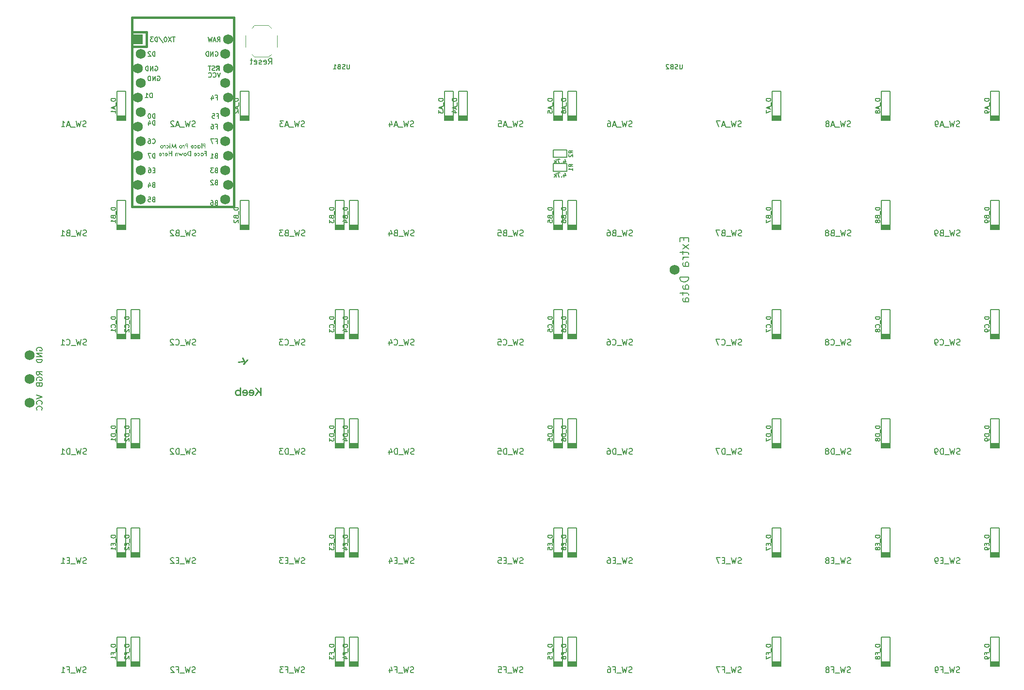
<source format=gbr>
G04 #@! TF.GenerationSoftware,KiCad,Pcbnew,7.0.7*
G04 #@! TF.CreationDate,2023-11-01T16:24:29-04:00*
G04 #@! TF.ProjectId,bfo9000,62666f39-3030-4302-9e6b-696361645f70,rev?*
G04 #@! TF.SameCoordinates,Original*
G04 #@! TF.FileFunction,Legend,Bot*
G04 #@! TF.FilePolarity,Positive*
%FSLAX46Y46*%
G04 Gerber Fmt 4.6, Leading zero omitted, Abs format (unit mm)*
G04 Created by KiCad (PCBNEW 7.0.7) date 2023-11-01 16:24:29*
%MOMM*%
%LPD*%
G01*
G04 APERTURE LIST*
%ADD10C,0.200000*%
%ADD11C,0.150000*%
%ADD12C,0.381000*%
%ADD13C,0.120000*%
%ADD14C,0.010000*%
%ADD15R,1.752600X1.752600*%
%ADD16C,1.752600*%
G04 APERTURE END LIST*
D10*
X51649051Y-104084611D02*
X51172860Y-103751278D01*
X51649051Y-103513183D02*
X50649051Y-103513183D01*
X50649051Y-103513183D02*
X50649051Y-103894135D01*
X50649051Y-103894135D02*
X50696670Y-103989373D01*
X50696670Y-103989373D02*
X50744289Y-104036992D01*
X50744289Y-104036992D02*
X50839527Y-104084611D01*
X50839527Y-104084611D02*
X50982384Y-104084611D01*
X50982384Y-104084611D02*
X51077622Y-104036992D01*
X51077622Y-104036992D02*
X51125241Y-103989373D01*
X51125241Y-103989373D02*
X51172860Y-103894135D01*
X51172860Y-103894135D02*
X51172860Y-103513183D01*
X50696670Y-105036992D02*
X50649051Y-104941754D01*
X50649051Y-104941754D02*
X50649051Y-104798897D01*
X50649051Y-104798897D02*
X50696670Y-104656040D01*
X50696670Y-104656040D02*
X50791908Y-104560802D01*
X50791908Y-104560802D02*
X50887146Y-104513183D01*
X50887146Y-104513183D02*
X51077622Y-104465564D01*
X51077622Y-104465564D02*
X51220479Y-104465564D01*
X51220479Y-104465564D02*
X51410955Y-104513183D01*
X51410955Y-104513183D02*
X51506193Y-104560802D01*
X51506193Y-104560802D02*
X51601432Y-104656040D01*
X51601432Y-104656040D02*
X51649051Y-104798897D01*
X51649051Y-104798897D02*
X51649051Y-104894135D01*
X51649051Y-104894135D02*
X51601432Y-105036992D01*
X51601432Y-105036992D02*
X51553812Y-105084611D01*
X51553812Y-105084611D02*
X51220479Y-105084611D01*
X51220479Y-105084611D02*
X51220479Y-104894135D01*
X51125241Y-105846516D02*
X51172860Y-105989373D01*
X51172860Y-105989373D02*
X51220479Y-106036992D01*
X51220479Y-106036992D02*
X51315717Y-106084611D01*
X51315717Y-106084611D02*
X51458574Y-106084611D01*
X51458574Y-106084611D02*
X51553812Y-106036992D01*
X51553812Y-106036992D02*
X51601432Y-105989373D01*
X51601432Y-105989373D02*
X51649051Y-105894135D01*
X51649051Y-105894135D02*
X51649051Y-105513183D01*
X51649051Y-105513183D02*
X50649051Y-105513183D01*
X50649051Y-105513183D02*
X50649051Y-105846516D01*
X50649051Y-105846516D02*
X50696670Y-105941754D01*
X50696670Y-105941754D02*
X50744289Y-105989373D01*
X50744289Y-105989373D02*
X50839527Y-106036992D01*
X50839527Y-106036992D02*
X50934765Y-106036992D01*
X50934765Y-106036992D02*
X51030003Y-105989373D01*
X51030003Y-105989373D02*
X51077622Y-105941754D01*
X51077622Y-105941754D02*
X51125241Y-105846516D01*
X51125241Y-105846516D02*
X51125241Y-105513183D01*
X50649051Y-107608946D02*
X51649051Y-107942279D01*
X51649051Y-107942279D02*
X50649051Y-108275612D01*
X51553812Y-109180374D02*
X51601432Y-109132755D01*
X51601432Y-109132755D02*
X51649051Y-108989898D01*
X51649051Y-108989898D02*
X51649051Y-108894660D01*
X51649051Y-108894660D02*
X51601432Y-108751803D01*
X51601432Y-108751803D02*
X51506193Y-108656565D01*
X51506193Y-108656565D02*
X51410955Y-108608946D01*
X51410955Y-108608946D02*
X51220479Y-108561327D01*
X51220479Y-108561327D02*
X51077622Y-108561327D01*
X51077622Y-108561327D02*
X50887146Y-108608946D01*
X50887146Y-108608946D02*
X50791908Y-108656565D01*
X50791908Y-108656565D02*
X50696670Y-108751803D01*
X50696670Y-108751803D02*
X50649051Y-108894660D01*
X50649051Y-108894660D02*
X50649051Y-108989898D01*
X50649051Y-108989898D02*
X50696670Y-109132755D01*
X50696670Y-109132755D02*
X50744289Y-109180374D01*
X51553812Y-110180374D02*
X51601432Y-110132755D01*
X51601432Y-110132755D02*
X51649051Y-109989898D01*
X51649051Y-109989898D02*
X51649051Y-109894660D01*
X51649051Y-109894660D02*
X51601432Y-109751803D01*
X51601432Y-109751803D02*
X51506193Y-109656565D01*
X51506193Y-109656565D02*
X51410955Y-109608946D01*
X51410955Y-109608946D02*
X51220479Y-109561327D01*
X51220479Y-109561327D02*
X51077622Y-109561327D01*
X51077622Y-109561327D02*
X50887146Y-109608946D01*
X50887146Y-109608946D02*
X50791908Y-109656565D01*
X50791908Y-109656565D02*
X50696670Y-109751803D01*
X50696670Y-109751803D02*
X50649051Y-109894660D01*
X50649051Y-109894660D02*
X50649051Y-109989898D01*
X50649051Y-109989898D02*
X50696670Y-110132755D01*
X50696670Y-110132755D02*
X50744289Y-110180374D01*
D11*
G36*
X80127360Y-64542755D02*
G01*
X80001526Y-64542755D01*
X80001526Y-64198861D01*
X79941930Y-64198861D01*
X79933667Y-64198795D01*
X79925511Y-64198597D01*
X79917462Y-64198267D01*
X79909519Y-64197805D01*
X79893955Y-64196484D01*
X79878818Y-64194636D01*
X79864109Y-64192259D01*
X79849826Y-64189354D01*
X79835972Y-64185921D01*
X79822545Y-64181959D01*
X79809545Y-64177470D01*
X79796972Y-64172452D01*
X79784827Y-64166906D01*
X79773110Y-64160832D01*
X79761820Y-64154230D01*
X79750957Y-64147100D01*
X79740522Y-64139441D01*
X79730514Y-64131255D01*
X79721026Y-64122616D01*
X79712150Y-64113602D01*
X79703886Y-64104212D01*
X79696234Y-64094447D01*
X79689195Y-64084306D01*
X79682767Y-64073790D01*
X79676952Y-64062899D01*
X79671749Y-64051631D01*
X79667158Y-64039989D01*
X79663179Y-64027970D01*
X79659812Y-64015577D01*
X79657058Y-64002807D01*
X79654915Y-63989662D01*
X79653385Y-63976142D01*
X79652467Y-63962246D01*
X79652161Y-63947975D01*
X79652194Y-63946412D01*
X79777995Y-63946412D01*
X79778167Y-63955115D01*
X79778682Y-63963542D01*
X79779542Y-63971693D01*
X79782293Y-63987166D01*
X79786419Y-64001533D01*
X79791921Y-64014796D01*
X79798797Y-64026953D01*
X79807050Y-64038005D01*
X79816678Y-64047952D01*
X79827681Y-64056793D01*
X79840059Y-64064530D01*
X79853813Y-64071161D01*
X79861206Y-64074062D01*
X79868942Y-64076687D01*
X79877023Y-64079035D01*
X79885447Y-64081108D01*
X79894215Y-64082904D01*
X79903327Y-64084423D01*
X79912783Y-64085667D01*
X79922583Y-64086634D01*
X79932726Y-64087324D01*
X79943214Y-64087739D01*
X79954045Y-64087877D01*
X80001526Y-64087877D01*
X80001526Y-63809636D01*
X79959516Y-63809636D01*
X79948348Y-63809769D01*
X79937535Y-63810170D01*
X79927076Y-63810838D01*
X79916972Y-63811773D01*
X79907222Y-63812975D01*
X79897827Y-63814444D01*
X79888786Y-63816180D01*
X79880100Y-63818184D01*
X79871769Y-63820455D01*
X79863792Y-63822993D01*
X79856169Y-63825798D01*
X79841988Y-63832209D01*
X79829225Y-63839689D01*
X79817880Y-63848237D01*
X79807953Y-63857854D01*
X79799444Y-63868540D01*
X79792353Y-63880294D01*
X79786681Y-63893117D01*
X79782426Y-63907008D01*
X79779590Y-63921968D01*
X79778704Y-63929849D01*
X79778172Y-63937997D01*
X79777995Y-63946412D01*
X79652194Y-63946412D01*
X79652446Y-63934636D01*
X79653303Y-63921584D01*
X79654730Y-63908820D01*
X79656728Y-63896342D01*
X79659297Y-63884151D01*
X79662437Y-63872247D01*
X79666148Y-63860630D01*
X79670430Y-63849301D01*
X79675283Y-63838258D01*
X79680707Y-63827502D01*
X79686701Y-63817033D01*
X79693267Y-63806851D01*
X79700403Y-63796956D01*
X79708111Y-63787348D01*
X79716389Y-63778027D01*
X79725238Y-63768994D01*
X79730492Y-63763990D01*
X79738569Y-63756866D01*
X79746878Y-63750199D01*
X79755421Y-63743989D01*
X79764198Y-63738235D01*
X79773208Y-63732938D01*
X79782452Y-63728098D01*
X79791929Y-63723715D01*
X79801640Y-63719789D01*
X79811585Y-63716319D01*
X79821763Y-63713306D01*
X79825209Y-63712405D01*
X79836158Y-63709872D01*
X79843967Y-63708326D01*
X79852183Y-63706895D01*
X79860807Y-63705578D01*
X79869839Y-63704376D01*
X79879278Y-63703288D01*
X79889125Y-63702315D01*
X79899380Y-63701457D01*
X79910042Y-63700712D01*
X79921111Y-63700083D01*
X79932588Y-63699568D01*
X79944473Y-63699167D01*
X79956765Y-63698881D01*
X79969465Y-63698709D01*
X79982572Y-63698652D01*
X80127360Y-63698652D01*
X80127360Y-64542755D01*
G37*
G36*
X79421595Y-63623620D02*
G01*
X79421595Y-64549008D01*
X79547429Y-64549008D01*
X79547429Y-63623620D01*
X79421595Y-63623620D01*
G37*
G36*
X79056801Y-63999089D02*
G01*
X79069816Y-64000026D01*
X79082551Y-64001587D01*
X79095006Y-64003772D01*
X79107182Y-64006582D01*
X79119079Y-64010015D01*
X79130697Y-64014074D01*
X79142035Y-64018756D01*
X79153094Y-64024063D01*
X79163873Y-64029995D01*
X79174374Y-64036550D01*
X79184594Y-64043730D01*
X79194536Y-64051534D01*
X79204198Y-64059963D01*
X79213581Y-64069016D01*
X79222684Y-64078693D01*
X79231344Y-64088839D01*
X79239445Y-64099295D01*
X79246988Y-64110063D01*
X79253972Y-64121143D01*
X79260397Y-64132534D01*
X79266263Y-64144236D01*
X79271571Y-64156250D01*
X79276320Y-64168575D01*
X79280510Y-64181211D01*
X79284142Y-64194159D01*
X79287215Y-64207419D01*
X79289729Y-64220989D01*
X79291684Y-64234872D01*
X79293081Y-64249065D01*
X79293919Y-64263570D01*
X79294198Y-64278386D01*
X79293919Y-64293446D01*
X79293081Y-64308190D01*
X79291684Y-64322620D01*
X79289729Y-64336736D01*
X79287215Y-64350537D01*
X79284142Y-64364024D01*
X79280510Y-64377196D01*
X79276320Y-64390054D01*
X79271571Y-64402598D01*
X79266263Y-64414827D01*
X79260397Y-64426741D01*
X79253972Y-64438341D01*
X79246988Y-64449627D01*
X79239445Y-64460598D01*
X79231344Y-64471254D01*
X79222684Y-64481596D01*
X79213499Y-64491274D01*
X79204018Y-64500327D01*
X79194241Y-64508756D01*
X79184167Y-64516560D01*
X79173797Y-64523740D01*
X79163132Y-64530295D01*
X79152170Y-64536227D01*
X79140912Y-64541534D01*
X79129357Y-64546216D01*
X79117507Y-64550275D01*
X79105361Y-64553708D01*
X79092918Y-64556518D01*
X79080179Y-64558703D01*
X79067144Y-64560264D01*
X79053813Y-64561201D01*
X79040186Y-64561513D01*
X79029289Y-64561237D01*
X79018482Y-64560411D01*
X79007765Y-64559033D01*
X78997138Y-64557104D01*
X78986601Y-64554624D01*
X78976155Y-64551593D01*
X78965798Y-64548011D01*
X78955531Y-64543878D01*
X78945355Y-64539194D01*
X78935268Y-64533959D01*
X78925272Y-64528173D01*
X78915366Y-64521835D01*
X78905549Y-64514947D01*
X78895823Y-64507508D01*
X78886187Y-64499517D01*
X78876641Y-64490975D01*
X78876641Y-64549008D01*
X78756473Y-64549008D01*
X78756473Y-64280536D01*
X78869020Y-64280536D01*
X78869185Y-64289764D01*
X78869677Y-64298787D01*
X78870497Y-64307606D01*
X78871646Y-64316220D01*
X78873123Y-64324629D01*
X78874928Y-64332834D01*
X78877061Y-64340835D01*
X78879523Y-64348631D01*
X78882313Y-64356222D01*
X78885431Y-64363609D01*
X78888877Y-64370791D01*
X78892651Y-64377769D01*
X78896753Y-64384542D01*
X78901184Y-64391111D01*
X78905943Y-64397475D01*
X78911030Y-64403634D01*
X78919139Y-64412015D01*
X78927711Y-64419571D01*
X78936747Y-64426303D01*
X78946247Y-64432211D01*
X78956210Y-64437294D01*
X78966637Y-64441553D01*
X78977528Y-64444988D01*
X78988883Y-64447598D01*
X78996710Y-64448880D01*
X79004743Y-64449796D01*
X79012983Y-64450346D01*
X79021428Y-64450529D01*
X79025400Y-64450481D01*
X79033216Y-64450103D01*
X79044619Y-64448825D01*
X79055637Y-64446696D01*
X79066271Y-64443714D01*
X79076520Y-64439881D01*
X79086384Y-64435196D01*
X79095864Y-64429660D01*
X79104959Y-64423271D01*
X79113669Y-64416031D01*
X79121995Y-64407939D01*
X79127332Y-64402071D01*
X79132301Y-64395976D01*
X79136949Y-64389657D01*
X79141276Y-64383116D01*
X79145284Y-64376352D01*
X79148970Y-64369365D01*
X79152336Y-64362156D01*
X79155381Y-64354723D01*
X79158106Y-64347068D01*
X79160511Y-64339189D01*
X79162594Y-64331088D01*
X79164357Y-64322764D01*
X79165800Y-64314217D01*
X79166922Y-64305447D01*
X79167723Y-64296454D01*
X79168204Y-64287239D01*
X79168365Y-64277800D01*
X79168200Y-64268951D01*
X79167705Y-64260282D01*
X79166881Y-64251793D01*
X79165727Y-64243484D01*
X79164243Y-64235355D01*
X79162429Y-64227407D01*
X79160286Y-64219638D01*
X79157813Y-64212050D01*
X79155011Y-64204642D01*
X79151878Y-64197414D01*
X79148416Y-64190366D01*
X79144624Y-64183498D01*
X79140503Y-64176810D01*
X79136051Y-64170303D01*
X79131270Y-64163975D01*
X79126159Y-64157828D01*
X79123489Y-64154871D01*
X79118024Y-64149238D01*
X79109517Y-64141493D01*
X79100640Y-64134593D01*
X79091391Y-64128537D01*
X79081772Y-64123327D01*
X79071782Y-64118961D01*
X79061420Y-64115441D01*
X79050688Y-64112765D01*
X79039585Y-64110935D01*
X79028111Y-64109949D01*
X79020256Y-64109761D01*
X79011952Y-64109947D01*
X79003846Y-64110503D01*
X78995936Y-64111430D01*
X78984441Y-64113517D01*
X78973389Y-64116438D01*
X78962779Y-64120194D01*
X78952613Y-64124784D01*
X78942890Y-64130209D01*
X78933611Y-64136469D01*
X78924774Y-64143563D01*
X78916380Y-64151492D01*
X78911030Y-64157242D01*
X78905943Y-64163402D01*
X78901184Y-64169769D01*
X78896753Y-64176341D01*
X78892651Y-64183120D01*
X78888877Y-64190104D01*
X78885431Y-64197295D01*
X78882313Y-64204691D01*
X78879523Y-64212294D01*
X78877061Y-64220103D01*
X78874928Y-64228118D01*
X78873123Y-64236339D01*
X78871646Y-64244766D01*
X78870497Y-64253400D01*
X78869677Y-64262239D01*
X78869185Y-64271284D01*
X78869020Y-64280536D01*
X78756473Y-64280536D01*
X78756473Y-64011282D01*
X78876641Y-64011282D01*
X78876641Y-64074590D01*
X78885948Y-64065410D01*
X78895405Y-64056822D01*
X78905011Y-64048826D01*
X78914767Y-64041422D01*
X78924673Y-64034611D01*
X78934728Y-64028392D01*
X78944933Y-64022765D01*
X78955287Y-64017730D01*
X78965791Y-64013288D01*
X78976445Y-64009438D01*
X78987248Y-64006181D01*
X78998201Y-64003516D01*
X79009303Y-64001443D01*
X79020555Y-63999962D01*
X79031956Y-63999073D01*
X79043508Y-63998777D01*
X79056801Y-63999089D01*
G37*
G36*
X78185141Y-64036488D02*
G01*
X78185141Y-64199643D01*
X78190356Y-64193369D01*
X78195499Y-64187348D01*
X78203080Y-64178788D01*
X78210500Y-64170795D01*
X78217758Y-64163369D01*
X78224854Y-64156509D01*
X78231790Y-64150216D01*
X78238563Y-64144490D01*
X78245176Y-64139331D01*
X78251626Y-64134738D01*
X78259977Y-64129496D01*
X78268314Y-64124871D01*
X78277012Y-64120862D01*
X78286071Y-64117470D01*
X78295489Y-64114695D01*
X78305268Y-64112536D01*
X78315407Y-64110995D01*
X78323248Y-64110243D01*
X78331292Y-64109838D01*
X78336766Y-64109761D01*
X78345274Y-64109951D01*
X78353601Y-64110521D01*
X78361748Y-64111472D01*
X78369715Y-64112802D01*
X78377502Y-64114512D01*
X78385108Y-64116603D01*
X78392535Y-64119074D01*
X78403337Y-64123492D01*
X78413733Y-64128766D01*
X78423725Y-64134895D01*
X78430161Y-64139457D01*
X78436416Y-64144398D01*
X78442492Y-64149719D01*
X78448387Y-64155421D01*
X78451268Y-64158414D01*
X78456804Y-64164568D01*
X78461984Y-64170913D01*
X78466806Y-64177452D01*
X78471271Y-64184182D01*
X78475379Y-64191105D01*
X78479130Y-64198220D01*
X78482523Y-64205527D01*
X78485559Y-64213027D01*
X78488238Y-64220719D01*
X78490560Y-64228604D01*
X78492525Y-64236680D01*
X78494132Y-64244950D01*
X78495382Y-64253411D01*
X78496275Y-64262065D01*
X78496811Y-64270911D01*
X78496990Y-64279950D01*
X78496818Y-64289176D01*
X78496303Y-64298195D01*
X78495444Y-64307006D01*
X78494242Y-64315609D01*
X78492696Y-64324005D01*
X78490807Y-64332193D01*
X78488575Y-64340174D01*
X78485999Y-64347947D01*
X78483079Y-64355512D01*
X78479816Y-64362870D01*
X78476210Y-64370020D01*
X78472260Y-64376963D01*
X78467967Y-64383698D01*
X78463330Y-64390225D01*
X78458350Y-64396545D01*
X78453026Y-64402657D01*
X78447339Y-64408454D01*
X78441464Y-64413877D01*
X78435402Y-64418926D01*
X78425956Y-64425798D01*
X78416087Y-64431829D01*
X78405797Y-64437018D01*
X78395083Y-64441366D01*
X78383948Y-64444872D01*
X78376289Y-64446742D01*
X78368443Y-64448238D01*
X78360409Y-64449360D01*
X78352187Y-64450108D01*
X78343777Y-64450482D01*
X78339502Y-64450529D01*
X78331315Y-64450362D01*
X78323313Y-64449862D01*
X78315497Y-64449030D01*
X78305364Y-64447401D01*
X78295561Y-64445180D01*
X78286087Y-64442366D01*
X78276943Y-64438961D01*
X78268129Y-64434963D01*
X78261735Y-64431576D01*
X78253400Y-64426346D01*
X78246917Y-64421714D01*
X78240234Y-64416474D01*
X78233352Y-64410627D01*
X78226271Y-64404171D01*
X78218991Y-64397108D01*
X78211511Y-64389437D01*
X78203832Y-64381158D01*
X78198602Y-64375300D01*
X78193284Y-64369173D01*
X78187877Y-64362775D01*
X78185141Y-64359475D01*
X78185141Y-64522238D01*
X78194448Y-64526994D01*
X78203758Y-64531443D01*
X78213071Y-64535586D01*
X78222388Y-64539421D01*
X78231707Y-64542950D01*
X78241029Y-64546171D01*
X78250355Y-64549086D01*
X78259683Y-64551694D01*
X78269015Y-64553995D01*
X78278350Y-64555990D01*
X78287687Y-64557677D01*
X78297028Y-64559058D01*
X78306372Y-64560132D01*
X78315719Y-64560899D01*
X78325069Y-64561359D01*
X78334422Y-64561513D01*
X78349628Y-64561201D01*
X78364522Y-64560264D01*
X78379102Y-64558703D01*
X78393370Y-64556518D01*
X78407324Y-64553708D01*
X78420966Y-64550275D01*
X78434295Y-64546216D01*
X78447311Y-64541534D01*
X78460014Y-64536227D01*
X78472404Y-64530295D01*
X78484481Y-64523740D01*
X78496245Y-64516560D01*
X78507696Y-64508756D01*
X78518834Y-64500327D01*
X78529660Y-64491274D01*
X78540172Y-64481596D01*
X78550181Y-64471405D01*
X78559543Y-64460909D01*
X78568261Y-64450107D01*
X78576332Y-64439001D01*
X78583758Y-64427588D01*
X78590538Y-64415871D01*
X78596672Y-64403848D01*
X78602161Y-64391520D01*
X78607004Y-64378886D01*
X78611201Y-64365947D01*
X78614752Y-64352703D01*
X78617658Y-64339154D01*
X78619918Y-64325299D01*
X78621532Y-64311139D01*
X78622501Y-64296674D01*
X78622824Y-64281904D01*
X78622496Y-64267173D01*
X78621514Y-64252732D01*
X78619877Y-64238579D01*
X78617585Y-64224714D01*
X78614638Y-64211138D01*
X78611036Y-64197850D01*
X78606779Y-64184851D01*
X78601868Y-64172141D01*
X78596301Y-64159719D01*
X78590080Y-64147585D01*
X78583204Y-64135740D01*
X78575673Y-64124184D01*
X78567487Y-64112916D01*
X78558646Y-64101936D01*
X78549150Y-64091245D01*
X78539000Y-64080843D01*
X78528373Y-64070905D01*
X78517448Y-64061609D01*
X78506226Y-64052953D01*
X78494706Y-64044939D01*
X78482889Y-64037566D01*
X78470773Y-64030834D01*
X78458360Y-64024743D01*
X78445650Y-64019294D01*
X78432642Y-64014485D01*
X78419336Y-64010318D01*
X78405732Y-64006791D01*
X78391831Y-64003906D01*
X78377632Y-64001662D01*
X78363136Y-64000059D01*
X78348341Y-63999098D01*
X78333249Y-63998777D01*
X78323466Y-63998925D01*
X78313753Y-63999366D01*
X78304110Y-64000103D01*
X78294537Y-64001134D01*
X78285034Y-64002460D01*
X78275602Y-64004080D01*
X78266240Y-64005995D01*
X78256948Y-64008205D01*
X78247726Y-64010709D01*
X78238575Y-64013508D01*
X78229493Y-64016602D01*
X78220482Y-64019990D01*
X78211542Y-64023672D01*
X78202671Y-64027650D01*
X78193871Y-64031922D01*
X78185141Y-64036488D01*
G37*
G36*
X77845512Y-63999079D02*
G01*
X77859580Y-63999983D01*
X77873289Y-64001491D01*
X77886639Y-64003601D01*
X77899631Y-64006314D01*
X77912263Y-64009631D01*
X77924537Y-64013550D01*
X77936452Y-64018072D01*
X77948009Y-64023198D01*
X77959207Y-64028926D01*
X77970046Y-64035257D01*
X77980526Y-64042191D01*
X77990648Y-64049729D01*
X78000410Y-64057869D01*
X78009815Y-64066612D01*
X78018860Y-64075958D01*
X78023176Y-64080890D01*
X78031396Y-64091037D01*
X78039068Y-64101561D01*
X78046192Y-64112461D01*
X78052769Y-64123739D01*
X78058797Y-64135394D01*
X78064277Y-64147426D01*
X78069209Y-64159835D01*
X78073593Y-64172621D01*
X78077430Y-64185785D01*
X78080718Y-64199325D01*
X78083458Y-64213242D01*
X78085650Y-64227536D01*
X78087294Y-64242208D01*
X78088390Y-64257256D01*
X78088938Y-64272682D01*
X78089007Y-64280536D01*
X78088723Y-64296241D01*
X78087874Y-64311555D01*
X78086458Y-64326478D01*
X78084476Y-64341010D01*
X78081927Y-64355152D01*
X78078812Y-64368903D01*
X78075131Y-64382263D01*
X78070884Y-64395232D01*
X78066070Y-64407811D01*
X78060690Y-64419998D01*
X78054743Y-64431795D01*
X78048230Y-64443201D01*
X78041151Y-64454217D01*
X78033505Y-64464841D01*
X78025293Y-64475075D01*
X78016515Y-64484918D01*
X78007245Y-64494193D01*
X77997608Y-64502870D01*
X77987602Y-64510948D01*
X77977229Y-64518428D01*
X77966487Y-64525310D01*
X77955378Y-64531593D01*
X77943901Y-64537278D01*
X77932056Y-64542364D01*
X77919843Y-64546852D01*
X77907262Y-64550742D01*
X77894314Y-64554033D01*
X77880997Y-64556726D01*
X77867313Y-64558820D01*
X77853260Y-64560316D01*
X77838840Y-64561214D01*
X77824052Y-64561513D01*
X77813742Y-64561375D01*
X77803621Y-64560963D01*
X77793689Y-64560276D01*
X77783947Y-64559315D01*
X77774394Y-64558078D01*
X77765031Y-64556567D01*
X77755856Y-64554781D01*
X77746871Y-64552720D01*
X77738008Y-64550366D01*
X77729298Y-64547701D01*
X77720740Y-64544724D01*
X77712335Y-64541436D01*
X77704083Y-64537836D01*
X77695983Y-64533926D01*
X77688036Y-64529703D01*
X77680242Y-64525169D01*
X77672588Y-64520272D01*
X77665062Y-64515058D01*
X77657664Y-64509526D01*
X77650395Y-64503676D01*
X77643254Y-64497509D01*
X77636241Y-64491024D01*
X77629357Y-64484222D01*
X77622600Y-64477102D01*
X77615902Y-64469592D01*
X77609289Y-64461715D01*
X77604386Y-64455567D01*
X77599530Y-64449213D01*
X77594723Y-64442653D01*
X77589963Y-64435886D01*
X77585252Y-64428914D01*
X77580589Y-64421736D01*
X77575974Y-64414351D01*
X77571407Y-64406760D01*
X77675748Y-64350292D01*
X77680454Y-64357332D01*
X77685096Y-64364091D01*
X77689674Y-64370570D01*
X77696421Y-64379761D01*
X77703023Y-64388320D01*
X77709482Y-64396247D01*
X77715796Y-64403543D01*
X77721966Y-64410206D01*
X77727991Y-64416237D01*
X77735801Y-64423296D01*
X77743354Y-64429231D01*
X77749139Y-64433037D01*
X77757295Y-64437530D01*
X77765958Y-64441357D01*
X77775128Y-64444518D01*
X77784804Y-64447014D01*
X77794988Y-64448844D01*
X77802958Y-64449780D01*
X77811213Y-64450342D01*
X77819753Y-64450529D01*
X77827071Y-64450383D01*
X77837735Y-64449618D01*
X77848024Y-64448196D01*
X77857940Y-64446119D01*
X77867481Y-64443385D01*
X77876647Y-64439996D01*
X77885439Y-64435951D01*
X77893857Y-64431249D01*
X77901900Y-64425892D01*
X77909570Y-64419878D01*
X77916864Y-64413208D01*
X77923683Y-64405906D01*
X77929925Y-64398139D01*
X77935590Y-64389909D01*
X77940678Y-64381216D01*
X77945189Y-64372058D01*
X77949123Y-64362437D01*
X77952479Y-64352353D01*
X77955259Y-64341804D01*
X77957462Y-64330792D01*
X77959088Y-64319316D01*
X77959851Y-64311408D01*
X77576292Y-64311408D01*
X77576292Y-64282294D01*
X77576358Y-64274035D01*
X77576558Y-64265889D01*
X77576890Y-64257857D01*
X77577354Y-64249938D01*
X77578682Y-64234443D01*
X77580542Y-64219402D01*
X77581859Y-64211366D01*
X77703298Y-64211366D01*
X77951644Y-64211366D01*
X77950866Y-64208431D01*
X77948274Y-64199862D01*
X77945297Y-64191651D01*
X77941936Y-64183797D01*
X77938190Y-64176301D01*
X77934059Y-64169161D01*
X77933322Y-64167994D01*
X77928724Y-64161226D01*
X77923824Y-64154855D01*
X77918622Y-64148884D01*
X77913117Y-64143310D01*
X77906313Y-64137312D01*
X77901159Y-64133312D01*
X77893655Y-64128226D01*
X77885814Y-64123738D01*
X77877637Y-64119848D01*
X77870360Y-64116991D01*
X77867882Y-64116115D01*
X77860310Y-64113828D01*
X77852531Y-64112049D01*
X77844547Y-64110778D01*
X77836356Y-64110015D01*
X77827960Y-64109761D01*
X77815887Y-64110158D01*
X77804384Y-64111349D01*
X77793453Y-64113333D01*
X77783092Y-64116111D01*
X77773303Y-64119684D01*
X77764084Y-64124049D01*
X77755436Y-64129209D01*
X77747360Y-64135162D01*
X77739854Y-64141910D01*
X77732919Y-64149451D01*
X77726555Y-64157785D01*
X77720762Y-64166914D01*
X77715539Y-64176836D01*
X77710888Y-64187553D01*
X77706808Y-64199062D01*
X77703298Y-64211366D01*
X77581859Y-64211366D01*
X77582932Y-64204816D01*
X77585854Y-64190685D01*
X77589307Y-64177009D01*
X77593291Y-64163788D01*
X77597807Y-64151021D01*
X77602853Y-64138710D01*
X77608431Y-64126854D01*
X77614540Y-64115452D01*
X77621181Y-64104505D01*
X77628352Y-64094014D01*
X77636055Y-64083977D01*
X77644289Y-64074395D01*
X77653079Y-64065238D01*
X77662253Y-64056672D01*
X77671812Y-64048697D01*
X77681756Y-64041312D01*
X77692084Y-64034518D01*
X77702798Y-64028315D01*
X77713895Y-64022703D01*
X77725378Y-64017682D01*
X77737245Y-64013251D01*
X77749497Y-64009411D01*
X77762133Y-64006162D01*
X77775154Y-64003503D01*
X77788560Y-64001436D01*
X77802351Y-63999959D01*
X77816526Y-63999073D01*
X77831086Y-63998777D01*
X77845512Y-63999079D01*
G37*
G36*
X77074519Y-64542755D02*
G01*
X76948686Y-64542755D01*
X76948686Y-64198861D01*
X76889090Y-64198861D01*
X76880827Y-64198795D01*
X76872671Y-64198597D01*
X76864622Y-64198267D01*
X76856679Y-64197805D01*
X76841115Y-64196484D01*
X76825978Y-64194636D01*
X76811268Y-64192259D01*
X76796986Y-64189354D01*
X76783132Y-64185921D01*
X76769704Y-64181959D01*
X76756705Y-64177470D01*
X76744132Y-64172452D01*
X76731987Y-64166906D01*
X76720270Y-64160832D01*
X76708979Y-64154230D01*
X76698117Y-64147100D01*
X76687682Y-64139441D01*
X76677674Y-64131255D01*
X76668186Y-64122616D01*
X76659310Y-64113602D01*
X76651046Y-64104212D01*
X76643394Y-64094447D01*
X76636355Y-64084306D01*
X76629927Y-64073790D01*
X76624112Y-64062899D01*
X76618909Y-64051631D01*
X76614318Y-64039989D01*
X76610339Y-64027970D01*
X76606972Y-64015577D01*
X76604218Y-64002807D01*
X76602075Y-63989662D01*
X76600545Y-63976142D01*
X76599627Y-63962246D01*
X76599321Y-63947975D01*
X76599354Y-63946412D01*
X76725154Y-63946412D01*
X76725326Y-63955115D01*
X76725842Y-63963542D01*
X76726702Y-63971693D01*
X76729453Y-63987166D01*
X76733579Y-64001533D01*
X76739080Y-64014796D01*
X76745957Y-64026953D01*
X76754210Y-64038005D01*
X76763837Y-64047952D01*
X76774841Y-64056793D01*
X76787219Y-64064530D01*
X76800973Y-64071161D01*
X76808366Y-64074062D01*
X76816102Y-64076687D01*
X76824183Y-64079035D01*
X76832607Y-64081108D01*
X76841375Y-64082904D01*
X76850487Y-64084423D01*
X76859943Y-64085667D01*
X76869743Y-64086634D01*
X76879886Y-64087324D01*
X76890373Y-64087739D01*
X76901205Y-64087877D01*
X76948686Y-64087877D01*
X76948686Y-63809636D01*
X76906676Y-63809636D01*
X76895508Y-63809769D01*
X76884695Y-63810170D01*
X76874236Y-63810838D01*
X76864132Y-63811773D01*
X76854382Y-63812975D01*
X76844987Y-63814444D01*
X76835946Y-63816180D01*
X76827260Y-63818184D01*
X76818929Y-63820455D01*
X76810952Y-63822993D01*
X76803329Y-63825798D01*
X76789148Y-63832209D01*
X76776385Y-63839689D01*
X76765040Y-63848237D01*
X76755113Y-63857854D01*
X76746604Y-63868540D01*
X76739513Y-63880294D01*
X76733841Y-63893117D01*
X76729586Y-63907008D01*
X76726750Y-63921968D01*
X76725864Y-63929849D01*
X76725332Y-63937997D01*
X76725154Y-63946412D01*
X76599354Y-63946412D01*
X76599606Y-63934636D01*
X76600462Y-63921584D01*
X76601890Y-63908820D01*
X76603888Y-63896342D01*
X76606457Y-63884151D01*
X76609597Y-63872247D01*
X76613308Y-63860630D01*
X76617590Y-63849301D01*
X76622443Y-63838258D01*
X76627866Y-63827502D01*
X76633861Y-63817033D01*
X76640427Y-63806851D01*
X76647563Y-63796956D01*
X76655270Y-63787348D01*
X76663549Y-63778027D01*
X76672398Y-63768994D01*
X76677652Y-63763990D01*
X76685728Y-63756866D01*
X76694038Y-63750199D01*
X76702581Y-63743989D01*
X76711358Y-63738235D01*
X76720368Y-63732938D01*
X76729612Y-63728098D01*
X76739089Y-63723715D01*
X76748800Y-63719789D01*
X76758745Y-63716319D01*
X76768923Y-63713306D01*
X76772369Y-63712405D01*
X76783318Y-63709872D01*
X76791127Y-63708326D01*
X76799343Y-63706895D01*
X76807967Y-63705578D01*
X76816999Y-63704376D01*
X76826438Y-63703288D01*
X76836285Y-63702315D01*
X76846539Y-63701457D01*
X76857201Y-63700712D01*
X76868271Y-63700083D01*
X76879748Y-63699568D01*
X76891633Y-63699167D01*
X76903925Y-63698881D01*
X76916625Y-63698709D01*
X76929732Y-63698652D01*
X77074519Y-63698652D01*
X77074519Y-64542755D01*
G37*
G36*
X76494589Y-64011282D02*
G01*
X76368755Y-64011282D01*
X76368755Y-64062476D01*
X76362449Y-64055864D01*
X76356281Y-64049658D01*
X76350249Y-64043856D01*
X76344355Y-64038461D01*
X76336711Y-64031897D01*
X76329310Y-64026053D01*
X76322154Y-64020930D01*
X76315242Y-64016528D01*
X76308574Y-64012846D01*
X76299965Y-64008793D01*
X76290870Y-64005427D01*
X76283244Y-64003229D01*
X76275306Y-64001470D01*
X76267056Y-64000151D01*
X76258496Y-63999272D01*
X76249624Y-63998832D01*
X76245071Y-63998777D01*
X76235910Y-63999047D01*
X76226675Y-63999856D01*
X76217363Y-64001204D01*
X76207976Y-64003091D01*
X76198514Y-64005518D01*
X76188976Y-64008484D01*
X76179362Y-64011989D01*
X76169673Y-64016033D01*
X76159908Y-64020617D01*
X76150068Y-64025739D01*
X76143466Y-64029454D01*
X76199739Y-64148840D01*
X76206283Y-64144370D01*
X76214966Y-64139095D01*
X76223600Y-64134601D01*
X76232185Y-64130888D01*
X76240722Y-64127957D01*
X76249209Y-64125808D01*
X76257648Y-64124440D01*
X76266037Y-64123854D01*
X76268127Y-64123830D01*
X76280313Y-64124420D01*
X76291712Y-64126190D01*
X76302325Y-64129140D01*
X76312152Y-64133270D01*
X76321193Y-64138580D01*
X76329447Y-64145070D01*
X76336916Y-64152740D01*
X76343598Y-64161589D01*
X76349494Y-64171619D01*
X76354604Y-64182829D01*
X76358928Y-64195219D01*
X76362466Y-64208789D01*
X76365218Y-64223539D01*
X76366299Y-64231357D01*
X76367183Y-64239469D01*
X76367871Y-64247877D01*
X76368362Y-64256579D01*
X76368657Y-64265577D01*
X76368755Y-64274869D01*
X76368755Y-64549008D01*
X76494589Y-64549008D01*
X76494589Y-64011282D01*
G37*
G36*
X75844031Y-63999094D02*
G01*
X75858315Y-64000044D01*
X75872320Y-64001628D01*
X75886046Y-64003845D01*
X75899492Y-64006696D01*
X75912659Y-64010180D01*
X75925547Y-64014298D01*
X75938155Y-64019049D01*
X75950484Y-64024434D01*
X75962534Y-64030452D01*
X75974304Y-64037104D01*
X75985795Y-64044390D01*
X75997006Y-64052308D01*
X76007938Y-64060861D01*
X76018591Y-64070047D01*
X76028965Y-64079866D01*
X76038879Y-64090112D01*
X76048153Y-64100626D01*
X76056788Y-64111410D01*
X76064783Y-64122462D01*
X76072138Y-64133782D01*
X76078854Y-64145372D01*
X76084931Y-64157230D01*
X76090367Y-64169356D01*
X76095164Y-64181752D01*
X76099322Y-64194416D01*
X76102840Y-64207348D01*
X76105718Y-64220550D01*
X76107957Y-64234020D01*
X76109556Y-64247758D01*
X76110515Y-64261766D01*
X76110835Y-64276042D01*
X76110521Y-64291193D01*
X76109580Y-64306019D01*
X76108012Y-64320521D01*
X76105816Y-64334697D01*
X76102992Y-64348547D01*
X76099542Y-64362073D01*
X76095464Y-64375274D01*
X76090758Y-64388149D01*
X76085425Y-64400699D01*
X76079465Y-64412925D01*
X76072877Y-64424825D01*
X76065662Y-64436399D01*
X76057820Y-64447649D01*
X76049350Y-64458574D01*
X76040252Y-64469173D01*
X76030528Y-64479447D01*
X76020363Y-64489385D01*
X76009895Y-64498681D01*
X75999126Y-64507337D01*
X75988054Y-64515351D01*
X75976680Y-64522724D01*
X75965004Y-64529456D01*
X75953025Y-64535547D01*
X75940744Y-64540996D01*
X75928161Y-64545805D01*
X75915276Y-64549972D01*
X75902088Y-64553499D01*
X75888598Y-64556384D01*
X75874806Y-64558628D01*
X75860712Y-64560230D01*
X75846315Y-64561192D01*
X75831616Y-64561513D01*
X75816767Y-64561198D01*
X75802213Y-64560255D01*
X75787953Y-64558683D01*
X75773987Y-64556481D01*
X75760317Y-64553651D01*
X75746940Y-64550192D01*
X75733859Y-64546104D01*
X75721072Y-64541387D01*
X75708580Y-64536041D01*
X75696382Y-64530066D01*
X75684479Y-64523463D01*
X75672871Y-64516230D01*
X75661557Y-64508369D01*
X75650538Y-64499878D01*
X75639813Y-64490759D01*
X75629383Y-64481010D01*
X75619446Y-64470748D01*
X75610149Y-64460182D01*
X75601494Y-64449315D01*
X75593480Y-64438146D01*
X75586107Y-64426674D01*
X75579375Y-64414900D01*
X75573284Y-64402824D01*
X75567834Y-64390445D01*
X75563026Y-64377764D01*
X75558858Y-64364781D01*
X75555332Y-64351496D01*
X75552447Y-64337908D01*
X75550203Y-64324019D01*
X75548600Y-64309827D01*
X75547638Y-64295332D01*
X75547318Y-64280536D01*
X75673152Y-64280536D01*
X75673193Y-64285341D01*
X75673526Y-64294771D01*
X75674192Y-64303957D01*
X75675190Y-64312901D01*
X75676521Y-64321602D01*
X75678185Y-64330061D01*
X75680182Y-64338276D01*
X75682511Y-64346249D01*
X75685173Y-64353980D01*
X75688168Y-64361467D01*
X75691496Y-64368712D01*
X75695157Y-64375714D01*
X75699150Y-64382474D01*
X75705764Y-64392158D01*
X75710590Y-64398310D01*
X75715748Y-64404220D01*
X75721160Y-64409828D01*
X75729699Y-64417561D01*
X75738743Y-64424480D01*
X75748292Y-64430585D01*
X75758346Y-64435877D01*
X75768905Y-64440354D01*
X75779968Y-64444017D01*
X75787624Y-64446006D01*
X75795505Y-64447635D01*
X75803610Y-64448901D01*
X75811940Y-64449805D01*
X75820493Y-64450348D01*
X75829272Y-64450529D01*
X75837981Y-64450346D01*
X75846476Y-64449796D01*
X75854755Y-64448880D01*
X75862818Y-64447598D01*
X75870667Y-64445949D01*
X75878300Y-64443934D01*
X75889347Y-64440225D01*
X75899909Y-64435691D01*
X75909987Y-64430333D01*
X75919580Y-64424151D01*
X75928690Y-64417144D01*
X75937315Y-64409313D01*
X75942796Y-64403634D01*
X75945392Y-64400707D01*
X75952688Y-64391538D01*
X75957139Y-64385101D01*
X75961261Y-64378404D01*
X75965052Y-64371448D01*
X75968515Y-64364232D01*
X75971647Y-64356756D01*
X75974450Y-64349021D01*
X75976923Y-64341027D01*
X75979066Y-64332773D01*
X75980879Y-64324260D01*
X75982363Y-64315487D01*
X75983517Y-64306455D01*
X75984341Y-64297163D01*
X75984836Y-64287611D01*
X75985001Y-64277800D01*
X75984833Y-64268626D01*
X75984329Y-64259665D01*
X75983490Y-64250918D01*
X75982314Y-64242385D01*
X75980803Y-64234066D01*
X75978956Y-64225960D01*
X75976773Y-64218068D01*
X75974254Y-64210389D01*
X75971400Y-64202925D01*
X75968209Y-64195674D01*
X75964683Y-64188636D01*
X75960821Y-64181813D01*
X75956623Y-64175203D01*
X75952089Y-64168807D01*
X75947220Y-64162624D01*
X75942014Y-64156656D01*
X75936513Y-64150977D01*
X75927876Y-64143146D01*
X75918774Y-64136139D01*
X75909210Y-64129957D01*
X75899181Y-64124599D01*
X75888689Y-64120065D01*
X75877733Y-64116356D01*
X75870171Y-64114341D01*
X75862403Y-64112692D01*
X75854429Y-64111410D01*
X75846250Y-64110494D01*
X75837864Y-64109944D01*
X75829272Y-64109761D01*
X75820562Y-64109944D01*
X75812068Y-64110494D01*
X75803789Y-64111410D01*
X75795725Y-64112692D01*
X75787876Y-64114341D01*
X75780243Y-64116356D01*
X75769197Y-64120065D01*
X75758634Y-64124599D01*
X75748557Y-64129957D01*
X75738963Y-64136139D01*
X75729854Y-64143146D01*
X75721229Y-64150977D01*
X75715748Y-64156656D01*
X75710590Y-64162566D01*
X75705764Y-64168721D01*
X75701272Y-64175121D01*
X75697112Y-64181764D01*
X75693285Y-64188652D01*
X75689791Y-64195783D01*
X75686629Y-64203160D01*
X75683801Y-64210780D01*
X75681305Y-64218645D01*
X75679142Y-64226753D01*
X75677311Y-64235107D01*
X75675814Y-64243704D01*
X75674649Y-64252546D01*
X75673817Y-64261631D01*
X75673318Y-64270961D01*
X75673152Y-64280536D01*
X75547318Y-64280536D01*
X75547636Y-64265854D01*
X75548591Y-64251462D01*
X75550182Y-64237357D01*
X75552410Y-64223542D01*
X75555275Y-64210014D01*
X75558776Y-64196776D01*
X75562913Y-64183826D01*
X75567688Y-64171164D01*
X75573098Y-64158791D01*
X75579146Y-64146706D01*
X75585830Y-64134910D01*
X75593150Y-64123402D01*
X75601107Y-64112183D01*
X75609700Y-64101252D01*
X75618931Y-64090610D01*
X75628797Y-64080257D01*
X75639244Y-64070390D01*
X75649970Y-64061160D01*
X75660975Y-64052566D01*
X75672260Y-64044609D01*
X75683824Y-64037289D01*
X75695668Y-64030605D01*
X75707791Y-64024558D01*
X75720193Y-64019147D01*
X75732874Y-64014373D01*
X75745835Y-64010235D01*
X75759076Y-64006734D01*
X75772595Y-64003870D01*
X75786394Y-64001642D01*
X75800472Y-64000050D01*
X75814830Y-63999095D01*
X75829467Y-63998777D01*
X75844031Y-63999094D01*
G37*
G36*
X75070751Y-64549008D02*
G01*
X74893138Y-63636712D01*
X74603173Y-64296167D01*
X74303047Y-63636712D01*
X74143410Y-64549008D01*
X74273933Y-64549008D01*
X74355413Y-64036684D01*
X74605517Y-64588086D01*
X74848197Y-64036293D01*
X74939055Y-64549008D01*
X75070751Y-64549008D01*
G37*
G36*
X73865364Y-64011282D02*
G01*
X73865364Y-64549008D01*
X73991198Y-64549008D01*
X73991198Y-64011282D01*
X73865364Y-64011282D01*
G37*
G36*
X74003703Y-63791659D02*
G01*
X74003330Y-63783593D01*
X74002213Y-63775808D01*
X73999769Y-63766471D01*
X73996160Y-63757574D01*
X73991388Y-63749115D01*
X73986732Y-63742664D01*
X73981331Y-63736494D01*
X73979865Y-63734995D01*
X73973713Y-63729408D01*
X73967274Y-63724566D01*
X73960548Y-63720469D01*
X73951737Y-63716395D01*
X73942478Y-63713485D01*
X73934748Y-63711995D01*
X73926731Y-63711250D01*
X73922614Y-63711157D01*
X73914319Y-63711529D01*
X73906336Y-63712647D01*
X73898663Y-63714509D01*
X73889511Y-63717885D01*
X73882539Y-63721423D01*
X73875879Y-63725706D01*
X73869530Y-63730735D01*
X73864973Y-63734995D01*
X73859386Y-63740976D01*
X73854544Y-63747293D01*
X73849539Y-63755661D01*
X73845698Y-63764554D01*
X73843463Y-63772046D01*
X73841973Y-63779874D01*
X73841228Y-63788038D01*
X73841135Y-63792245D01*
X73841507Y-63800583D01*
X73842625Y-63808598D01*
X73844487Y-63816288D01*
X73847863Y-63825446D01*
X73852402Y-63834099D01*
X73856872Y-63840657D01*
X73862086Y-63846891D01*
X73864973Y-63849887D01*
X73870951Y-63855474D01*
X73877258Y-63860316D01*
X73885607Y-63865321D01*
X73894470Y-63869162D01*
X73903848Y-63871839D01*
X73911722Y-63873143D01*
X73919926Y-63873702D01*
X73922028Y-63873725D01*
X73930326Y-63873355D01*
X73938319Y-63872247D01*
X73946007Y-63870400D01*
X73953389Y-63867814D01*
X73960466Y-63864489D01*
X73967238Y-63860426D01*
X73973704Y-63855623D01*
X73979865Y-63850082D01*
X73985452Y-63843955D01*
X73990294Y-63837491D01*
X73994391Y-63830692D01*
X73997743Y-63823557D01*
X74000351Y-63816087D01*
X74002213Y-63808280D01*
X74003330Y-63800138D01*
X74003703Y-63791659D01*
G37*
G36*
X73300284Y-64036488D02*
G01*
X73300284Y-64199643D01*
X73305499Y-64193369D01*
X73310643Y-64187348D01*
X73318223Y-64178788D01*
X73325643Y-64170795D01*
X73332901Y-64163369D01*
X73339997Y-64156509D01*
X73346933Y-64150216D01*
X73353706Y-64144490D01*
X73360319Y-64139331D01*
X73366770Y-64134738D01*
X73375120Y-64129496D01*
X73383457Y-64124871D01*
X73392156Y-64120862D01*
X73401214Y-64117470D01*
X73410632Y-64114695D01*
X73420411Y-64112536D01*
X73430550Y-64110995D01*
X73438391Y-64110243D01*
X73446435Y-64109838D01*
X73451910Y-64109761D01*
X73460417Y-64109951D01*
X73468744Y-64110521D01*
X73476891Y-64111472D01*
X73484858Y-64112802D01*
X73492645Y-64114512D01*
X73500251Y-64116603D01*
X73507678Y-64119074D01*
X73518480Y-64123492D01*
X73528877Y-64128766D01*
X73538868Y-64134895D01*
X73545304Y-64139457D01*
X73551559Y-64144398D01*
X73557635Y-64149719D01*
X73563530Y-64155421D01*
X73566411Y-64158414D01*
X73571947Y-64164568D01*
X73577127Y-64170913D01*
X73581949Y-64177452D01*
X73586414Y-64184182D01*
X73590522Y-64191105D01*
X73594273Y-64198220D01*
X73597666Y-64205527D01*
X73600702Y-64213027D01*
X73603381Y-64220719D01*
X73605703Y-64228604D01*
X73607668Y-64236680D01*
X73609275Y-64244950D01*
X73610525Y-64253411D01*
X73611418Y-64262065D01*
X73611954Y-64270911D01*
X73612133Y-64279950D01*
X73611961Y-64289176D01*
X73611446Y-64298195D01*
X73610587Y-64307006D01*
X73609385Y-64315609D01*
X73607840Y-64324005D01*
X73605950Y-64332193D01*
X73603718Y-64340174D01*
X73601142Y-64347947D01*
X73598222Y-64355512D01*
X73594960Y-64362870D01*
X73591353Y-64370020D01*
X73587403Y-64376963D01*
X73583110Y-64383698D01*
X73578473Y-64390225D01*
X73573493Y-64396545D01*
X73568169Y-64402657D01*
X73562482Y-64408454D01*
X73556607Y-64413877D01*
X73550545Y-64418926D01*
X73541099Y-64425798D01*
X73531230Y-64431829D01*
X73520940Y-64437018D01*
X73510226Y-64441366D01*
X73499091Y-64444872D01*
X73491432Y-64446742D01*
X73483586Y-64448238D01*
X73475552Y-64449360D01*
X73467330Y-64450108D01*
X73458920Y-64450482D01*
X73454645Y-64450529D01*
X73446458Y-64450362D01*
X73438456Y-64449862D01*
X73430640Y-64449030D01*
X73420507Y-64447401D01*
X73410704Y-64445180D01*
X73401230Y-64442366D01*
X73392086Y-64438961D01*
X73383272Y-64434963D01*
X73376878Y-64431576D01*
X73368543Y-64426346D01*
X73362060Y-64421714D01*
X73355377Y-64416474D01*
X73348495Y-64410627D01*
X73341414Y-64404171D01*
X73334134Y-64397108D01*
X73326654Y-64389437D01*
X73318975Y-64381158D01*
X73313746Y-64375300D01*
X73308427Y-64369173D01*
X73303020Y-64362775D01*
X73300284Y-64359475D01*
X73300284Y-64522238D01*
X73309591Y-64526994D01*
X73318901Y-64531443D01*
X73328214Y-64535586D01*
X73337531Y-64539421D01*
X73346850Y-64542950D01*
X73356172Y-64546171D01*
X73365498Y-64549086D01*
X73374826Y-64551694D01*
X73384158Y-64553995D01*
X73393493Y-64555990D01*
X73402830Y-64557677D01*
X73412171Y-64559058D01*
X73421515Y-64560132D01*
X73430862Y-64560899D01*
X73440212Y-64561359D01*
X73449565Y-64561513D01*
X73464771Y-64561201D01*
X73479665Y-64560264D01*
X73494245Y-64558703D01*
X73508513Y-64556518D01*
X73522467Y-64553708D01*
X73536109Y-64550275D01*
X73549438Y-64546216D01*
X73562454Y-64541534D01*
X73575157Y-64536227D01*
X73587547Y-64530295D01*
X73599624Y-64523740D01*
X73611388Y-64516560D01*
X73622839Y-64508756D01*
X73633977Y-64500327D01*
X73644803Y-64491274D01*
X73655315Y-64481596D01*
X73665324Y-64471405D01*
X73674686Y-64460909D01*
X73683404Y-64450107D01*
X73691475Y-64439001D01*
X73698901Y-64427588D01*
X73705681Y-64415871D01*
X73711815Y-64403848D01*
X73717304Y-64391520D01*
X73722147Y-64378886D01*
X73726344Y-64365947D01*
X73729895Y-64352703D01*
X73732801Y-64339154D01*
X73735061Y-64325299D01*
X73736675Y-64311139D01*
X73737644Y-64296674D01*
X73737967Y-64281904D01*
X73737639Y-64267173D01*
X73736657Y-64252732D01*
X73735020Y-64238579D01*
X73732728Y-64224714D01*
X73729781Y-64211138D01*
X73726179Y-64197850D01*
X73721922Y-64184851D01*
X73717011Y-64172141D01*
X73711444Y-64159719D01*
X73705223Y-64147585D01*
X73698347Y-64135740D01*
X73690816Y-64124184D01*
X73682630Y-64112916D01*
X73673789Y-64101936D01*
X73664293Y-64091245D01*
X73654143Y-64080843D01*
X73643516Y-64070905D01*
X73632591Y-64061609D01*
X73621369Y-64052953D01*
X73609849Y-64044939D01*
X73598032Y-64037566D01*
X73585916Y-64030834D01*
X73573504Y-64024743D01*
X73560793Y-64019294D01*
X73547785Y-64014485D01*
X73534479Y-64010318D01*
X73520875Y-64006791D01*
X73506974Y-64003906D01*
X73492775Y-64001662D01*
X73478279Y-64000059D01*
X73463484Y-63999098D01*
X73448392Y-63998777D01*
X73438609Y-63998925D01*
X73428896Y-63999366D01*
X73419253Y-64000103D01*
X73409680Y-64001134D01*
X73400177Y-64002460D01*
X73390745Y-64004080D01*
X73381383Y-64005995D01*
X73372091Y-64008205D01*
X73362869Y-64010709D01*
X73353718Y-64013508D01*
X73344637Y-64016602D01*
X73335626Y-64019990D01*
X73326685Y-64023672D01*
X73317814Y-64027650D01*
X73309014Y-64031922D01*
X73300284Y-64036488D01*
G37*
G36*
X73179139Y-64011282D02*
G01*
X73053305Y-64011282D01*
X73053305Y-64062476D01*
X73046999Y-64055864D01*
X73040830Y-64049658D01*
X73034799Y-64043856D01*
X73028905Y-64038461D01*
X73021261Y-64031897D01*
X73013860Y-64026053D01*
X73006704Y-64020930D01*
X72999792Y-64016528D01*
X72993124Y-64012846D01*
X72984515Y-64008793D01*
X72975420Y-64005427D01*
X72967793Y-64003229D01*
X72959856Y-64001470D01*
X72951606Y-64000151D01*
X72943046Y-63999272D01*
X72934173Y-63998832D01*
X72929621Y-63998777D01*
X72920460Y-63999047D01*
X72911225Y-63999856D01*
X72901913Y-64001204D01*
X72892526Y-64003091D01*
X72883064Y-64005518D01*
X72873526Y-64008484D01*
X72863912Y-64011989D01*
X72854223Y-64016033D01*
X72844458Y-64020617D01*
X72834618Y-64025739D01*
X72828016Y-64029454D01*
X72884289Y-64148840D01*
X72890833Y-64144370D01*
X72899516Y-64139095D01*
X72908150Y-64134601D01*
X72916735Y-64130888D01*
X72925272Y-64127957D01*
X72933759Y-64125808D01*
X72942198Y-64124440D01*
X72950587Y-64123854D01*
X72952677Y-64123830D01*
X72964863Y-64124420D01*
X72976262Y-64126190D01*
X72986875Y-64129140D01*
X72996702Y-64133270D01*
X73005743Y-64138580D01*
X73013997Y-64145070D01*
X73021466Y-64152740D01*
X73028148Y-64161589D01*
X73034044Y-64171619D01*
X73039154Y-64182829D01*
X73043478Y-64195219D01*
X73047016Y-64208789D01*
X73049767Y-64223539D01*
X73050848Y-64231357D01*
X73051733Y-64239469D01*
X73052421Y-64247877D01*
X73052912Y-64256579D01*
X73053207Y-64265577D01*
X73053305Y-64274869D01*
X73053305Y-64549008D01*
X73179139Y-64549008D01*
X73179139Y-64011282D01*
G37*
G36*
X72528581Y-63999094D02*
G01*
X72542865Y-64000044D01*
X72556870Y-64001628D01*
X72570596Y-64003845D01*
X72584042Y-64006696D01*
X72597209Y-64010180D01*
X72610097Y-64014298D01*
X72622705Y-64019049D01*
X72635034Y-64024434D01*
X72647084Y-64030452D01*
X72658854Y-64037104D01*
X72670345Y-64044390D01*
X72681556Y-64052308D01*
X72692488Y-64060861D01*
X72703141Y-64070047D01*
X72713515Y-64079866D01*
X72723429Y-64090112D01*
X72732703Y-64100626D01*
X72741338Y-64111410D01*
X72749333Y-64122462D01*
X72756688Y-64133782D01*
X72763404Y-64145372D01*
X72769481Y-64157230D01*
X72774917Y-64169356D01*
X72779714Y-64181752D01*
X72783872Y-64194416D01*
X72787390Y-64207348D01*
X72790268Y-64220550D01*
X72792507Y-64234020D01*
X72794106Y-64247758D01*
X72795065Y-64261766D01*
X72795385Y-64276042D01*
X72795071Y-64291193D01*
X72794130Y-64306019D01*
X72792561Y-64320521D01*
X72790366Y-64334697D01*
X72787542Y-64348547D01*
X72784092Y-64362073D01*
X72780013Y-64375274D01*
X72775308Y-64388149D01*
X72769975Y-64400699D01*
X72764015Y-64412925D01*
X72757427Y-64424825D01*
X72750212Y-64436399D01*
X72742370Y-64447649D01*
X72733900Y-64458574D01*
X72724802Y-64469173D01*
X72715078Y-64479447D01*
X72704913Y-64489385D01*
X72694445Y-64498681D01*
X72683676Y-64507337D01*
X72672604Y-64515351D01*
X72661230Y-64522724D01*
X72649553Y-64529456D01*
X72637575Y-64535547D01*
X72625294Y-64540996D01*
X72612711Y-64545805D01*
X72599826Y-64549972D01*
X72586638Y-64553499D01*
X72573148Y-64556384D01*
X72559356Y-64558628D01*
X72545262Y-64560230D01*
X72530865Y-64561192D01*
X72516166Y-64561513D01*
X72501317Y-64561198D01*
X72486763Y-64560255D01*
X72472503Y-64558683D01*
X72458537Y-64556481D01*
X72444866Y-64553651D01*
X72431490Y-64550192D01*
X72418409Y-64546104D01*
X72405622Y-64541387D01*
X72393130Y-64536041D01*
X72380932Y-64530066D01*
X72369029Y-64523463D01*
X72357421Y-64516230D01*
X72346107Y-64508369D01*
X72335088Y-64499878D01*
X72324363Y-64490759D01*
X72313933Y-64481010D01*
X72303996Y-64470748D01*
X72294699Y-64460182D01*
X72286044Y-64449315D01*
X72278030Y-64438146D01*
X72270656Y-64426674D01*
X72263925Y-64414900D01*
X72257834Y-64402824D01*
X72252384Y-64390445D01*
X72247576Y-64377764D01*
X72243408Y-64364781D01*
X72239882Y-64351496D01*
X72236997Y-64337908D01*
X72234753Y-64324019D01*
X72233150Y-64309827D01*
X72232188Y-64295332D01*
X72231868Y-64280536D01*
X72357702Y-64280536D01*
X72357743Y-64285341D01*
X72358076Y-64294771D01*
X72358742Y-64303957D01*
X72359740Y-64312901D01*
X72361071Y-64321602D01*
X72362735Y-64330061D01*
X72364732Y-64338276D01*
X72367061Y-64346249D01*
X72369723Y-64353980D01*
X72372718Y-64361467D01*
X72376046Y-64368712D01*
X72379707Y-64375714D01*
X72383700Y-64382474D01*
X72390314Y-64392158D01*
X72395139Y-64398310D01*
X72400298Y-64404220D01*
X72405710Y-64409828D01*
X72414249Y-64417561D01*
X72423293Y-64424480D01*
X72432842Y-64430585D01*
X72442896Y-64435877D01*
X72453454Y-64440354D01*
X72464518Y-64444017D01*
X72472174Y-64446006D01*
X72480055Y-64447635D01*
X72488160Y-64448901D01*
X72496490Y-64449805D01*
X72505043Y-64450348D01*
X72513822Y-64450529D01*
X72522531Y-64450346D01*
X72531025Y-64449796D01*
X72539305Y-64448880D01*
X72547368Y-64447598D01*
X72555217Y-64445949D01*
X72562850Y-64443934D01*
X72573897Y-64440225D01*
X72584459Y-64435691D01*
X72594537Y-64430333D01*
X72604130Y-64424151D01*
X72613240Y-64417144D01*
X72621865Y-64409313D01*
X72627346Y-64403634D01*
X72629942Y-64400707D01*
X72637238Y-64391538D01*
X72641689Y-64385101D01*
X72645810Y-64378404D01*
X72649602Y-64371448D01*
X72653064Y-64364232D01*
X72656197Y-64356756D01*
X72659000Y-64349021D01*
X72661473Y-64341027D01*
X72663616Y-64332773D01*
X72665429Y-64324260D01*
X72666913Y-64315487D01*
X72668067Y-64306455D01*
X72668891Y-64297163D01*
X72669386Y-64287611D01*
X72669551Y-64277800D01*
X72669383Y-64268626D01*
X72668879Y-64259665D01*
X72668040Y-64250918D01*
X72666864Y-64242385D01*
X72665353Y-64234066D01*
X72663506Y-64225960D01*
X72661323Y-64218068D01*
X72658804Y-64210389D01*
X72655950Y-64202925D01*
X72652759Y-64195674D01*
X72649233Y-64188636D01*
X72645371Y-64181813D01*
X72641173Y-64175203D01*
X72636639Y-64168807D01*
X72631770Y-64162624D01*
X72626564Y-64156656D01*
X72621063Y-64150977D01*
X72612426Y-64143146D01*
X72603324Y-64136139D01*
X72593759Y-64129957D01*
X72583731Y-64124599D01*
X72573238Y-64120065D01*
X72562282Y-64116356D01*
X72554721Y-64114341D01*
X72546953Y-64112692D01*
X72538979Y-64111410D01*
X72530800Y-64110494D01*
X72522414Y-64109944D01*
X72513822Y-64109761D01*
X72505112Y-64109944D01*
X72496618Y-64110494D01*
X72488339Y-64111410D01*
X72480275Y-64112692D01*
X72472426Y-64114341D01*
X72464793Y-64116356D01*
X72453746Y-64120065D01*
X72443184Y-64124599D01*
X72433106Y-64129957D01*
X72423513Y-64136139D01*
X72414404Y-64143146D01*
X72405778Y-64150977D01*
X72400298Y-64156656D01*
X72395139Y-64162566D01*
X72390314Y-64168721D01*
X72385822Y-64175121D01*
X72381662Y-64181764D01*
X72377835Y-64188652D01*
X72374341Y-64195783D01*
X72371179Y-64203160D01*
X72368351Y-64210780D01*
X72365855Y-64218645D01*
X72363692Y-64226753D01*
X72361861Y-64235107D01*
X72360364Y-64243704D01*
X72359199Y-64252546D01*
X72358367Y-64261631D01*
X72357868Y-64270961D01*
X72357702Y-64280536D01*
X72231868Y-64280536D01*
X72232186Y-64265854D01*
X72233141Y-64251462D01*
X72234732Y-64237357D01*
X72236960Y-64223542D01*
X72239825Y-64210014D01*
X72243326Y-64196776D01*
X72247463Y-64183826D01*
X72252238Y-64171164D01*
X72257648Y-64158791D01*
X72263696Y-64146706D01*
X72270379Y-64134910D01*
X72277700Y-64123402D01*
X72285657Y-64112183D01*
X72294250Y-64101252D01*
X72303480Y-64090610D01*
X72313347Y-64080257D01*
X72323794Y-64070390D01*
X72334520Y-64061160D01*
X72345525Y-64052566D01*
X72356810Y-64044609D01*
X72368374Y-64037289D01*
X72380218Y-64030605D01*
X72392341Y-64024558D01*
X72404743Y-64019147D01*
X72417424Y-64014373D01*
X72430385Y-64010235D01*
X72443625Y-64006734D01*
X72457145Y-64003870D01*
X72470944Y-64001642D01*
X72485022Y-64000050D01*
X72499380Y-63999095D01*
X72514017Y-63998777D01*
X72528581Y-63999094D01*
G37*
G36*
X79926885Y-65167704D02*
G01*
X80219977Y-65167704D01*
X80219977Y-65367788D01*
X79933138Y-65367788D01*
X79933138Y-65492840D01*
X80219977Y-65492840D01*
X80219977Y-65899260D01*
X80345811Y-65899260D01*
X80345811Y-65042652D01*
X79926885Y-65042652D01*
X79926885Y-65167704D01*
G37*
G36*
X79597262Y-65343089D02*
G01*
X79610276Y-65344026D01*
X79623011Y-65345587D01*
X79635467Y-65347772D01*
X79647643Y-65350582D01*
X79659540Y-65354015D01*
X79671158Y-65358074D01*
X79682496Y-65362756D01*
X79693555Y-65368063D01*
X79704334Y-65373995D01*
X79714834Y-65380550D01*
X79725055Y-65387730D01*
X79734997Y-65395534D01*
X79744659Y-65403963D01*
X79754042Y-65413016D01*
X79763145Y-65422693D01*
X79771805Y-65432839D01*
X79779906Y-65443295D01*
X79787449Y-65454063D01*
X79794432Y-65465143D01*
X79800858Y-65476534D01*
X79806724Y-65488236D01*
X79812032Y-65500250D01*
X79816781Y-65512575D01*
X79820971Y-65525211D01*
X79824603Y-65538159D01*
X79827675Y-65551419D01*
X79830190Y-65564989D01*
X79832145Y-65578872D01*
X79833542Y-65593065D01*
X79834380Y-65607570D01*
X79834659Y-65622386D01*
X79834380Y-65637446D01*
X79833542Y-65652190D01*
X79832145Y-65666620D01*
X79830190Y-65680736D01*
X79827675Y-65694537D01*
X79824603Y-65708024D01*
X79820971Y-65721196D01*
X79816781Y-65734054D01*
X79812032Y-65746598D01*
X79806724Y-65758827D01*
X79800858Y-65770741D01*
X79794432Y-65782341D01*
X79787449Y-65793627D01*
X79779906Y-65804598D01*
X79771805Y-65815254D01*
X79763145Y-65825596D01*
X79753960Y-65835274D01*
X79744479Y-65844327D01*
X79734701Y-65852756D01*
X79724628Y-65860560D01*
X79714258Y-65867740D01*
X79703592Y-65874295D01*
X79692630Y-65880227D01*
X79681372Y-65885534D01*
X79669818Y-65890216D01*
X79657968Y-65894275D01*
X79645821Y-65897708D01*
X79633379Y-65900518D01*
X79620640Y-65902703D01*
X79607605Y-65904264D01*
X79594274Y-65905201D01*
X79580647Y-65905513D01*
X79569750Y-65905237D01*
X79558943Y-65904411D01*
X79548226Y-65903033D01*
X79537599Y-65901104D01*
X79527062Y-65898624D01*
X79516615Y-65895593D01*
X79506259Y-65892011D01*
X79495992Y-65887878D01*
X79485816Y-65883194D01*
X79475729Y-65877959D01*
X79465733Y-65872173D01*
X79455826Y-65865835D01*
X79446010Y-65858947D01*
X79436284Y-65851508D01*
X79426648Y-65843517D01*
X79417102Y-65834975D01*
X79417102Y-65893008D01*
X79296934Y-65893008D01*
X79296934Y-65624536D01*
X79409481Y-65624536D01*
X79409645Y-65633764D01*
X79410138Y-65642787D01*
X79410958Y-65651606D01*
X79412107Y-65660220D01*
X79413584Y-65668629D01*
X79415389Y-65676834D01*
X79417522Y-65684835D01*
X79419984Y-65692631D01*
X79422773Y-65700222D01*
X79425891Y-65707609D01*
X79429337Y-65714791D01*
X79433112Y-65721769D01*
X79437214Y-65728542D01*
X79441645Y-65735111D01*
X79446404Y-65741475D01*
X79451491Y-65747634D01*
X79459600Y-65756015D01*
X79468172Y-65763571D01*
X79477208Y-65770303D01*
X79486708Y-65776211D01*
X79496671Y-65781294D01*
X79507098Y-65785553D01*
X79517989Y-65788988D01*
X79529343Y-65791598D01*
X79537171Y-65792880D01*
X79545204Y-65793796D01*
X79553443Y-65794346D01*
X79561889Y-65794529D01*
X79565861Y-65794481D01*
X79573677Y-65794103D01*
X79585080Y-65792825D01*
X79596098Y-65790696D01*
X79606732Y-65787714D01*
X79616981Y-65783881D01*
X79626845Y-65779196D01*
X79636325Y-65773660D01*
X79645420Y-65767271D01*
X79654130Y-65760031D01*
X79662456Y-65751939D01*
X79667792Y-65746071D01*
X79672761Y-65739976D01*
X79677410Y-65733657D01*
X79681737Y-65727116D01*
X79685744Y-65720352D01*
X79689431Y-65713365D01*
X79692797Y-65706156D01*
X79695842Y-65698723D01*
X79698567Y-65691068D01*
X79700971Y-65683189D01*
X79703055Y-65675088D01*
X79704818Y-65666764D01*
X79706261Y-65658217D01*
X79707383Y-65649447D01*
X79708184Y-65640454D01*
X79708665Y-65631239D01*
X79708825Y-65621800D01*
X79708660Y-65612951D01*
X79708166Y-65604282D01*
X79707342Y-65595793D01*
X79706187Y-65587484D01*
X79704704Y-65579355D01*
X79702890Y-65571407D01*
X79700747Y-65563638D01*
X79698274Y-65556050D01*
X79695471Y-65548642D01*
X79692339Y-65541414D01*
X79688877Y-65534366D01*
X79685085Y-65527498D01*
X79680963Y-65520810D01*
X79676512Y-65514303D01*
X79671731Y-65507975D01*
X79666620Y-65501828D01*
X79663949Y-65498871D01*
X79658485Y-65493238D01*
X79649978Y-65485493D01*
X79641101Y-65478593D01*
X79631852Y-65472537D01*
X79622233Y-65467327D01*
X79612243Y-65462961D01*
X79601881Y-65459441D01*
X79591149Y-65456765D01*
X79580046Y-65454935D01*
X79568572Y-65453949D01*
X79560716Y-65453761D01*
X79552413Y-65453947D01*
X79544306Y-65454503D01*
X79536397Y-65455430D01*
X79524901Y-65457517D01*
X79513849Y-65460438D01*
X79503240Y-65464194D01*
X79493074Y-65468784D01*
X79483351Y-65474209D01*
X79474071Y-65480469D01*
X79465234Y-65487563D01*
X79456841Y-65495492D01*
X79451491Y-65501242D01*
X79446404Y-65507402D01*
X79441645Y-65513769D01*
X79437214Y-65520341D01*
X79433112Y-65527120D01*
X79429337Y-65534104D01*
X79425891Y-65541295D01*
X79422773Y-65548691D01*
X79419984Y-65556294D01*
X79417522Y-65564103D01*
X79415389Y-65572118D01*
X79413584Y-65580339D01*
X79412107Y-65588766D01*
X79410958Y-65597400D01*
X79410138Y-65606239D01*
X79409645Y-65615284D01*
X79409481Y-65624536D01*
X79296934Y-65624536D01*
X79296934Y-65355282D01*
X79417102Y-65355282D01*
X79417102Y-65418590D01*
X79426409Y-65409410D01*
X79435866Y-65400822D01*
X79445472Y-65392826D01*
X79455228Y-65385422D01*
X79465134Y-65378611D01*
X79475189Y-65372392D01*
X79485393Y-65366765D01*
X79495748Y-65361730D01*
X79506252Y-65357288D01*
X79516905Y-65353438D01*
X79527709Y-65350181D01*
X79538661Y-65347516D01*
X79549764Y-65345443D01*
X79561016Y-65343962D01*
X79572417Y-65343073D01*
X79583968Y-65342777D01*
X79597262Y-65343089D01*
G37*
G36*
X78725601Y-65380488D02*
G01*
X78725601Y-65543643D01*
X78730817Y-65537369D01*
X78735960Y-65531348D01*
X78743541Y-65522788D01*
X78750961Y-65514795D01*
X78758219Y-65507369D01*
X78765315Y-65500509D01*
X78772250Y-65494216D01*
X78779024Y-65488490D01*
X78785636Y-65483331D01*
X78792087Y-65478738D01*
X78800437Y-65473496D01*
X78808775Y-65468871D01*
X78817473Y-65464862D01*
X78826532Y-65461470D01*
X78835950Y-65458695D01*
X78845729Y-65456536D01*
X78855868Y-65454995D01*
X78863709Y-65454243D01*
X78871752Y-65453838D01*
X78877227Y-65453761D01*
X78885735Y-65453951D01*
X78894062Y-65454521D01*
X78902209Y-65455472D01*
X78910176Y-65456802D01*
X78917962Y-65458512D01*
X78925569Y-65460603D01*
X78932996Y-65463074D01*
X78943798Y-65467492D01*
X78954194Y-65472766D01*
X78964186Y-65478895D01*
X78970622Y-65483457D01*
X78976877Y-65488398D01*
X78982953Y-65493719D01*
X78988848Y-65499421D01*
X78991728Y-65502414D01*
X78997265Y-65508568D01*
X79002444Y-65514913D01*
X79007267Y-65521452D01*
X79011732Y-65528182D01*
X79015840Y-65535105D01*
X79019590Y-65542220D01*
X79022984Y-65549527D01*
X79026020Y-65557027D01*
X79028699Y-65564719D01*
X79031021Y-65572604D01*
X79032985Y-65580680D01*
X79034593Y-65588950D01*
X79035843Y-65597411D01*
X79036736Y-65606065D01*
X79037272Y-65614911D01*
X79037451Y-65623950D01*
X79037279Y-65633176D01*
X79036764Y-65642195D01*
X79035905Y-65651006D01*
X79034703Y-65659609D01*
X79033157Y-65668005D01*
X79031268Y-65676193D01*
X79029036Y-65684174D01*
X79026460Y-65691947D01*
X79023540Y-65699512D01*
X79020277Y-65706870D01*
X79016671Y-65714020D01*
X79012721Y-65720963D01*
X79008428Y-65727698D01*
X79003791Y-65734225D01*
X78998811Y-65740545D01*
X78993487Y-65746657D01*
X78987800Y-65752454D01*
X78981925Y-65757877D01*
X78975862Y-65762926D01*
X78966417Y-65769798D01*
X78956548Y-65775829D01*
X78946257Y-65781018D01*
X78935544Y-65785366D01*
X78924408Y-65788872D01*
X78916750Y-65790742D01*
X78908903Y-65792238D01*
X78900869Y-65793360D01*
X78892648Y-65794108D01*
X78884238Y-65794482D01*
X78879963Y-65794529D01*
X78871776Y-65794362D01*
X78863774Y-65793862D01*
X78855958Y-65793030D01*
X78845825Y-65791401D01*
X78836022Y-65789180D01*
X78826548Y-65786366D01*
X78817404Y-65782961D01*
X78808590Y-65778963D01*
X78802196Y-65775576D01*
X78793861Y-65770346D01*
X78787378Y-65765714D01*
X78780695Y-65760474D01*
X78773813Y-65754627D01*
X78766732Y-65748171D01*
X78759451Y-65741108D01*
X78751972Y-65733437D01*
X78744293Y-65725158D01*
X78739063Y-65719300D01*
X78733745Y-65713173D01*
X78728338Y-65706775D01*
X78725601Y-65703475D01*
X78725601Y-65866238D01*
X78734908Y-65870994D01*
X78744219Y-65875443D01*
X78753532Y-65879586D01*
X78762848Y-65883421D01*
X78772168Y-65886950D01*
X78781490Y-65890171D01*
X78790816Y-65893086D01*
X78800144Y-65895694D01*
X78809476Y-65897995D01*
X78818810Y-65899990D01*
X78828148Y-65901677D01*
X78837489Y-65903058D01*
X78846833Y-65904132D01*
X78856180Y-65904899D01*
X78865530Y-65905359D01*
X78874883Y-65905513D01*
X78890089Y-65905201D01*
X78904982Y-65904264D01*
X78919563Y-65902703D01*
X78933831Y-65900518D01*
X78947785Y-65897708D01*
X78961427Y-65894275D01*
X78974756Y-65890216D01*
X78987772Y-65885534D01*
X79000474Y-65880227D01*
X79012864Y-65874295D01*
X79024941Y-65867740D01*
X79036706Y-65860560D01*
X79048157Y-65852756D01*
X79059295Y-65844327D01*
X79070120Y-65835274D01*
X79080633Y-65825596D01*
X79090641Y-65815405D01*
X79100004Y-65804909D01*
X79108721Y-65794107D01*
X79116793Y-65783001D01*
X79124219Y-65771588D01*
X79130999Y-65759871D01*
X79137133Y-65747848D01*
X79142622Y-65735520D01*
X79147464Y-65722886D01*
X79151662Y-65709947D01*
X79155213Y-65696703D01*
X79158119Y-65683154D01*
X79160379Y-65669299D01*
X79161993Y-65655139D01*
X79162962Y-65640674D01*
X79163284Y-65625904D01*
X79162957Y-65611173D01*
X79161975Y-65596732D01*
X79160338Y-65582579D01*
X79158045Y-65568714D01*
X79155099Y-65555138D01*
X79151497Y-65541850D01*
X79147240Y-65528851D01*
X79142328Y-65516141D01*
X79136762Y-65503719D01*
X79130541Y-65491585D01*
X79123664Y-65479740D01*
X79116133Y-65468184D01*
X79107947Y-65456916D01*
X79099107Y-65445936D01*
X79089611Y-65435245D01*
X79079460Y-65424843D01*
X79068833Y-65414905D01*
X79057909Y-65405609D01*
X79046687Y-65396953D01*
X79035167Y-65388939D01*
X79023349Y-65381566D01*
X79011234Y-65374834D01*
X78998821Y-65368743D01*
X78986111Y-65363294D01*
X78973102Y-65358485D01*
X78959797Y-65354318D01*
X78946193Y-65350791D01*
X78932292Y-65347906D01*
X78918093Y-65345662D01*
X78903596Y-65344059D01*
X78888802Y-65343098D01*
X78873710Y-65342777D01*
X78863927Y-65342925D01*
X78854213Y-65343366D01*
X78844570Y-65344103D01*
X78834998Y-65345134D01*
X78825495Y-65346460D01*
X78816063Y-65348080D01*
X78806701Y-65349995D01*
X78797409Y-65352205D01*
X78788187Y-65354709D01*
X78779036Y-65357508D01*
X78769954Y-65360602D01*
X78760943Y-65363990D01*
X78752002Y-65367672D01*
X78743132Y-65371650D01*
X78734331Y-65375922D01*
X78725601Y-65380488D01*
G37*
G36*
X78385973Y-65343079D02*
G01*
X78400041Y-65343983D01*
X78413750Y-65345491D01*
X78427100Y-65347601D01*
X78440091Y-65350314D01*
X78452724Y-65353631D01*
X78464998Y-65357550D01*
X78476913Y-65362072D01*
X78488470Y-65367198D01*
X78499667Y-65372926D01*
X78510507Y-65379257D01*
X78520987Y-65386191D01*
X78531108Y-65393729D01*
X78540871Y-65401869D01*
X78550275Y-65410612D01*
X78559321Y-65419958D01*
X78563636Y-65424890D01*
X78571857Y-65435037D01*
X78579529Y-65445561D01*
X78586653Y-65456461D01*
X78593229Y-65467739D01*
X78599258Y-65479394D01*
X78604738Y-65491426D01*
X78609670Y-65503835D01*
X78614054Y-65516621D01*
X78617890Y-65529785D01*
X78621178Y-65543325D01*
X78623919Y-65557242D01*
X78626111Y-65571536D01*
X78627755Y-65586208D01*
X78628851Y-65601256D01*
X78629399Y-65616682D01*
X78629467Y-65624536D01*
X78629184Y-65640241D01*
X78628335Y-65655555D01*
X78626919Y-65670478D01*
X78624937Y-65685010D01*
X78622388Y-65699152D01*
X78619273Y-65712903D01*
X78615592Y-65726263D01*
X78611344Y-65739232D01*
X78606531Y-65751811D01*
X78601150Y-65763998D01*
X78595204Y-65775795D01*
X78588691Y-65787201D01*
X78581612Y-65798217D01*
X78573966Y-65808841D01*
X78565754Y-65819075D01*
X78556976Y-65828918D01*
X78547706Y-65838193D01*
X78538069Y-65846870D01*
X78528063Y-65854948D01*
X78517690Y-65862428D01*
X78506948Y-65869310D01*
X78495839Y-65875593D01*
X78484362Y-65881278D01*
X78472517Y-65886364D01*
X78460304Y-65890852D01*
X78447723Y-65894742D01*
X78434774Y-65898033D01*
X78421458Y-65900726D01*
X78407773Y-65902820D01*
X78393721Y-65904316D01*
X78379301Y-65905214D01*
X78364513Y-65905513D01*
X78354203Y-65905375D01*
X78344082Y-65904963D01*
X78334150Y-65904276D01*
X78324408Y-65903315D01*
X78314855Y-65902078D01*
X78305491Y-65900567D01*
X78296317Y-65898781D01*
X78287332Y-65896720D01*
X78278469Y-65894366D01*
X78269759Y-65891701D01*
X78261201Y-65888724D01*
X78252796Y-65885436D01*
X78244544Y-65881836D01*
X78236444Y-65877926D01*
X78228497Y-65873703D01*
X78220702Y-65869169D01*
X78213049Y-65864272D01*
X78205523Y-65859058D01*
X78198125Y-65853526D01*
X78190856Y-65847676D01*
X78183715Y-65841509D01*
X78176702Y-65835024D01*
X78169818Y-65828222D01*
X78163061Y-65821102D01*
X78156363Y-65813592D01*
X78149750Y-65805715D01*
X78144846Y-65799567D01*
X78139991Y-65793213D01*
X78135184Y-65786653D01*
X78130424Y-65779886D01*
X78125713Y-65772914D01*
X78121050Y-65765736D01*
X78116435Y-65758351D01*
X78111868Y-65750760D01*
X78216208Y-65694292D01*
X78220915Y-65701332D01*
X78225557Y-65708091D01*
X78230135Y-65714570D01*
X78236882Y-65723761D01*
X78243484Y-65732320D01*
X78249943Y-65740247D01*
X78256257Y-65747543D01*
X78262426Y-65754206D01*
X78268452Y-65760237D01*
X78276262Y-65767296D01*
X78283815Y-65773231D01*
X78289599Y-65777037D01*
X78297756Y-65781530D01*
X78306419Y-65785357D01*
X78315588Y-65788518D01*
X78325265Y-65791014D01*
X78335448Y-65792844D01*
X78343418Y-65793780D01*
X78351674Y-65794342D01*
X78360214Y-65794529D01*
X78367531Y-65794383D01*
X78378195Y-65793618D01*
X78388485Y-65792196D01*
X78398400Y-65790119D01*
X78407941Y-65787385D01*
X78417108Y-65783996D01*
X78425900Y-65779951D01*
X78434318Y-65775249D01*
X78442361Y-65769892D01*
X78450030Y-65763878D01*
X78457325Y-65757208D01*
X78464144Y-65749906D01*
X78470386Y-65742139D01*
X78476051Y-65733909D01*
X78481139Y-65725216D01*
X78485649Y-65716058D01*
X78489583Y-65706437D01*
X78492940Y-65696353D01*
X78495720Y-65685804D01*
X78497923Y-65674792D01*
X78499548Y-65663316D01*
X78500312Y-65655408D01*
X78116753Y-65655408D01*
X78116753Y-65626294D01*
X78116819Y-65618035D01*
X78117018Y-65609889D01*
X78117350Y-65601857D01*
X78117815Y-65593938D01*
X78119143Y-65578443D01*
X78121003Y-65563402D01*
X78122320Y-65555366D01*
X78243759Y-65555366D01*
X78492105Y-65555366D01*
X78491327Y-65552431D01*
X78488735Y-65543862D01*
X78485758Y-65535651D01*
X78482396Y-65527797D01*
X78478650Y-65520301D01*
X78474520Y-65513161D01*
X78473783Y-65511994D01*
X78469185Y-65505226D01*
X78464285Y-65498855D01*
X78459082Y-65492884D01*
X78453578Y-65487310D01*
X78446774Y-65481312D01*
X78441620Y-65477312D01*
X78434116Y-65472226D01*
X78426275Y-65467738D01*
X78418098Y-65463848D01*
X78410821Y-65460991D01*
X78408343Y-65460115D01*
X78400771Y-65457828D01*
X78392992Y-65456049D01*
X78385008Y-65454778D01*
X78376817Y-65454015D01*
X78368421Y-65453761D01*
X78356347Y-65454158D01*
X78344845Y-65455349D01*
X78333914Y-65457333D01*
X78323553Y-65460111D01*
X78313764Y-65463684D01*
X78304545Y-65468049D01*
X78295897Y-65473209D01*
X78287820Y-65479162D01*
X78280315Y-65485910D01*
X78273380Y-65493451D01*
X78267015Y-65501785D01*
X78261222Y-65510914D01*
X78256000Y-65520836D01*
X78251349Y-65531553D01*
X78247268Y-65543062D01*
X78243759Y-65555366D01*
X78122320Y-65555366D01*
X78123393Y-65548816D01*
X78126315Y-65534685D01*
X78129768Y-65521009D01*
X78133752Y-65507788D01*
X78138267Y-65495021D01*
X78143314Y-65482710D01*
X78148892Y-65470854D01*
X78155001Y-65459452D01*
X78161641Y-65448505D01*
X78168813Y-65438014D01*
X78176516Y-65427977D01*
X78184750Y-65418395D01*
X78193540Y-65409238D01*
X78202714Y-65400672D01*
X78212273Y-65392697D01*
X78222217Y-65385312D01*
X78232545Y-65378518D01*
X78243258Y-65372315D01*
X78254356Y-65366703D01*
X78265839Y-65361682D01*
X78277706Y-65357251D01*
X78289958Y-65353411D01*
X78302594Y-65350162D01*
X78315615Y-65347503D01*
X78329021Y-65345436D01*
X78342812Y-65343959D01*
X78356987Y-65343073D01*
X78371547Y-65342777D01*
X78385973Y-65343079D01*
G37*
G36*
X77614980Y-65893008D02*
G01*
X77440689Y-65893008D01*
X77432734Y-65892984D01*
X77424894Y-65892915D01*
X77409557Y-65892638D01*
X77394675Y-65892176D01*
X77380251Y-65891530D01*
X77366282Y-65890699D01*
X77352770Y-65889683D01*
X77339715Y-65888482D01*
X77327116Y-65887097D01*
X77314973Y-65885527D01*
X77303287Y-65883772D01*
X77292057Y-65881833D01*
X77281283Y-65879708D01*
X77270966Y-65877400D01*
X77261106Y-65874906D01*
X77251702Y-65872228D01*
X77242754Y-65869365D01*
X77233426Y-65866242D01*
X77224149Y-65862834D01*
X77214924Y-65859141D01*
X77205751Y-65855162D01*
X77196630Y-65850898D01*
X77187561Y-65846348D01*
X77178544Y-65841513D01*
X77169579Y-65836392D01*
X77160666Y-65830986D01*
X77151804Y-65825294D01*
X77142995Y-65819317D01*
X77134237Y-65813055D01*
X77125531Y-65806507D01*
X77116877Y-65799673D01*
X77108276Y-65792554D01*
X77099725Y-65785150D01*
X77091371Y-65777505D01*
X77083281Y-65769714D01*
X77075457Y-65761776D01*
X77067898Y-65753691D01*
X77060604Y-65745460D01*
X77053575Y-65737083D01*
X77046812Y-65728559D01*
X77040313Y-65719888D01*
X77034080Y-65711071D01*
X77028113Y-65702107D01*
X77022410Y-65692997D01*
X77016973Y-65683740D01*
X77011801Y-65674337D01*
X77006894Y-65664787D01*
X77002253Y-65655091D01*
X76997876Y-65645248D01*
X76993765Y-65635258D01*
X76989919Y-65625122D01*
X76986339Y-65614839D01*
X76983023Y-65604410D01*
X76979973Y-65593834D01*
X76977188Y-65583112D01*
X76974668Y-65572243D01*
X76972414Y-65561228D01*
X76970425Y-65550066D01*
X76968701Y-65538758D01*
X76967242Y-65527303D01*
X76966048Y-65515701D01*
X76965120Y-65503953D01*
X76964457Y-65492058D01*
X76964059Y-65480017D01*
X76963928Y-65468025D01*
X77089760Y-65468025D01*
X77089853Y-65476511D01*
X77090131Y-65484897D01*
X77090593Y-65493182D01*
X77091241Y-65501367D01*
X77092074Y-65509452D01*
X77093092Y-65517436D01*
X77094295Y-65525320D01*
X77095683Y-65533103D01*
X77099015Y-65548369D01*
X77103087Y-65563234D01*
X77107899Y-65577697D01*
X77113452Y-65591758D01*
X77119745Y-65605418D01*
X77126778Y-65618677D01*
X77134552Y-65631534D01*
X77143066Y-65643990D01*
X77152321Y-65656044D01*
X77162316Y-65667697D01*
X77173051Y-65678948D01*
X77178696Y-65684423D01*
X77184527Y-65689797D01*
X77190334Y-65694864D01*
X77199209Y-65702137D01*
X77208279Y-65709019D01*
X77217545Y-65715510D01*
X77227007Y-65721609D01*
X77236665Y-65727316D01*
X77246518Y-65732632D01*
X77256568Y-65737556D01*
X77266813Y-65742088D01*
X77277254Y-65746229D01*
X77287890Y-65749979D01*
X77291497Y-65751085D01*
X77302655Y-65754192D01*
X77310376Y-65756088D01*
X77318323Y-65757844D01*
X77326496Y-65759459D01*
X77334895Y-65760933D01*
X77343520Y-65762267D01*
X77352370Y-65763461D01*
X77361447Y-65764514D01*
X77370750Y-65765427D01*
X77380278Y-65766200D01*
X77390033Y-65766832D01*
X77400013Y-65767323D01*
X77410219Y-65767674D01*
X77420651Y-65767885D01*
X77431310Y-65767955D01*
X77489146Y-65767955D01*
X77489146Y-65167704D01*
X77431310Y-65167704D01*
X77421142Y-65167779D01*
X77411130Y-65168003D01*
X77401274Y-65168377D01*
X77391574Y-65168901D01*
X77382031Y-65169574D01*
X77372643Y-65170397D01*
X77363412Y-65171369D01*
X77354336Y-65172491D01*
X77345417Y-65173763D01*
X77336654Y-65175184D01*
X77328047Y-65176755D01*
X77319596Y-65178475D01*
X77311301Y-65180345D01*
X77303162Y-65182365D01*
X77295179Y-65184534D01*
X77287353Y-65186853D01*
X77279682Y-65189321D01*
X77272168Y-65191939D01*
X77257607Y-65197624D01*
X77243671Y-65203907D01*
X77230359Y-65210788D01*
X77217671Y-65218268D01*
X77205608Y-65226347D01*
X77194169Y-65235023D01*
X77183354Y-65244298D01*
X77177596Y-65249699D01*
X77172021Y-65255202D01*
X77161418Y-65266515D01*
X77151547Y-65278240D01*
X77142407Y-65290375D01*
X77133998Y-65302921D01*
X77126320Y-65315877D01*
X77119374Y-65329244D01*
X77113159Y-65343021D01*
X77107675Y-65357210D01*
X77102922Y-65371809D01*
X77098900Y-65386818D01*
X77097164Y-65394477D01*
X77095610Y-65402238D01*
X77094239Y-65410102D01*
X77093051Y-65418069D01*
X77092045Y-65426138D01*
X77091223Y-65434310D01*
X77090583Y-65442585D01*
X77090126Y-65450962D01*
X77089852Y-65459442D01*
X77089760Y-65468025D01*
X76963928Y-65468025D01*
X76963926Y-65467830D01*
X76964054Y-65455679D01*
X76964436Y-65443676D01*
X76965072Y-65431821D01*
X76965963Y-65420114D01*
X76967108Y-65408554D01*
X76968508Y-65397142D01*
X76970163Y-65385877D01*
X76972072Y-65374761D01*
X76974236Y-65363792D01*
X76976654Y-65352971D01*
X76979327Y-65342297D01*
X76982254Y-65331771D01*
X76985436Y-65321393D01*
X76988872Y-65311162D01*
X76992563Y-65301079D01*
X76996508Y-65291144D01*
X77000708Y-65281357D01*
X77005163Y-65271717D01*
X77009872Y-65262225D01*
X77014836Y-65252881D01*
X77020054Y-65243684D01*
X77025527Y-65234635D01*
X77031254Y-65225734D01*
X77037236Y-65216980D01*
X77043472Y-65208374D01*
X77049963Y-65199916D01*
X77056709Y-65191605D01*
X77063709Y-65183442D01*
X77070963Y-65175427D01*
X77078473Y-65167560D01*
X77086236Y-65159840D01*
X77094254Y-65152268D01*
X77102371Y-65144977D01*
X77110600Y-65137955D01*
X77118943Y-65131202D01*
X77127398Y-65124717D01*
X77135967Y-65118501D01*
X77144648Y-65112554D01*
X77153442Y-65106875D01*
X77162349Y-65101465D01*
X77171370Y-65096324D01*
X77180503Y-65091451D01*
X77189749Y-65086847D01*
X77199108Y-65082512D01*
X77208580Y-65078445D01*
X77218165Y-65074647D01*
X77227863Y-65071118D01*
X77237674Y-65067857D01*
X77242330Y-65066307D01*
X77251955Y-65063353D01*
X77261996Y-65060596D01*
X77272454Y-65058036D01*
X77283329Y-65055673D01*
X77294621Y-65053507D01*
X77306329Y-65051538D01*
X77318454Y-65049765D01*
X77330996Y-65048190D01*
X77343955Y-65046812D01*
X77357330Y-65045630D01*
X77371122Y-65044645D01*
X77385331Y-65043858D01*
X77399957Y-65043267D01*
X77414999Y-65042873D01*
X77430458Y-65042676D01*
X77438344Y-65042652D01*
X77614980Y-65042652D01*
X77614980Y-65893008D01*
G37*
G36*
X76585357Y-65343094D02*
G01*
X76599641Y-65344044D01*
X76613646Y-65345628D01*
X76627372Y-65347845D01*
X76640818Y-65350696D01*
X76653985Y-65354180D01*
X76666873Y-65358298D01*
X76679481Y-65363049D01*
X76691810Y-65368434D01*
X76703860Y-65374452D01*
X76715630Y-65381104D01*
X76727121Y-65388390D01*
X76738332Y-65396308D01*
X76749264Y-65404861D01*
X76759917Y-65414047D01*
X76770291Y-65423866D01*
X76780205Y-65434112D01*
X76789479Y-65444626D01*
X76798114Y-65455410D01*
X76806109Y-65466462D01*
X76813464Y-65477782D01*
X76820180Y-65489372D01*
X76826257Y-65501230D01*
X76831693Y-65513356D01*
X76836490Y-65525752D01*
X76840648Y-65538416D01*
X76844166Y-65551348D01*
X76847044Y-65564550D01*
X76849283Y-65578020D01*
X76850882Y-65591758D01*
X76851841Y-65605766D01*
X76852161Y-65620042D01*
X76851847Y-65635193D01*
X76850906Y-65650019D01*
X76849338Y-65664521D01*
X76847142Y-65678697D01*
X76844318Y-65692547D01*
X76840868Y-65706073D01*
X76836790Y-65719274D01*
X76832084Y-65732149D01*
X76826751Y-65744699D01*
X76820791Y-65756925D01*
X76814203Y-65768825D01*
X76806988Y-65780399D01*
X76799146Y-65791649D01*
X76790676Y-65802574D01*
X76781579Y-65813173D01*
X76771854Y-65823447D01*
X76761689Y-65833385D01*
X76751221Y-65842681D01*
X76740452Y-65851337D01*
X76729380Y-65859351D01*
X76718006Y-65866724D01*
X76706330Y-65873456D01*
X76694351Y-65879547D01*
X76682070Y-65884996D01*
X76669487Y-65889805D01*
X76656602Y-65893972D01*
X76643414Y-65897499D01*
X76629924Y-65900384D01*
X76616132Y-65902628D01*
X76602038Y-65904230D01*
X76587641Y-65905192D01*
X76572943Y-65905513D01*
X76558093Y-65905198D01*
X76543539Y-65904255D01*
X76529279Y-65902683D01*
X76515313Y-65900481D01*
X76501643Y-65897651D01*
X76488267Y-65894192D01*
X76475185Y-65890104D01*
X76462398Y-65885387D01*
X76449906Y-65880041D01*
X76437708Y-65874066D01*
X76425805Y-65867463D01*
X76414197Y-65860230D01*
X76402883Y-65852369D01*
X76391864Y-65843878D01*
X76381139Y-65834759D01*
X76370709Y-65825010D01*
X76360772Y-65814748D01*
X76351475Y-65804182D01*
X76342820Y-65793315D01*
X76334806Y-65782146D01*
X76327433Y-65770674D01*
X76320701Y-65758900D01*
X76314610Y-65746824D01*
X76309160Y-65734445D01*
X76304352Y-65721764D01*
X76300184Y-65708781D01*
X76296658Y-65695496D01*
X76293773Y-65681908D01*
X76291529Y-65668019D01*
X76289926Y-65653827D01*
X76288964Y-65639332D01*
X76288644Y-65624536D01*
X76414478Y-65624536D01*
X76414519Y-65629341D01*
X76414852Y-65638771D01*
X76415518Y-65647957D01*
X76416516Y-65656901D01*
X76417847Y-65665602D01*
X76419511Y-65674061D01*
X76421508Y-65682276D01*
X76423837Y-65690249D01*
X76426499Y-65697980D01*
X76429494Y-65705467D01*
X76432822Y-65712712D01*
X76436483Y-65719714D01*
X76440476Y-65726474D01*
X76447090Y-65736158D01*
X76451916Y-65742310D01*
X76457074Y-65748220D01*
X76462486Y-65753828D01*
X76471025Y-65761561D01*
X76480069Y-65768480D01*
X76489618Y-65774585D01*
X76499672Y-65779877D01*
X76510231Y-65784354D01*
X76521294Y-65788017D01*
X76528951Y-65790006D01*
X76536831Y-65791635D01*
X76544936Y-65792901D01*
X76553266Y-65793805D01*
X76561820Y-65794348D01*
X76570598Y-65794529D01*
X76579307Y-65794346D01*
X76587802Y-65793796D01*
X76596081Y-65792880D01*
X76604145Y-65791598D01*
X76611993Y-65789949D01*
X76619626Y-65787934D01*
X76630673Y-65784225D01*
X76641235Y-65779691D01*
X76651313Y-65774333D01*
X76660907Y-65768151D01*
X76670016Y-65761144D01*
X76678641Y-65753313D01*
X76684122Y-65747634D01*
X76686718Y-65744707D01*
X76694014Y-65735538D01*
X76698465Y-65729101D01*
X76702587Y-65722404D01*
X76706378Y-65715448D01*
X76709841Y-65708232D01*
X76712973Y-65700756D01*
X76715776Y-65693021D01*
X76718249Y-65685027D01*
X76720392Y-65676773D01*
X76722205Y-65668260D01*
X76723689Y-65659487D01*
X76724843Y-65650455D01*
X76725668Y-65641163D01*
X76726162Y-65631611D01*
X76726327Y-65621800D01*
X76726159Y-65612626D01*
X76725655Y-65603665D01*
X76724816Y-65594918D01*
X76723640Y-65586385D01*
X76722129Y-65578066D01*
X76720282Y-65569960D01*
X76718099Y-65562068D01*
X76715580Y-65554389D01*
X76712726Y-65546925D01*
X76709535Y-65539674D01*
X76706009Y-65532636D01*
X76702147Y-65525813D01*
X76697949Y-65519203D01*
X76693415Y-65512807D01*
X76688546Y-65506624D01*
X76683340Y-65500656D01*
X76677839Y-65494977D01*
X76669202Y-65487146D01*
X76660101Y-65480139D01*
X76650536Y-65473957D01*
X76640507Y-65468599D01*
X76630015Y-65464065D01*
X76619059Y-65460356D01*
X76611497Y-65458341D01*
X76603729Y-65456692D01*
X76595756Y-65455410D01*
X76587576Y-65454494D01*
X76579190Y-65453944D01*
X76570598Y-65453761D01*
X76561888Y-65453944D01*
X76553394Y-65454494D01*
X76545115Y-65455410D01*
X76537051Y-65456692D01*
X76529202Y-65458341D01*
X76521569Y-65460356D01*
X76510523Y-65464065D01*
X76499960Y-65468599D01*
X76489883Y-65473957D01*
X76480289Y-65480139D01*
X76471180Y-65487146D01*
X76462555Y-65494977D01*
X76457074Y-65500656D01*
X76451916Y-65506566D01*
X76447090Y-65512721D01*
X76442598Y-65519121D01*
X76438438Y-65525764D01*
X76434611Y-65532652D01*
X76431117Y-65539783D01*
X76427955Y-65547160D01*
X76425127Y-65554780D01*
X76422631Y-65562645D01*
X76420468Y-65570753D01*
X76418638Y-65579107D01*
X76417140Y-65587704D01*
X76415975Y-65596546D01*
X76415143Y-65605631D01*
X76414644Y-65614961D01*
X76414478Y-65624536D01*
X76288644Y-65624536D01*
X76288962Y-65609854D01*
X76289917Y-65595462D01*
X76291508Y-65581357D01*
X76293736Y-65567542D01*
X76296601Y-65554014D01*
X76300102Y-65540776D01*
X76304240Y-65527826D01*
X76309014Y-65515164D01*
X76314424Y-65502791D01*
X76320472Y-65490706D01*
X76327156Y-65478910D01*
X76334476Y-65467402D01*
X76342433Y-65456183D01*
X76351027Y-65445252D01*
X76360257Y-65434610D01*
X76370123Y-65424257D01*
X76380570Y-65414390D01*
X76391296Y-65405160D01*
X76402301Y-65396566D01*
X76413586Y-65388609D01*
X76425150Y-65381289D01*
X76436994Y-65374605D01*
X76449117Y-65368558D01*
X76461519Y-65363147D01*
X76474200Y-65358373D01*
X76487161Y-65354235D01*
X76500402Y-65350734D01*
X76513921Y-65347870D01*
X76527720Y-65345642D01*
X76541799Y-65344050D01*
X76556156Y-65343095D01*
X76570793Y-65342777D01*
X76585357Y-65343094D01*
G37*
G36*
X76105950Y-65355282D02*
G01*
X75966439Y-65660879D01*
X75816180Y-65306434D01*
X75664555Y-65660879D01*
X75526802Y-65355282D01*
X75389049Y-65355282D01*
X75667876Y-65930719D01*
X75816180Y-65586238D01*
X75966048Y-65930719D01*
X76244289Y-65355282D01*
X76105950Y-65355282D01*
G37*
G36*
X75308546Y-65355282D02*
G01*
X75182712Y-65355282D01*
X75182712Y-65405890D01*
X75174540Y-65398247D01*
X75166241Y-65391098D01*
X75157815Y-65384441D01*
X75149263Y-65378278D01*
X75140584Y-65372608D01*
X75131778Y-65367430D01*
X75122846Y-65362746D01*
X75113787Y-65358555D01*
X75104601Y-65354857D01*
X75095289Y-65351652D01*
X75085849Y-65348941D01*
X75076283Y-65346722D01*
X75066591Y-65344996D01*
X75056771Y-65343763D01*
X75046825Y-65343024D01*
X75036753Y-65342777D01*
X75025215Y-65343007D01*
X75014001Y-65343696D01*
X75003111Y-65344845D01*
X74992545Y-65346453D01*
X74982302Y-65348521D01*
X74972383Y-65351048D01*
X74962787Y-65354035D01*
X74953515Y-65357481D01*
X74944566Y-65361386D01*
X74935941Y-65365751D01*
X74927640Y-65370576D01*
X74919663Y-65375860D01*
X74912009Y-65381603D01*
X74904678Y-65387806D01*
X74897672Y-65394469D01*
X74890989Y-65401591D01*
X74885523Y-65408091D01*
X74880410Y-65415085D01*
X74875649Y-65422574D01*
X74871242Y-65430558D01*
X74867186Y-65439036D01*
X74863484Y-65448009D01*
X74860134Y-65457477D01*
X74857137Y-65467439D01*
X74854492Y-65477895D01*
X74852200Y-65488847D01*
X74850260Y-65500292D01*
X74848674Y-65512233D01*
X74847439Y-65524668D01*
X74846558Y-65537598D01*
X74846029Y-65551022D01*
X74845853Y-65564941D01*
X74845853Y-65893008D01*
X74971686Y-65893008D01*
X74971686Y-65593859D01*
X74971772Y-65584158D01*
X74972028Y-65574838D01*
X74972456Y-65565901D01*
X74973054Y-65557345D01*
X74973824Y-65549170D01*
X74974764Y-65541377D01*
X74976495Y-65530403D01*
X74978611Y-65520288D01*
X74981111Y-65511032D01*
X74983996Y-65502634D01*
X74987266Y-65495095D01*
X74992224Y-65486379D01*
X74993571Y-65484438D01*
X74999396Y-65477248D01*
X75006320Y-65471017D01*
X75014343Y-65465744D01*
X75023466Y-65461430D01*
X75031029Y-65458824D01*
X75039210Y-65456757D01*
X75048010Y-65455229D01*
X75057428Y-65454240D01*
X75067464Y-65453791D01*
X75070947Y-65453761D01*
X75082100Y-65454118D01*
X75092624Y-65455190D01*
X75102520Y-65456976D01*
X75111787Y-65459476D01*
X75120426Y-65462691D01*
X75128436Y-65466621D01*
X75135818Y-65471264D01*
X75142571Y-65476622D01*
X75148696Y-65482695D01*
X75154192Y-65489482D01*
X75157506Y-65494403D01*
X75162011Y-65502441D01*
X75166072Y-65511533D01*
X75169691Y-65521680D01*
X75172866Y-65532881D01*
X75174737Y-65540934D01*
X75176411Y-65549456D01*
X75177888Y-65558446D01*
X75179168Y-65567905D01*
X75180251Y-65577833D01*
X75181137Y-65588229D01*
X75181826Y-65599094D01*
X75182318Y-65610428D01*
X75182614Y-65622230D01*
X75182712Y-65634501D01*
X75182712Y-65893008D01*
X75308546Y-65893008D01*
X75308546Y-65355282D01*
G37*
G36*
X74198707Y-65380293D02*
G01*
X73836836Y-65380293D01*
X73836836Y-65042652D01*
X73711003Y-65042652D01*
X73711003Y-65893008D01*
X73836836Y-65893008D01*
X73836836Y-65505345D01*
X74198707Y-65505345D01*
X74198707Y-65893008D01*
X74324541Y-65893008D01*
X74324541Y-65042652D01*
X74198707Y-65042652D01*
X74198707Y-65380293D01*
G37*
G36*
X73309630Y-65343079D02*
G01*
X73323697Y-65343983D01*
X73337406Y-65345491D01*
X73350757Y-65347601D01*
X73363748Y-65350314D01*
X73376381Y-65353631D01*
X73388655Y-65357550D01*
X73400570Y-65362072D01*
X73412126Y-65367198D01*
X73423324Y-65372926D01*
X73434163Y-65379257D01*
X73444643Y-65386191D01*
X73454765Y-65393729D01*
X73464528Y-65401869D01*
X73473932Y-65410612D01*
X73482977Y-65419958D01*
X73487293Y-65424890D01*
X73495513Y-65435037D01*
X73503186Y-65445561D01*
X73510310Y-65456461D01*
X73516886Y-65467739D01*
X73522914Y-65479394D01*
X73528395Y-65491426D01*
X73533327Y-65503835D01*
X73537711Y-65516621D01*
X73541547Y-65529785D01*
X73544835Y-65543325D01*
X73547575Y-65557242D01*
X73549767Y-65571536D01*
X73551411Y-65586208D01*
X73552507Y-65601256D01*
X73553055Y-65616682D01*
X73553124Y-65624536D01*
X73552841Y-65640241D01*
X73551991Y-65655555D01*
X73550575Y-65670478D01*
X73548593Y-65685010D01*
X73546045Y-65699152D01*
X73542930Y-65712903D01*
X73539249Y-65726263D01*
X73535001Y-65739232D01*
X73530187Y-65751811D01*
X73524807Y-65763998D01*
X73518861Y-65775795D01*
X73512348Y-65787201D01*
X73505268Y-65798217D01*
X73497623Y-65808841D01*
X73489411Y-65819075D01*
X73480633Y-65828918D01*
X73471363Y-65838193D01*
X73461725Y-65846870D01*
X73451720Y-65854948D01*
X73441346Y-65862428D01*
X73430605Y-65869310D01*
X73419496Y-65875593D01*
X73408019Y-65881278D01*
X73396174Y-65886364D01*
X73383961Y-65890852D01*
X73371380Y-65894742D01*
X73358431Y-65898033D01*
X73345115Y-65900726D01*
X73331430Y-65902820D01*
X73317378Y-65904316D01*
X73302957Y-65905214D01*
X73288169Y-65905513D01*
X73277859Y-65905375D01*
X73267738Y-65904963D01*
X73257807Y-65904276D01*
X73248065Y-65903315D01*
X73238512Y-65902078D01*
X73229148Y-65900567D01*
X73219974Y-65898781D01*
X73210989Y-65896720D01*
X73202126Y-65894366D01*
X73193415Y-65891701D01*
X73184858Y-65888724D01*
X73176453Y-65885436D01*
X73168200Y-65881836D01*
X73160101Y-65877926D01*
X73152154Y-65873703D01*
X73144359Y-65869169D01*
X73136705Y-65864272D01*
X73129179Y-65859058D01*
X73121782Y-65853526D01*
X73114513Y-65847676D01*
X73107372Y-65841509D01*
X73100359Y-65835024D01*
X73093474Y-65828222D01*
X73086718Y-65821102D01*
X73080019Y-65813592D01*
X73073407Y-65805715D01*
X73068503Y-65799567D01*
X73063648Y-65793213D01*
X73058840Y-65786653D01*
X73054081Y-65779886D01*
X73049370Y-65772914D01*
X73044707Y-65765736D01*
X73040091Y-65758351D01*
X73035525Y-65750760D01*
X73139865Y-65694292D01*
X73144571Y-65701332D01*
X73149213Y-65708091D01*
X73153791Y-65714570D01*
X73160538Y-65723761D01*
X73167141Y-65732320D01*
X73173599Y-65740247D01*
X73179913Y-65747543D01*
X73186083Y-65754206D01*
X73192109Y-65760237D01*
X73199918Y-65767296D01*
X73207471Y-65773231D01*
X73213256Y-65777037D01*
X73221412Y-65781530D01*
X73230075Y-65785357D01*
X73239245Y-65788518D01*
X73248922Y-65791014D01*
X73259105Y-65792844D01*
X73267075Y-65793780D01*
X73275330Y-65794342D01*
X73283871Y-65794529D01*
X73291188Y-65794383D01*
X73301852Y-65793618D01*
X73312142Y-65792196D01*
X73322057Y-65790119D01*
X73331598Y-65787385D01*
X73340765Y-65783996D01*
X73349557Y-65779951D01*
X73357974Y-65775249D01*
X73366018Y-65769892D01*
X73373687Y-65763878D01*
X73380982Y-65757208D01*
X73387801Y-65749906D01*
X73394042Y-65742139D01*
X73399707Y-65733909D01*
X73404795Y-65725216D01*
X73409306Y-65716058D01*
X73413240Y-65706437D01*
X73416597Y-65696353D01*
X73419377Y-65685804D01*
X73421579Y-65674792D01*
X73423205Y-65663316D01*
X73423968Y-65655408D01*
X73040409Y-65655408D01*
X73040409Y-65626294D01*
X73040476Y-65618035D01*
X73040675Y-65609889D01*
X73041007Y-65601857D01*
X73041472Y-65593938D01*
X73042800Y-65578443D01*
X73044659Y-65563402D01*
X73045976Y-65555366D01*
X73167416Y-65555366D01*
X73415762Y-65555366D01*
X73414983Y-65552431D01*
X73412391Y-65543862D01*
X73409415Y-65535651D01*
X73406053Y-65527797D01*
X73402307Y-65520301D01*
X73398176Y-65513161D01*
X73397439Y-65511994D01*
X73392841Y-65505226D01*
X73387941Y-65498855D01*
X73382739Y-65492884D01*
X73377234Y-65487310D01*
X73370430Y-65481312D01*
X73365276Y-65477312D01*
X73357772Y-65472226D01*
X73349932Y-65467738D01*
X73341755Y-65463848D01*
X73334478Y-65460991D01*
X73331999Y-65460115D01*
X73324427Y-65457828D01*
X73316649Y-65456049D01*
X73308664Y-65454778D01*
X73300474Y-65454015D01*
X73292077Y-65453761D01*
X73280004Y-65454158D01*
X73268502Y-65455349D01*
X73257570Y-65457333D01*
X73247210Y-65460111D01*
X73237420Y-65463684D01*
X73228202Y-65468049D01*
X73219554Y-65473209D01*
X73211477Y-65479162D01*
X73203971Y-65485910D01*
X73197036Y-65493451D01*
X73190672Y-65501785D01*
X73184879Y-65510914D01*
X73179657Y-65520836D01*
X73175006Y-65531553D01*
X73170925Y-65543062D01*
X73167416Y-65555366D01*
X73045976Y-65555366D01*
X73047050Y-65548816D01*
X73049971Y-65534685D01*
X73053424Y-65521009D01*
X73057409Y-65507788D01*
X73061924Y-65495021D01*
X73066971Y-65482710D01*
X73072549Y-65470854D01*
X73078658Y-65459452D01*
X73085298Y-65448505D01*
X73092470Y-65438014D01*
X73100173Y-65427977D01*
X73108407Y-65418395D01*
X73117196Y-65409238D01*
X73126371Y-65400672D01*
X73135930Y-65392697D01*
X73145873Y-65385312D01*
X73156202Y-65378518D01*
X73166915Y-65372315D01*
X73178013Y-65366703D01*
X73189495Y-65361682D01*
X73201362Y-65357251D01*
X73213614Y-65353411D01*
X73226251Y-65350162D01*
X73239272Y-65347503D01*
X73252678Y-65345436D01*
X73266468Y-65343959D01*
X73280644Y-65343073D01*
X73295204Y-65342777D01*
X73309630Y-65343079D01*
G37*
G36*
X72909104Y-65355282D02*
G01*
X72783271Y-65355282D01*
X72783271Y-65406476D01*
X72776964Y-65399864D01*
X72770796Y-65393658D01*
X72764765Y-65387856D01*
X72758871Y-65382461D01*
X72751226Y-65375897D01*
X72743825Y-65370053D01*
X72736669Y-65364930D01*
X72729757Y-65360528D01*
X72723089Y-65356846D01*
X72714480Y-65352793D01*
X72705385Y-65349427D01*
X72697759Y-65347229D01*
X72689821Y-65345470D01*
X72681572Y-65344151D01*
X72673011Y-65343272D01*
X72664139Y-65342832D01*
X72659586Y-65342777D01*
X72650426Y-65343047D01*
X72641190Y-65343856D01*
X72631878Y-65345204D01*
X72622492Y-65347091D01*
X72613029Y-65349518D01*
X72603491Y-65352484D01*
X72593877Y-65355989D01*
X72584188Y-65360033D01*
X72574423Y-65364617D01*
X72564583Y-65369739D01*
X72557981Y-65373454D01*
X72614254Y-65492840D01*
X72620799Y-65488370D01*
X72629481Y-65483095D01*
X72638115Y-65478601D01*
X72646701Y-65474888D01*
X72655237Y-65471957D01*
X72663724Y-65469808D01*
X72672163Y-65468440D01*
X72680553Y-65467854D01*
X72682642Y-65467830D01*
X72694828Y-65468420D01*
X72706227Y-65470190D01*
X72716840Y-65473140D01*
X72726667Y-65477270D01*
X72735708Y-65482580D01*
X72743963Y-65489070D01*
X72751431Y-65496740D01*
X72758113Y-65505589D01*
X72764010Y-65515619D01*
X72769120Y-65526829D01*
X72773444Y-65539219D01*
X72776981Y-65552789D01*
X72779733Y-65567539D01*
X72780814Y-65575357D01*
X72781698Y-65583469D01*
X72782386Y-65591877D01*
X72782877Y-65600579D01*
X72783172Y-65609577D01*
X72783271Y-65618869D01*
X72783271Y-65893008D01*
X72909104Y-65893008D01*
X72909104Y-65355282D01*
G37*
G36*
X72279511Y-65343079D02*
G01*
X72293579Y-65343983D01*
X72307288Y-65345491D01*
X72320638Y-65347601D01*
X72333629Y-65350314D01*
X72346262Y-65353631D01*
X72358536Y-65357550D01*
X72370451Y-65362072D01*
X72382008Y-65367198D01*
X72393206Y-65372926D01*
X72404045Y-65379257D01*
X72414525Y-65386191D01*
X72424646Y-65393729D01*
X72434409Y-65401869D01*
X72443813Y-65410612D01*
X72452859Y-65419958D01*
X72457174Y-65424890D01*
X72465395Y-65435037D01*
X72473067Y-65445561D01*
X72480191Y-65456461D01*
X72486768Y-65467739D01*
X72492796Y-65479394D01*
X72498276Y-65491426D01*
X72503208Y-65503835D01*
X72507592Y-65516621D01*
X72511428Y-65529785D01*
X72514717Y-65543325D01*
X72517457Y-65557242D01*
X72519649Y-65571536D01*
X72521293Y-65586208D01*
X72522389Y-65601256D01*
X72522937Y-65616682D01*
X72523005Y-65624536D01*
X72522722Y-65640241D01*
X72521873Y-65655555D01*
X72520457Y-65670478D01*
X72518475Y-65685010D01*
X72515926Y-65699152D01*
X72512811Y-65712903D01*
X72509130Y-65726263D01*
X72504883Y-65739232D01*
X72500069Y-65751811D01*
X72494688Y-65763998D01*
X72488742Y-65775795D01*
X72482229Y-65787201D01*
X72475150Y-65798217D01*
X72467504Y-65808841D01*
X72459292Y-65819075D01*
X72450514Y-65828918D01*
X72441244Y-65838193D01*
X72431607Y-65846870D01*
X72421601Y-65854948D01*
X72411228Y-65862428D01*
X72400486Y-65869310D01*
X72389377Y-65875593D01*
X72377900Y-65881278D01*
X72366055Y-65886364D01*
X72353842Y-65890852D01*
X72341261Y-65894742D01*
X72328312Y-65898033D01*
X72314996Y-65900726D01*
X72301311Y-65902820D01*
X72287259Y-65904316D01*
X72272839Y-65905214D01*
X72258051Y-65905513D01*
X72247741Y-65905375D01*
X72237620Y-65904963D01*
X72227688Y-65904276D01*
X72217946Y-65903315D01*
X72208393Y-65902078D01*
X72199029Y-65900567D01*
X72189855Y-65898781D01*
X72180870Y-65896720D01*
X72172007Y-65894366D01*
X72163297Y-65891701D01*
X72154739Y-65888724D01*
X72146334Y-65885436D01*
X72138082Y-65881836D01*
X72129982Y-65877926D01*
X72122035Y-65873703D01*
X72114240Y-65869169D01*
X72106587Y-65864272D01*
X72099061Y-65859058D01*
X72091663Y-65853526D01*
X72084394Y-65847676D01*
X72077253Y-65841509D01*
X72070240Y-65835024D01*
X72063356Y-65828222D01*
X72056599Y-65821102D01*
X72049901Y-65813592D01*
X72043288Y-65805715D01*
X72038384Y-65799567D01*
X72033529Y-65793213D01*
X72028722Y-65786653D01*
X72023962Y-65779886D01*
X72019251Y-65772914D01*
X72014588Y-65765736D01*
X72009973Y-65758351D01*
X72005406Y-65750760D01*
X72109746Y-65694292D01*
X72114453Y-65701332D01*
X72119095Y-65708091D01*
X72123673Y-65714570D01*
X72130420Y-65723761D01*
X72137022Y-65732320D01*
X72143481Y-65740247D01*
X72149795Y-65747543D01*
X72155964Y-65754206D01*
X72161990Y-65760237D01*
X72169800Y-65767296D01*
X72177353Y-65773231D01*
X72183137Y-65777037D01*
X72191294Y-65781530D01*
X72199957Y-65785357D01*
X72209126Y-65788518D01*
X72218803Y-65791014D01*
X72228986Y-65792844D01*
X72236956Y-65793780D01*
X72245212Y-65794342D01*
X72253752Y-65794529D01*
X72261069Y-65794383D01*
X72271733Y-65793618D01*
X72282023Y-65792196D01*
X72291938Y-65790119D01*
X72301479Y-65787385D01*
X72310646Y-65783996D01*
X72319438Y-65779951D01*
X72327856Y-65775249D01*
X72335899Y-65769892D01*
X72343568Y-65763878D01*
X72350863Y-65757208D01*
X72357682Y-65749906D01*
X72363924Y-65742139D01*
X72369589Y-65733909D01*
X72374677Y-65725216D01*
X72379188Y-65716058D01*
X72383121Y-65706437D01*
X72386478Y-65696353D01*
X72389258Y-65685804D01*
X72391461Y-65674792D01*
X72393086Y-65663316D01*
X72393850Y-65655408D01*
X72010291Y-65655408D01*
X72010291Y-65626294D01*
X72010357Y-65618035D01*
X72010556Y-65609889D01*
X72010888Y-65601857D01*
X72011353Y-65593938D01*
X72012681Y-65578443D01*
X72014541Y-65563402D01*
X72015858Y-65555366D01*
X72137297Y-65555366D01*
X72385643Y-65555366D01*
X72384865Y-65552431D01*
X72382273Y-65543862D01*
X72379296Y-65535651D01*
X72375934Y-65527797D01*
X72372188Y-65520301D01*
X72368058Y-65513161D01*
X72367321Y-65511994D01*
X72362723Y-65505226D01*
X72357823Y-65498855D01*
X72352620Y-65492884D01*
X72347116Y-65487310D01*
X72340312Y-65481312D01*
X72335158Y-65477312D01*
X72327654Y-65472226D01*
X72319813Y-65467738D01*
X72311636Y-65463848D01*
X72304359Y-65460991D01*
X72301881Y-65460115D01*
X72294309Y-65457828D01*
X72286530Y-65456049D01*
X72278546Y-65454778D01*
X72270355Y-65454015D01*
X72261959Y-65453761D01*
X72249885Y-65454158D01*
X72238383Y-65455349D01*
X72227452Y-65457333D01*
X72217091Y-65460111D01*
X72207302Y-65463684D01*
X72198083Y-65468049D01*
X72189435Y-65473209D01*
X72181358Y-65479162D01*
X72173853Y-65485910D01*
X72166918Y-65493451D01*
X72160554Y-65501785D01*
X72154760Y-65510914D01*
X72149538Y-65520836D01*
X72144887Y-65531553D01*
X72140806Y-65543062D01*
X72137297Y-65555366D01*
X72015858Y-65555366D01*
X72016931Y-65548816D01*
X72019853Y-65534685D01*
X72023306Y-65521009D01*
X72027290Y-65507788D01*
X72031805Y-65495021D01*
X72036852Y-65482710D01*
X72042430Y-65470854D01*
X72048539Y-65459452D01*
X72055180Y-65448505D01*
X72062351Y-65438014D01*
X72070054Y-65427977D01*
X72078288Y-65418395D01*
X72087078Y-65409238D01*
X72096252Y-65400672D01*
X72105811Y-65392697D01*
X72115755Y-65385312D01*
X72126083Y-65378518D01*
X72136796Y-65372315D01*
X72147894Y-65366703D01*
X72159377Y-65361682D01*
X72171244Y-65357251D01*
X72183496Y-65353411D01*
X72196132Y-65350162D01*
X72209153Y-65347503D01*
X72222559Y-65345436D01*
X72236350Y-65343959D01*
X72250525Y-65343073D01*
X72265085Y-65342777D01*
X72279511Y-65343079D01*
G37*
D10*
X50696670Y-99845823D02*
X50649051Y-99750585D01*
X50649051Y-99750585D02*
X50649051Y-99607728D01*
X50649051Y-99607728D02*
X50696670Y-99464871D01*
X50696670Y-99464871D02*
X50791908Y-99369633D01*
X50791908Y-99369633D02*
X50887146Y-99322014D01*
X50887146Y-99322014D02*
X51077622Y-99274395D01*
X51077622Y-99274395D02*
X51220479Y-99274395D01*
X51220479Y-99274395D02*
X51410955Y-99322014D01*
X51410955Y-99322014D02*
X51506193Y-99369633D01*
X51506193Y-99369633D02*
X51601432Y-99464871D01*
X51601432Y-99464871D02*
X51649051Y-99607728D01*
X51649051Y-99607728D02*
X51649051Y-99702966D01*
X51649051Y-99702966D02*
X51601432Y-99845823D01*
X51601432Y-99845823D02*
X51553812Y-99893442D01*
X51553812Y-99893442D02*
X51220479Y-99893442D01*
X51220479Y-99893442D02*
X51220479Y-99702966D01*
X51649051Y-100322014D02*
X50649051Y-100322014D01*
X50649051Y-100322014D02*
X51649051Y-100893442D01*
X51649051Y-100893442D02*
X50649051Y-100893442D01*
X51649051Y-101369633D02*
X50649051Y-101369633D01*
X50649051Y-101369633D02*
X50649051Y-101607728D01*
X50649051Y-101607728D02*
X50696670Y-101750585D01*
X50696670Y-101750585D02*
X50791908Y-101845823D01*
X50791908Y-101845823D02*
X50887146Y-101893442D01*
X50887146Y-101893442D02*
X51077622Y-101941061D01*
X51077622Y-101941061D02*
X51220479Y-101941061D01*
X51220479Y-101941061D02*
X51410955Y-101893442D01*
X51410955Y-101893442D02*
X51506193Y-101845823D01*
X51506193Y-101845823D02*
X51601432Y-101750585D01*
X51601432Y-101750585D02*
X51649051Y-101607728D01*
X51649051Y-101607728D02*
X51649051Y-101369633D01*
X163608889Y-80117928D02*
X163608889Y-80617928D01*
X164394603Y-80832214D02*
X164394603Y-80117928D01*
X164394603Y-80117928D02*
X162894603Y-80117928D01*
X162894603Y-80117928D02*
X162894603Y-80832214D01*
X164394603Y-81332214D02*
X163394603Y-82117929D01*
X163394603Y-81332214D02*
X164394603Y-82117929D01*
X163394603Y-82475072D02*
X163394603Y-83046500D01*
X162894603Y-82689357D02*
X164180317Y-82689357D01*
X164180317Y-82689357D02*
X164323175Y-82760786D01*
X164323175Y-82760786D02*
X164394603Y-82903643D01*
X164394603Y-82903643D02*
X164394603Y-83046500D01*
X164394603Y-83546500D02*
X163394603Y-83546500D01*
X163680317Y-83546500D02*
X163537460Y-83617929D01*
X163537460Y-83617929D02*
X163466032Y-83689358D01*
X163466032Y-83689358D02*
X163394603Y-83832215D01*
X163394603Y-83832215D02*
X163394603Y-83975072D01*
X164394603Y-85117929D02*
X163608889Y-85117929D01*
X163608889Y-85117929D02*
X163466032Y-85046500D01*
X163466032Y-85046500D02*
X163394603Y-84903643D01*
X163394603Y-84903643D02*
X163394603Y-84617929D01*
X163394603Y-84617929D02*
X163466032Y-84475071D01*
X164323175Y-85117929D02*
X164394603Y-84975071D01*
X164394603Y-84975071D02*
X164394603Y-84617929D01*
X164394603Y-84617929D02*
X164323175Y-84475071D01*
X164323175Y-84475071D02*
X164180317Y-84403643D01*
X164180317Y-84403643D02*
X164037460Y-84403643D01*
X164037460Y-84403643D02*
X163894603Y-84475071D01*
X163894603Y-84475071D02*
X163823175Y-84617929D01*
X163823175Y-84617929D02*
X163823175Y-84975071D01*
X163823175Y-84975071D02*
X163751746Y-85117929D01*
X164394603Y-86975071D02*
X162894603Y-86975071D01*
X162894603Y-86975071D02*
X162894603Y-87332214D01*
X162894603Y-87332214D02*
X162966032Y-87546500D01*
X162966032Y-87546500D02*
X163108889Y-87689357D01*
X163108889Y-87689357D02*
X163251746Y-87760786D01*
X163251746Y-87760786D02*
X163537460Y-87832214D01*
X163537460Y-87832214D02*
X163751746Y-87832214D01*
X163751746Y-87832214D02*
X164037460Y-87760786D01*
X164037460Y-87760786D02*
X164180317Y-87689357D01*
X164180317Y-87689357D02*
X164323175Y-87546500D01*
X164323175Y-87546500D02*
X164394603Y-87332214D01*
X164394603Y-87332214D02*
X164394603Y-86975071D01*
X164394603Y-89117929D02*
X163608889Y-89117929D01*
X163608889Y-89117929D02*
X163466032Y-89046500D01*
X163466032Y-89046500D02*
X163394603Y-88903643D01*
X163394603Y-88903643D02*
X163394603Y-88617929D01*
X163394603Y-88617929D02*
X163466032Y-88475071D01*
X164323175Y-89117929D02*
X164394603Y-88975071D01*
X164394603Y-88975071D02*
X164394603Y-88617929D01*
X164394603Y-88617929D02*
X164323175Y-88475071D01*
X164323175Y-88475071D02*
X164180317Y-88403643D01*
X164180317Y-88403643D02*
X164037460Y-88403643D01*
X164037460Y-88403643D02*
X163894603Y-88475071D01*
X163894603Y-88475071D02*
X163823175Y-88617929D01*
X163823175Y-88617929D02*
X163823175Y-88975071D01*
X163823175Y-88975071D02*
X163751746Y-89117929D01*
X163394603Y-89617929D02*
X163394603Y-90189357D01*
X162894603Y-89832214D02*
X164180317Y-89832214D01*
X164180317Y-89832214D02*
X164323175Y-89903643D01*
X164323175Y-89903643D02*
X164394603Y-90046500D01*
X164394603Y-90046500D02*
X164394603Y-90189357D01*
X164394603Y-91332215D02*
X163608889Y-91332215D01*
X163608889Y-91332215D02*
X163466032Y-91260786D01*
X163466032Y-91260786D02*
X163394603Y-91117929D01*
X163394603Y-91117929D02*
X163394603Y-90832215D01*
X163394603Y-90832215D02*
X163466032Y-90689357D01*
X164323175Y-91332215D02*
X164394603Y-91189357D01*
X164394603Y-91189357D02*
X164394603Y-90832215D01*
X164394603Y-90832215D02*
X164323175Y-90689357D01*
X164323175Y-90689357D02*
X164180317Y-90617929D01*
X164180317Y-90617929D02*
X164037460Y-90617929D01*
X164037460Y-90617929D02*
X163894603Y-90689357D01*
X163894603Y-90689357D02*
X163823175Y-90832215D01*
X163823175Y-90832215D02*
X163823175Y-91189357D01*
X163823175Y-91189357D02*
X163751746Y-91332215D01*
D11*
X163315339Y-49893507D02*
X163315339Y-50541126D01*
X163315339Y-50541126D02*
X163277244Y-50617316D01*
X163277244Y-50617316D02*
X163239149Y-50655412D01*
X163239149Y-50655412D02*
X163162958Y-50693507D01*
X163162958Y-50693507D02*
X163010577Y-50693507D01*
X163010577Y-50693507D02*
X162934387Y-50655412D01*
X162934387Y-50655412D02*
X162896292Y-50617316D01*
X162896292Y-50617316D02*
X162858196Y-50541126D01*
X162858196Y-50541126D02*
X162858196Y-49893507D01*
X162515340Y-50655412D02*
X162401054Y-50693507D01*
X162401054Y-50693507D02*
X162210578Y-50693507D01*
X162210578Y-50693507D02*
X162134387Y-50655412D01*
X162134387Y-50655412D02*
X162096292Y-50617316D01*
X162096292Y-50617316D02*
X162058197Y-50541126D01*
X162058197Y-50541126D02*
X162058197Y-50464935D01*
X162058197Y-50464935D02*
X162096292Y-50388745D01*
X162096292Y-50388745D02*
X162134387Y-50350650D01*
X162134387Y-50350650D02*
X162210578Y-50312554D01*
X162210578Y-50312554D02*
X162362959Y-50274459D01*
X162362959Y-50274459D02*
X162439149Y-50236364D01*
X162439149Y-50236364D02*
X162477244Y-50198269D01*
X162477244Y-50198269D02*
X162515340Y-50122078D01*
X162515340Y-50122078D02*
X162515340Y-50045888D01*
X162515340Y-50045888D02*
X162477244Y-49969697D01*
X162477244Y-49969697D02*
X162439149Y-49931602D01*
X162439149Y-49931602D02*
X162362959Y-49893507D01*
X162362959Y-49893507D02*
X162172482Y-49893507D01*
X162172482Y-49893507D02*
X162058197Y-49931602D01*
X161448673Y-50274459D02*
X161334387Y-50312554D01*
X161334387Y-50312554D02*
X161296292Y-50350650D01*
X161296292Y-50350650D02*
X161258196Y-50426840D01*
X161258196Y-50426840D02*
X161258196Y-50541126D01*
X161258196Y-50541126D02*
X161296292Y-50617316D01*
X161296292Y-50617316D02*
X161334387Y-50655412D01*
X161334387Y-50655412D02*
X161410577Y-50693507D01*
X161410577Y-50693507D02*
X161715339Y-50693507D01*
X161715339Y-50693507D02*
X161715339Y-49893507D01*
X161715339Y-49893507D02*
X161448673Y-49893507D01*
X161448673Y-49893507D02*
X161372482Y-49931602D01*
X161372482Y-49931602D02*
X161334387Y-49969697D01*
X161334387Y-49969697D02*
X161296292Y-50045888D01*
X161296292Y-50045888D02*
X161296292Y-50122078D01*
X161296292Y-50122078D02*
X161334387Y-50198269D01*
X161334387Y-50198269D02*
X161372482Y-50236364D01*
X161372482Y-50236364D02*
X161448673Y-50274459D01*
X161448673Y-50274459D02*
X161715339Y-50274459D01*
X160953435Y-49969697D02*
X160915339Y-49931602D01*
X160915339Y-49931602D02*
X160839149Y-49893507D01*
X160839149Y-49893507D02*
X160648673Y-49893507D01*
X160648673Y-49893507D02*
X160572482Y-49931602D01*
X160572482Y-49931602D02*
X160534387Y-49969697D01*
X160534387Y-49969697D02*
X160496292Y-50045888D01*
X160496292Y-50045888D02*
X160496292Y-50122078D01*
X160496292Y-50122078D02*
X160534387Y-50236364D01*
X160534387Y-50236364D02*
X160991530Y-50693507D01*
X160991530Y-50693507D02*
X160496292Y-50693507D01*
X105272419Y-49893507D02*
X105272419Y-50541126D01*
X105272419Y-50541126D02*
X105234324Y-50617316D01*
X105234324Y-50617316D02*
X105196229Y-50655412D01*
X105196229Y-50655412D02*
X105120038Y-50693507D01*
X105120038Y-50693507D02*
X104967657Y-50693507D01*
X104967657Y-50693507D02*
X104891467Y-50655412D01*
X104891467Y-50655412D02*
X104853372Y-50617316D01*
X104853372Y-50617316D02*
X104815276Y-50541126D01*
X104815276Y-50541126D02*
X104815276Y-49893507D01*
X104472420Y-50655412D02*
X104358134Y-50693507D01*
X104358134Y-50693507D02*
X104167658Y-50693507D01*
X104167658Y-50693507D02*
X104091467Y-50655412D01*
X104091467Y-50655412D02*
X104053372Y-50617316D01*
X104053372Y-50617316D02*
X104015277Y-50541126D01*
X104015277Y-50541126D02*
X104015277Y-50464935D01*
X104015277Y-50464935D02*
X104053372Y-50388745D01*
X104053372Y-50388745D02*
X104091467Y-50350650D01*
X104091467Y-50350650D02*
X104167658Y-50312554D01*
X104167658Y-50312554D02*
X104320039Y-50274459D01*
X104320039Y-50274459D02*
X104396229Y-50236364D01*
X104396229Y-50236364D02*
X104434324Y-50198269D01*
X104434324Y-50198269D02*
X104472420Y-50122078D01*
X104472420Y-50122078D02*
X104472420Y-50045888D01*
X104472420Y-50045888D02*
X104434324Y-49969697D01*
X104434324Y-49969697D02*
X104396229Y-49931602D01*
X104396229Y-49931602D02*
X104320039Y-49893507D01*
X104320039Y-49893507D02*
X104129562Y-49893507D01*
X104129562Y-49893507D02*
X104015277Y-49931602D01*
X103405753Y-50274459D02*
X103291467Y-50312554D01*
X103291467Y-50312554D02*
X103253372Y-50350650D01*
X103253372Y-50350650D02*
X103215276Y-50426840D01*
X103215276Y-50426840D02*
X103215276Y-50541126D01*
X103215276Y-50541126D02*
X103253372Y-50617316D01*
X103253372Y-50617316D02*
X103291467Y-50655412D01*
X103291467Y-50655412D02*
X103367657Y-50693507D01*
X103367657Y-50693507D02*
X103672419Y-50693507D01*
X103672419Y-50693507D02*
X103672419Y-49893507D01*
X103672419Y-49893507D02*
X103405753Y-49893507D01*
X103405753Y-49893507D02*
X103329562Y-49931602D01*
X103329562Y-49931602D02*
X103291467Y-49969697D01*
X103291467Y-49969697D02*
X103253372Y-50045888D01*
X103253372Y-50045888D02*
X103253372Y-50122078D01*
X103253372Y-50122078D02*
X103291467Y-50198269D01*
X103291467Y-50198269D02*
X103329562Y-50236364D01*
X103329562Y-50236364D02*
X103405753Y-50274459D01*
X103405753Y-50274459D02*
X103672419Y-50274459D01*
X102453372Y-50693507D02*
X102910515Y-50693507D01*
X102681943Y-50693507D02*
X102681943Y-49893507D01*
X102681943Y-49893507D02*
X102758134Y-50007792D01*
X102758134Y-50007792D02*
X102834324Y-50083983D01*
X102834324Y-50083983D02*
X102910515Y-50122078D01*
X64446725Y-55886553D02*
X63646725Y-55886553D01*
X63646725Y-55886553D02*
X63646725Y-56077029D01*
X63646725Y-56077029D02*
X63684820Y-56191315D01*
X63684820Y-56191315D02*
X63761010Y-56267505D01*
X63761010Y-56267505D02*
X63837201Y-56305600D01*
X63837201Y-56305600D02*
X63989582Y-56343696D01*
X63989582Y-56343696D02*
X64103868Y-56343696D01*
X64103868Y-56343696D02*
X64256249Y-56305600D01*
X64256249Y-56305600D02*
X64332439Y-56267505D01*
X64332439Y-56267505D02*
X64408630Y-56191315D01*
X64408630Y-56191315D02*
X64446725Y-56077029D01*
X64446725Y-56077029D02*
X64446725Y-55886553D01*
X64522915Y-56496077D02*
X64522915Y-57105600D01*
X64218153Y-57257981D02*
X64218153Y-57638934D01*
X64446725Y-57181791D02*
X63646725Y-57448458D01*
X63646725Y-57448458D02*
X64446725Y-57715124D01*
X64446725Y-58400838D02*
X64446725Y-57943695D01*
X64446725Y-58172267D02*
X63646725Y-58172267D01*
X63646725Y-58172267D02*
X63761010Y-58096076D01*
X63761010Y-58096076D02*
X63837201Y-58019886D01*
X63837201Y-58019886D02*
X63875296Y-57943695D01*
X85877993Y-55886553D02*
X85077993Y-55886553D01*
X85077993Y-55886553D02*
X85077993Y-56077029D01*
X85077993Y-56077029D02*
X85116088Y-56191315D01*
X85116088Y-56191315D02*
X85192278Y-56267505D01*
X85192278Y-56267505D02*
X85268469Y-56305600D01*
X85268469Y-56305600D02*
X85420850Y-56343696D01*
X85420850Y-56343696D02*
X85535136Y-56343696D01*
X85535136Y-56343696D02*
X85687517Y-56305600D01*
X85687517Y-56305600D02*
X85763707Y-56267505D01*
X85763707Y-56267505D02*
X85839898Y-56191315D01*
X85839898Y-56191315D02*
X85877993Y-56077029D01*
X85877993Y-56077029D02*
X85877993Y-55886553D01*
X85954183Y-56496077D02*
X85954183Y-57105600D01*
X85649421Y-57257981D02*
X85649421Y-57638934D01*
X85877993Y-57181791D02*
X85077993Y-57448458D01*
X85077993Y-57448458D02*
X85877993Y-57715124D01*
X85154183Y-57943695D02*
X85116088Y-57981791D01*
X85116088Y-57981791D02*
X85077993Y-58057981D01*
X85077993Y-58057981D02*
X85077993Y-58248457D01*
X85077993Y-58248457D02*
X85116088Y-58324648D01*
X85116088Y-58324648D02*
X85154183Y-58362743D01*
X85154183Y-58362743D02*
X85230374Y-58400838D01*
X85230374Y-58400838D02*
X85306564Y-58400838D01*
X85306564Y-58400838D02*
X85420850Y-58362743D01*
X85420850Y-58362743D02*
X85877993Y-57905600D01*
X85877993Y-57905600D02*
X85877993Y-58400838D01*
X121596773Y-55886553D02*
X120796773Y-55886553D01*
X120796773Y-55886553D02*
X120796773Y-56077029D01*
X120796773Y-56077029D02*
X120834868Y-56191315D01*
X120834868Y-56191315D02*
X120911058Y-56267505D01*
X120911058Y-56267505D02*
X120987249Y-56305600D01*
X120987249Y-56305600D02*
X121139630Y-56343696D01*
X121139630Y-56343696D02*
X121253916Y-56343696D01*
X121253916Y-56343696D02*
X121406297Y-56305600D01*
X121406297Y-56305600D02*
X121482487Y-56267505D01*
X121482487Y-56267505D02*
X121558678Y-56191315D01*
X121558678Y-56191315D02*
X121596773Y-56077029D01*
X121596773Y-56077029D02*
X121596773Y-55886553D01*
X121672963Y-56496077D02*
X121672963Y-57105600D01*
X121368201Y-57257981D02*
X121368201Y-57638934D01*
X121596773Y-57181791D02*
X120796773Y-57448458D01*
X120796773Y-57448458D02*
X121596773Y-57715124D01*
X120796773Y-57905600D02*
X120796773Y-58400838D01*
X120796773Y-58400838D02*
X121101535Y-58134172D01*
X121101535Y-58134172D02*
X121101535Y-58248457D01*
X121101535Y-58248457D02*
X121139630Y-58324648D01*
X121139630Y-58324648D02*
X121177725Y-58362743D01*
X121177725Y-58362743D02*
X121253916Y-58400838D01*
X121253916Y-58400838D02*
X121444392Y-58400838D01*
X121444392Y-58400838D02*
X121520582Y-58362743D01*
X121520582Y-58362743D02*
X121558678Y-58324648D01*
X121558678Y-58324648D02*
X121596773Y-58248457D01*
X121596773Y-58248457D02*
X121596773Y-58019886D01*
X121596773Y-58019886D02*
X121558678Y-57943695D01*
X121558678Y-57943695D02*
X121520582Y-57905600D01*
X123978025Y-55886553D02*
X123178025Y-55886553D01*
X123178025Y-55886553D02*
X123178025Y-56077029D01*
X123178025Y-56077029D02*
X123216120Y-56191315D01*
X123216120Y-56191315D02*
X123292310Y-56267505D01*
X123292310Y-56267505D02*
X123368501Y-56305600D01*
X123368501Y-56305600D02*
X123520882Y-56343696D01*
X123520882Y-56343696D02*
X123635168Y-56343696D01*
X123635168Y-56343696D02*
X123787549Y-56305600D01*
X123787549Y-56305600D02*
X123863739Y-56267505D01*
X123863739Y-56267505D02*
X123939930Y-56191315D01*
X123939930Y-56191315D02*
X123978025Y-56077029D01*
X123978025Y-56077029D02*
X123978025Y-55886553D01*
X124054215Y-56496077D02*
X124054215Y-57105600D01*
X123749453Y-57257981D02*
X123749453Y-57638934D01*
X123978025Y-57181791D02*
X123178025Y-57448458D01*
X123178025Y-57448458D02*
X123978025Y-57715124D01*
X123444691Y-58324648D02*
X123978025Y-58324648D01*
X123139930Y-58134172D02*
X123711358Y-57943695D01*
X123711358Y-57943695D02*
X123711358Y-58438934D01*
X140646789Y-55886505D02*
X139846789Y-55886505D01*
X139846789Y-55886505D02*
X139846789Y-56076981D01*
X139846789Y-56076981D02*
X139884884Y-56191267D01*
X139884884Y-56191267D02*
X139961074Y-56267457D01*
X139961074Y-56267457D02*
X140037265Y-56305552D01*
X140037265Y-56305552D02*
X140189646Y-56343648D01*
X140189646Y-56343648D02*
X140303932Y-56343648D01*
X140303932Y-56343648D02*
X140456313Y-56305552D01*
X140456313Y-56305552D02*
X140532503Y-56267457D01*
X140532503Y-56267457D02*
X140608694Y-56191267D01*
X140608694Y-56191267D02*
X140646789Y-56076981D01*
X140646789Y-56076981D02*
X140646789Y-55886505D01*
X140722979Y-56496029D02*
X140722979Y-57105552D01*
X140418217Y-57257933D02*
X140418217Y-57638886D01*
X140646789Y-57181743D02*
X139846789Y-57448410D01*
X139846789Y-57448410D02*
X140646789Y-57715076D01*
X139846789Y-58362695D02*
X139846789Y-57981743D01*
X139846789Y-57981743D02*
X140227741Y-57943647D01*
X140227741Y-57943647D02*
X140189646Y-57981743D01*
X140189646Y-57981743D02*
X140151551Y-58057933D01*
X140151551Y-58057933D02*
X140151551Y-58248409D01*
X140151551Y-58248409D02*
X140189646Y-58324600D01*
X140189646Y-58324600D02*
X140227741Y-58362695D01*
X140227741Y-58362695D02*
X140303932Y-58400790D01*
X140303932Y-58400790D02*
X140494408Y-58400790D01*
X140494408Y-58400790D02*
X140570598Y-58362695D01*
X140570598Y-58362695D02*
X140608694Y-58324600D01*
X140608694Y-58324600D02*
X140646789Y-58248409D01*
X140646789Y-58248409D02*
X140646789Y-58057933D01*
X140646789Y-58057933D02*
X140608694Y-57981743D01*
X140608694Y-57981743D02*
X140570598Y-57943647D01*
X143028041Y-55886553D02*
X142228041Y-55886553D01*
X142228041Y-55886553D02*
X142228041Y-56077029D01*
X142228041Y-56077029D02*
X142266136Y-56191315D01*
X142266136Y-56191315D02*
X142342326Y-56267505D01*
X142342326Y-56267505D02*
X142418517Y-56305600D01*
X142418517Y-56305600D02*
X142570898Y-56343696D01*
X142570898Y-56343696D02*
X142685184Y-56343696D01*
X142685184Y-56343696D02*
X142837565Y-56305600D01*
X142837565Y-56305600D02*
X142913755Y-56267505D01*
X142913755Y-56267505D02*
X142989946Y-56191315D01*
X142989946Y-56191315D02*
X143028041Y-56077029D01*
X143028041Y-56077029D02*
X143028041Y-55886553D01*
X143104231Y-56496077D02*
X143104231Y-57105600D01*
X142799469Y-57257981D02*
X142799469Y-57638934D01*
X143028041Y-57181791D02*
X142228041Y-57448458D01*
X142228041Y-57448458D02*
X143028041Y-57715124D01*
X142228041Y-58324648D02*
X142228041Y-58172267D01*
X142228041Y-58172267D02*
X142266136Y-58096076D01*
X142266136Y-58096076D02*
X142304231Y-58057981D01*
X142304231Y-58057981D02*
X142418517Y-57981791D01*
X142418517Y-57981791D02*
X142570898Y-57943695D01*
X142570898Y-57943695D02*
X142875660Y-57943695D01*
X142875660Y-57943695D02*
X142951850Y-57981791D01*
X142951850Y-57981791D02*
X142989946Y-58019886D01*
X142989946Y-58019886D02*
X143028041Y-58096076D01*
X143028041Y-58096076D02*
X143028041Y-58248457D01*
X143028041Y-58248457D02*
X142989946Y-58324648D01*
X142989946Y-58324648D02*
X142951850Y-58362743D01*
X142951850Y-58362743D02*
X142875660Y-58400838D01*
X142875660Y-58400838D02*
X142685184Y-58400838D01*
X142685184Y-58400838D02*
X142608993Y-58362743D01*
X142608993Y-58362743D02*
X142570898Y-58324648D01*
X142570898Y-58324648D02*
X142532803Y-58248457D01*
X142532803Y-58248457D02*
X142532803Y-58096076D01*
X142532803Y-58096076D02*
X142570898Y-58019886D01*
X142570898Y-58019886D02*
X142608993Y-57981791D01*
X142608993Y-57981791D02*
X142685184Y-57943695D01*
X178746821Y-55886505D02*
X177946821Y-55886505D01*
X177946821Y-55886505D02*
X177946821Y-56076981D01*
X177946821Y-56076981D02*
X177984916Y-56191267D01*
X177984916Y-56191267D02*
X178061106Y-56267457D01*
X178061106Y-56267457D02*
X178137297Y-56305552D01*
X178137297Y-56305552D02*
X178289678Y-56343648D01*
X178289678Y-56343648D02*
X178403964Y-56343648D01*
X178403964Y-56343648D02*
X178556345Y-56305552D01*
X178556345Y-56305552D02*
X178632535Y-56267457D01*
X178632535Y-56267457D02*
X178708726Y-56191267D01*
X178708726Y-56191267D02*
X178746821Y-56076981D01*
X178746821Y-56076981D02*
X178746821Y-55886505D01*
X178823011Y-56496029D02*
X178823011Y-57105552D01*
X178518249Y-57257933D02*
X178518249Y-57638886D01*
X178746821Y-57181743D02*
X177946821Y-57448410D01*
X177946821Y-57448410D02*
X178746821Y-57715076D01*
X177946821Y-57905552D02*
X177946821Y-58438886D01*
X177946821Y-58438886D02*
X178746821Y-58096028D01*
X197796837Y-55886553D02*
X196996837Y-55886553D01*
X196996837Y-55886553D02*
X196996837Y-56077029D01*
X196996837Y-56077029D02*
X197034932Y-56191315D01*
X197034932Y-56191315D02*
X197111122Y-56267505D01*
X197111122Y-56267505D02*
X197187313Y-56305600D01*
X197187313Y-56305600D02*
X197339694Y-56343696D01*
X197339694Y-56343696D02*
X197453980Y-56343696D01*
X197453980Y-56343696D02*
X197606361Y-56305600D01*
X197606361Y-56305600D02*
X197682551Y-56267505D01*
X197682551Y-56267505D02*
X197758742Y-56191315D01*
X197758742Y-56191315D02*
X197796837Y-56077029D01*
X197796837Y-56077029D02*
X197796837Y-55886553D01*
X197873027Y-56496077D02*
X197873027Y-57105600D01*
X197568265Y-57257981D02*
X197568265Y-57638934D01*
X197796837Y-57181791D02*
X196996837Y-57448458D01*
X196996837Y-57448458D02*
X197796837Y-57715124D01*
X197339694Y-58096076D02*
X197301599Y-58019886D01*
X197301599Y-58019886D02*
X197263503Y-57981791D01*
X197263503Y-57981791D02*
X197187313Y-57943695D01*
X197187313Y-57943695D02*
X197149218Y-57943695D01*
X197149218Y-57943695D02*
X197073027Y-57981791D01*
X197073027Y-57981791D02*
X197034932Y-58019886D01*
X197034932Y-58019886D02*
X196996837Y-58096076D01*
X196996837Y-58096076D02*
X196996837Y-58248457D01*
X196996837Y-58248457D02*
X197034932Y-58324648D01*
X197034932Y-58324648D02*
X197073027Y-58362743D01*
X197073027Y-58362743D02*
X197149218Y-58400838D01*
X197149218Y-58400838D02*
X197187313Y-58400838D01*
X197187313Y-58400838D02*
X197263503Y-58362743D01*
X197263503Y-58362743D02*
X197301599Y-58324648D01*
X197301599Y-58324648D02*
X197339694Y-58248457D01*
X197339694Y-58248457D02*
X197339694Y-58096076D01*
X197339694Y-58096076D02*
X197377789Y-58019886D01*
X197377789Y-58019886D02*
X197415884Y-57981791D01*
X197415884Y-57981791D02*
X197492075Y-57943695D01*
X197492075Y-57943695D02*
X197644456Y-57943695D01*
X197644456Y-57943695D02*
X197720646Y-57981791D01*
X197720646Y-57981791D02*
X197758742Y-58019886D01*
X197758742Y-58019886D02*
X197796837Y-58096076D01*
X197796837Y-58096076D02*
X197796837Y-58248457D01*
X197796837Y-58248457D02*
X197758742Y-58324648D01*
X197758742Y-58324648D02*
X197720646Y-58362743D01*
X197720646Y-58362743D02*
X197644456Y-58400838D01*
X197644456Y-58400838D02*
X197492075Y-58400838D01*
X197492075Y-58400838D02*
X197415884Y-58362743D01*
X197415884Y-58362743D02*
X197377789Y-58324648D01*
X197377789Y-58324648D02*
X197339694Y-58248457D01*
X216846853Y-55886553D02*
X216046853Y-55886553D01*
X216046853Y-55886553D02*
X216046853Y-56077029D01*
X216046853Y-56077029D02*
X216084948Y-56191315D01*
X216084948Y-56191315D02*
X216161138Y-56267505D01*
X216161138Y-56267505D02*
X216237329Y-56305600D01*
X216237329Y-56305600D02*
X216389710Y-56343696D01*
X216389710Y-56343696D02*
X216503996Y-56343696D01*
X216503996Y-56343696D02*
X216656377Y-56305600D01*
X216656377Y-56305600D02*
X216732567Y-56267505D01*
X216732567Y-56267505D02*
X216808758Y-56191315D01*
X216808758Y-56191315D02*
X216846853Y-56077029D01*
X216846853Y-56077029D02*
X216846853Y-55886553D01*
X216923043Y-56496077D02*
X216923043Y-57105600D01*
X216618281Y-57257981D02*
X216618281Y-57638934D01*
X216846853Y-57181791D02*
X216046853Y-57448458D01*
X216046853Y-57448458D02*
X216846853Y-57715124D01*
X216846853Y-58019886D02*
X216846853Y-58172267D01*
X216846853Y-58172267D02*
X216808758Y-58248457D01*
X216808758Y-58248457D02*
X216770662Y-58286553D01*
X216770662Y-58286553D02*
X216656377Y-58362743D01*
X216656377Y-58362743D02*
X216503996Y-58400838D01*
X216503996Y-58400838D02*
X216199234Y-58400838D01*
X216199234Y-58400838D02*
X216123043Y-58362743D01*
X216123043Y-58362743D02*
X216084948Y-58324648D01*
X216084948Y-58324648D02*
X216046853Y-58248457D01*
X216046853Y-58248457D02*
X216046853Y-58096076D01*
X216046853Y-58096076D02*
X216084948Y-58019886D01*
X216084948Y-58019886D02*
X216123043Y-57981791D01*
X216123043Y-57981791D02*
X216199234Y-57943695D01*
X216199234Y-57943695D02*
X216389710Y-57943695D01*
X216389710Y-57943695D02*
X216465900Y-57981791D01*
X216465900Y-57981791D02*
X216503996Y-58019886D01*
X216503996Y-58019886D02*
X216542091Y-58096076D01*
X216542091Y-58096076D02*
X216542091Y-58248457D01*
X216542091Y-58248457D02*
X216503996Y-58324648D01*
X216503996Y-58324648D02*
X216465900Y-58362743D01*
X216465900Y-58362743D02*
X216389710Y-58400838D01*
X64446725Y-74879426D02*
X63646725Y-74879426D01*
X63646725Y-74879426D02*
X63646725Y-75069902D01*
X63646725Y-75069902D02*
X63684820Y-75184188D01*
X63684820Y-75184188D02*
X63761010Y-75260378D01*
X63761010Y-75260378D02*
X63837201Y-75298473D01*
X63837201Y-75298473D02*
X63989582Y-75336569D01*
X63989582Y-75336569D02*
X64103868Y-75336569D01*
X64103868Y-75336569D02*
X64256249Y-75298473D01*
X64256249Y-75298473D02*
X64332439Y-75260378D01*
X64332439Y-75260378D02*
X64408630Y-75184188D01*
X64408630Y-75184188D02*
X64446725Y-75069902D01*
X64446725Y-75069902D02*
X64446725Y-74879426D01*
X64522915Y-75488950D02*
X64522915Y-76098473D01*
X64027677Y-76555616D02*
X64065772Y-76669902D01*
X64065772Y-76669902D02*
X64103868Y-76707997D01*
X64103868Y-76707997D02*
X64180058Y-76746093D01*
X64180058Y-76746093D02*
X64294344Y-76746093D01*
X64294344Y-76746093D02*
X64370534Y-76707997D01*
X64370534Y-76707997D02*
X64408630Y-76669902D01*
X64408630Y-76669902D02*
X64446725Y-76593712D01*
X64446725Y-76593712D02*
X64446725Y-76288950D01*
X64446725Y-76288950D02*
X63646725Y-76288950D01*
X63646725Y-76288950D02*
X63646725Y-76555616D01*
X63646725Y-76555616D02*
X63684820Y-76631807D01*
X63684820Y-76631807D02*
X63722915Y-76669902D01*
X63722915Y-76669902D02*
X63799106Y-76707997D01*
X63799106Y-76707997D02*
X63875296Y-76707997D01*
X63875296Y-76707997D02*
X63951487Y-76669902D01*
X63951487Y-76669902D02*
X63989582Y-76631807D01*
X63989582Y-76631807D02*
X64027677Y-76555616D01*
X64027677Y-76555616D02*
X64027677Y-76288950D01*
X64446725Y-77507997D02*
X64446725Y-77050854D01*
X64446725Y-77279426D02*
X63646725Y-77279426D01*
X63646725Y-77279426D02*
X63761010Y-77203235D01*
X63761010Y-77203235D02*
X63837201Y-77127045D01*
X63837201Y-77127045D02*
X63875296Y-77050854D01*
X85877993Y-74879362D02*
X85077993Y-74879362D01*
X85077993Y-74879362D02*
X85077993Y-75069838D01*
X85077993Y-75069838D02*
X85116088Y-75184124D01*
X85116088Y-75184124D02*
X85192278Y-75260314D01*
X85192278Y-75260314D02*
X85268469Y-75298409D01*
X85268469Y-75298409D02*
X85420850Y-75336505D01*
X85420850Y-75336505D02*
X85535136Y-75336505D01*
X85535136Y-75336505D02*
X85687517Y-75298409D01*
X85687517Y-75298409D02*
X85763707Y-75260314D01*
X85763707Y-75260314D02*
X85839898Y-75184124D01*
X85839898Y-75184124D02*
X85877993Y-75069838D01*
X85877993Y-75069838D02*
X85877993Y-74879362D01*
X85954183Y-75488886D02*
X85954183Y-76098409D01*
X85458945Y-76555552D02*
X85497040Y-76669838D01*
X85497040Y-76669838D02*
X85535136Y-76707933D01*
X85535136Y-76707933D02*
X85611326Y-76746029D01*
X85611326Y-76746029D02*
X85725612Y-76746029D01*
X85725612Y-76746029D02*
X85801802Y-76707933D01*
X85801802Y-76707933D02*
X85839898Y-76669838D01*
X85839898Y-76669838D02*
X85877993Y-76593648D01*
X85877993Y-76593648D02*
X85877993Y-76288886D01*
X85877993Y-76288886D02*
X85077993Y-76288886D01*
X85077993Y-76288886D02*
X85077993Y-76555552D01*
X85077993Y-76555552D02*
X85116088Y-76631743D01*
X85116088Y-76631743D02*
X85154183Y-76669838D01*
X85154183Y-76669838D02*
X85230374Y-76707933D01*
X85230374Y-76707933D02*
X85306564Y-76707933D01*
X85306564Y-76707933D02*
X85382755Y-76669838D01*
X85382755Y-76669838D02*
X85420850Y-76631743D01*
X85420850Y-76631743D02*
X85458945Y-76555552D01*
X85458945Y-76555552D02*
X85458945Y-76288886D01*
X85154183Y-77050790D02*
X85116088Y-77088886D01*
X85116088Y-77088886D02*
X85077993Y-77165076D01*
X85077993Y-77165076D02*
X85077993Y-77355552D01*
X85077993Y-77355552D02*
X85116088Y-77431743D01*
X85116088Y-77431743D02*
X85154183Y-77469838D01*
X85154183Y-77469838D02*
X85230374Y-77507933D01*
X85230374Y-77507933D02*
X85306564Y-77507933D01*
X85306564Y-77507933D02*
X85420850Y-77469838D01*
X85420850Y-77469838D02*
X85877993Y-77012695D01*
X85877993Y-77012695D02*
X85877993Y-77507933D01*
X102546757Y-74879362D02*
X101746757Y-74879362D01*
X101746757Y-74879362D02*
X101746757Y-75069838D01*
X101746757Y-75069838D02*
X101784852Y-75184124D01*
X101784852Y-75184124D02*
X101861042Y-75260314D01*
X101861042Y-75260314D02*
X101937233Y-75298409D01*
X101937233Y-75298409D02*
X102089614Y-75336505D01*
X102089614Y-75336505D02*
X102203900Y-75336505D01*
X102203900Y-75336505D02*
X102356281Y-75298409D01*
X102356281Y-75298409D02*
X102432471Y-75260314D01*
X102432471Y-75260314D02*
X102508662Y-75184124D01*
X102508662Y-75184124D02*
X102546757Y-75069838D01*
X102546757Y-75069838D02*
X102546757Y-74879362D01*
X102622947Y-75488886D02*
X102622947Y-76098409D01*
X102127709Y-76555552D02*
X102165804Y-76669838D01*
X102165804Y-76669838D02*
X102203900Y-76707933D01*
X102203900Y-76707933D02*
X102280090Y-76746029D01*
X102280090Y-76746029D02*
X102394376Y-76746029D01*
X102394376Y-76746029D02*
X102470566Y-76707933D01*
X102470566Y-76707933D02*
X102508662Y-76669838D01*
X102508662Y-76669838D02*
X102546757Y-76593648D01*
X102546757Y-76593648D02*
X102546757Y-76288886D01*
X102546757Y-76288886D02*
X101746757Y-76288886D01*
X101746757Y-76288886D02*
X101746757Y-76555552D01*
X101746757Y-76555552D02*
X101784852Y-76631743D01*
X101784852Y-76631743D02*
X101822947Y-76669838D01*
X101822947Y-76669838D02*
X101899138Y-76707933D01*
X101899138Y-76707933D02*
X101975328Y-76707933D01*
X101975328Y-76707933D02*
X102051519Y-76669838D01*
X102051519Y-76669838D02*
X102089614Y-76631743D01*
X102089614Y-76631743D02*
X102127709Y-76555552D01*
X102127709Y-76555552D02*
X102127709Y-76288886D01*
X101746757Y-77012695D02*
X101746757Y-77507933D01*
X101746757Y-77507933D02*
X102051519Y-77241267D01*
X102051519Y-77241267D02*
X102051519Y-77355552D01*
X102051519Y-77355552D02*
X102089614Y-77431743D01*
X102089614Y-77431743D02*
X102127709Y-77469838D01*
X102127709Y-77469838D02*
X102203900Y-77507933D01*
X102203900Y-77507933D02*
X102394376Y-77507933D01*
X102394376Y-77507933D02*
X102470566Y-77469838D01*
X102470566Y-77469838D02*
X102508662Y-77431743D01*
X102508662Y-77431743D02*
X102546757Y-77355552D01*
X102546757Y-77355552D02*
X102546757Y-77126981D01*
X102546757Y-77126981D02*
X102508662Y-77050790D01*
X102508662Y-77050790D02*
X102470566Y-77012695D01*
X104928009Y-74879362D02*
X104128009Y-74879362D01*
X104128009Y-74879362D02*
X104128009Y-75069838D01*
X104128009Y-75069838D02*
X104166104Y-75184124D01*
X104166104Y-75184124D02*
X104242294Y-75260314D01*
X104242294Y-75260314D02*
X104318485Y-75298409D01*
X104318485Y-75298409D02*
X104470866Y-75336505D01*
X104470866Y-75336505D02*
X104585152Y-75336505D01*
X104585152Y-75336505D02*
X104737533Y-75298409D01*
X104737533Y-75298409D02*
X104813723Y-75260314D01*
X104813723Y-75260314D02*
X104889914Y-75184124D01*
X104889914Y-75184124D02*
X104928009Y-75069838D01*
X104928009Y-75069838D02*
X104928009Y-74879362D01*
X105004199Y-75488886D02*
X105004199Y-76098409D01*
X104508961Y-76555552D02*
X104547056Y-76669838D01*
X104547056Y-76669838D02*
X104585152Y-76707933D01*
X104585152Y-76707933D02*
X104661342Y-76746029D01*
X104661342Y-76746029D02*
X104775628Y-76746029D01*
X104775628Y-76746029D02*
X104851818Y-76707933D01*
X104851818Y-76707933D02*
X104889914Y-76669838D01*
X104889914Y-76669838D02*
X104928009Y-76593648D01*
X104928009Y-76593648D02*
X104928009Y-76288886D01*
X104928009Y-76288886D02*
X104128009Y-76288886D01*
X104128009Y-76288886D02*
X104128009Y-76555552D01*
X104128009Y-76555552D02*
X104166104Y-76631743D01*
X104166104Y-76631743D02*
X104204199Y-76669838D01*
X104204199Y-76669838D02*
X104280390Y-76707933D01*
X104280390Y-76707933D02*
X104356580Y-76707933D01*
X104356580Y-76707933D02*
X104432771Y-76669838D01*
X104432771Y-76669838D02*
X104470866Y-76631743D01*
X104470866Y-76631743D02*
X104508961Y-76555552D01*
X104508961Y-76555552D02*
X104508961Y-76288886D01*
X104394675Y-77431743D02*
X104928009Y-77431743D01*
X104089914Y-77241267D02*
X104661342Y-77050790D01*
X104661342Y-77050790D02*
X104661342Y-77546029D01*
X140646789Y-74879426D02*
X139846789Y-74879426D01*
X139846789Y-74879426D02*
X139846789Y-75069902D01*
X139846789Y-75069902D02*
X139884884Y-75184188D01*
X139884884Y-75184188D02*
X139961074Y-75260378D01*
X139961074Y-75260378D02*
X140037265Y-75298473D01*
X140037265Y-75298473D02*
X140189646Y-75336569D01*
X140189646Y-75336569D02*
X140303932Y-75336569D01*
X140303932Y-75336569D02*
X140456313Y-75298473D01*
X140456313Y-75298473D02*
X140532503Y-75260378D01*
X140532503Y-75260378D02*
X140608694Y-75184188D01*
X140608694Y-75184188D02*
X140646789Y-75069902D01*
X140646789Y-75069902D02*
X140646789Y-74879426D01*
X140722979Y-75488950D02*
X140722979Y-76098473D01*
X140227741Y-76555616D02*
X140265836Y-76669902D01*
X140265836Y-76669902D02*
X140303932Y-76707997D01*
X140303932Y-76707997D02*
X140380122Y-76746093D01*
X140380122Y-76746093D02*
X140494408Y-76746093D01*
X140494408Y-76746093D02*
X140570598Y-76707997D01*
X140570598Y-76707997D02*
X140608694Y-76669902D01*
X140608694Y-76669902D02*
X140646789Y-76593712D01*
X140646789Y-76593712D02*
X140646789Y-76288950D01*
X140646789Y-76288950D02*
X139846789Y-76288950D01*
X139846789Y-76288950D02*
X139846789Y-76555616D01*
X139846789Y-76555616D02*
X139884884Y-76631807D01*
X139884884Y-76631807D02*
X139922979Y-76669902D01*
X139922979Y-76669902D02*
X139999170Y-76707997D01*
X139999170Y-76707997D02*
X140075360Y-76707997D01*
X140075360Y-76707997D02*
X140151551Y-76669902D01*
X140151551Y-76669902D02*
X140189646Y-76631807D01*
X140189646Y-76631807D02*
X140227741Y-76555616D01*
X140227741Y-76555616D02*
X140227741Y-76288950D01*
X139846789Y-77469902D02*
X139846789Y-77088950D01*
X139846789Y-77088950D02*
X140227741Y-77050854D01*
X140227741Y-77050854D02*
X140189646Y-77088950D01*
X140189646Y-77088950D02*
X140151551Y-77165140D01*
X140151551Y-77165140D02*
X140151551Y-77355616D01*
X140151551Y-77355616D02*
X140189646Y-77431807D01*
X140189646Y-77431807D02*
X140227741Y-77469902D01*
X140227741Y-77469902D02*
X140303932Y-77507997D01*
X140303932Y-77507997D02*
X140494408Y-77507997D01*
X140494408Y-77507997D02*
X140570598Y-77469902D01*
X140570598Y-77469902D02*
X140608694Y-77431807D01*
X140608694Y-77431807D02*
X140646789Y-77355616D01*
X140646789Y-77355616D02*
X140646789Y-77165140D01*
X140646789Y-77165140D02*
X140608694Y-77088950D01*
X140608694Y-77088950D02*
X140570598Y-77050854D01*
X143028041Y-74879426D02*
X142228041Y-74879426D01*
X142228041Y-74879426D02*
X142228041Y-75069902D01*
X142228041Y-75069902D02*
X142266136Y-75184188D01*
X142266136Y-75184188D02*
X142342326Y-75260378D01*
X142342326Y-75260378D02*
X142418517Y-75298473D01*
X142418517Y-75298473D02*
X142570898Y-75336569D01*
X142570898Y-75336569D02*
X142685184Y-75336569D01*
X142685184Y-75336569D02*
X142837565Y-75298473D01*
X142837565Y-75298473D02*
X142913755Y-75260378D01*
X142913755Y-75260378D02*
X142989946Y-75184188D01*
X142989946Y-75184188D02*
X143028041Y-75069902D01*
X143028041Y-75069902D02*
X143028041Y-74879426D01*
X143104231Y-75488950D02*
X143104231Y-76098473D01*
X142608993Y-76555616D02*
X142647088Y-76669902D01*
X142647088Y-76669902D02*
X142685184Y-76707997D01*
X142685184Y-76707997D02*
X142761374Y-76746093D01*
X142761374Y-76746093D02*
X142875660Y-76746093D01*
X142875660Y-76746093D02*
X142951850Y-76707997D01*
X142951850Y-76707997D02*
X142989946Y-76669902D01*
X142989946Y-76669902D02*
X143028041Y-76593712D01*
X143028041Y-76593712D02*
X143028041Y-76288950D01*
X143028041Y-76288950D02*
X142228041Y-76288950D01*
X142228041Y-76288950D02*
X142228041Y-76555616D01*
X142228041Y-76555616D02*
X142266136Y-76631807D01*
X142266136Y-76631807D02*
X142304231Y-76669902D01*
X142304231Y-76669902D02*
X142380422Y-76707997D01*
X142380422Y-76707997D02*
X142456612Y-76707997D01*
X142456612Y-76707997D02*
X142532803Y-76669902D01*
X142532803Y-76669902D02*
X142570898Y-76631807D01*
X142570898Y-76631807D02*
X142608993Y-76555616D01*
X142608993Y-76555616D02*
X142608993Y-76288950D01*
X142228041Y-77431807D02*
X142228041Y-77279426D01*
X142228041Y-77279426D02*
X142266136Y-77203235D01*
X142266136Y-77203235D02*
X142304231Y-77165140D01*
X142304231Y-77165140D02*
X142418517Y-77088950D01*
X142418517Y-77088950D02*
X142570898Y-77050854D01*
X142570898Y-77050854D02*
X142875660Y-77050854D01*
X142875660Y-77050854D02*
X142951850Y-77088950D01*
X142951850Y-77088950D02*
X142989946Y-77127045D01*
X142989946Y-77127045D02*
X143028041Y-77203235D01*
X143028041Y-77203235D02*
X143028041Y-77355616D01*
X143028041Y-77355616D02*
X142989946Y-77431807D01*
X142989946Y-77431807D02*
X142951850Y-77469902D01*
X142951850Y-77469902D02*
X142875660Y-77507997D01*
X142875660Y-77507997D02*
X142685184Y-77507997D01*
X142685184Y-77507997D02*
X142608993Y-77469902D01*
X142608993Y-77469902D02*
X142570898Y-77431807D01*
X142570898Y-77431807D02*
X142532803Y-77355616D01*
X142532803Y-77355616D02*
X142532803Y-77203235D01*
X142532803Y-77203235D02*
X142570898Y-77127045D01*
X142570898Y-77127045D02*
X142608993Y-77088950D01*
X142608993Y-77088950D02*
X142685184Y-77050854D01*
X178746821Y-74879362D02*
X177946821Y-74879362D01*
X177946821Y-74879362D02*
X177946821Y-75069838D01*
X177946821Y-75069838D02*
X177984916Y-75184124D01*
X177984916Y-75184124D02*
X178061106Y-75260314D01*
X178061106Y-75260314D02*
X178137297Y-75298409D01*
X178137297Y-75298409D02*
X178289678Y-75336505D01*
X178289678Y-75336505D02*
X178403964Y-75336505D01*
X178403964Y-75336505D02*
X178556345Y-75298409D01*
X178556345Y-75298409D02*
X178632535Y-75260314D01*
X178632535Y-75260314D02*
X178708726Y-75184124D01*
X178708726Y-75184124D02*
X178746821Y-75069838D01*
X178746821Y-75069838D02*
X178746821Y-74879362D01*
X178823011Y-75488886D02*
X178823011Y-76098409D01*
X178327773Y-76555552D02*
X178365868Y-76669838D01*
X178365868Y-76669838D02*
X178403964Y-76707933D01*
X178403964Y-76707933D02*
X178480154Y-76746029D01*
X178480154Y-76746029D02*
X178594440Y-76746029D01*
X178594440Y-76746029D02*
X178670630Y-76707933D01*
X178670630Y-76707933D02*
X178708726Y-76669838D01*
X178708726Y-76669838D02*
X178746821Y-76593648D01*
X178746821Y-76593648D02*
X178746821Y-76288886D01*
X178746821Y-76288886D02*
X177946821Y-76288886D01*
X177946821Y-76288886D02*
X177946821Y-76555552D01*
X177946821Y-76555552D02*
X177984916Y-76631743D01*
X177984916Y-76631743D02*
X178023011Y-76669838D01*
X178023011Y-76669838D02*
X178099202Y-76707933D01*
X178099202Y-76707933D02*
X178175392Y-76707933D01*
X178175392Y-76707933D02*
X178251583Y-76669838D01*
X178251583Y-76669838D02*
X178289678Y-76631743D01*
X178289678Y-76631743D02*
X178327773Y-76555552D01*
X178327773Y-76555552D02*
X178327773Y-76288886D01*
X177946821Y-77012695D02*
X177946821Y-77546029D01*
X177946821Y-77546029D02*
X178746821Y-77203171D01*
X197796837Y-74879426D02*
X196996837Y-74879426D01*
X196996837Y-74879426D02*
X196996837Y-75069902D01*
X196996837Y-75069902D02*
X197034932Y-75184188D01*
X197034932Y-75184188D02*
X197111122Y-75260378D01*
X197111122Y-75260378D02*
X197187313Y-75298473D01*
X197187313Y-75298473D02*
X197339694Y-75336569D01*
X197339694Y-75336569D02*
X197453980Y-75336569D01*
X197453980Y-75336569D02*
X197606361Y-75298473D01*
X197606361Y-75298473D02*
X197682551Y-75260378D01*
X197682551Y-75260378D02*
X197758742Y-75184188D01*
X197758742Y-75184188D02*
X197796837Y-75069902D01*
X197796837Y-75069902D02*
X197796837Y-74879426D01*
X197873027Y-75488950D02*
X197873027Y-76098473D01*
X197377789Y-76555616D02*
X197415884Y-76669902D01*
X197415884Y-76669902D02*
X197453980Y-76707997D01*
X197453980Y-76707997D02*
X197530170Y-76746093D01*
X197530170Y-76746093D02*
X197644456Y-76746093D01*
X197644456Y-76746093D02*
X197720646Y-76707997D01*
X197720646Y-76707997D02*
X197758742Y-76669902D01*
X197758742Y-76669902D02*
X197796837Y-76593712D01*
X197796837Y-76593712D02*
X197796837Y-76288950D01*
X197796837Y-76288950D02*
X196996837Y-76288950D01*
X196996837Y-76288950D02*
X196996837Y-76555616D01*
X196996837Y-76555616D02*
X197034932Y-76631807D01*
X197034932Y-76631807D02*
X197073027Y-76669902D01*
X197073027Y-76669902D02*
X197149218Y-76707997D01*
X197149218Y-76707997D02*
X197225408Y-76707997D01*
X197225408Y-76707997D02*
X197301599Y-76669902D01*
X197301599Y-76669902D02*
X197339694Y-76631807D01*
X197339694Y-76631807D02*
X197377789Y-76555616D01*
X197377789Y-76555616D02*
X197377789Y-76288950D01*
X197339694Y-77203235D02*
X197301599Y-77127045D01*
X197301599Y-77127045D02*
X197263503Y-77088950D01*
X197263503Y-77088950D02*
X197187313Y-77050854D01*
X197187313Y-77050854D02*
X197149218Y-77050854D01*
X197149218Y-77050854D02*
X197073027Y-77088950D01*
X197073027Y-77088950D02*
X197034932Y-77127045D01*
X197034932Y-77127045D02*
X196996837Y-77203235D01*
X196996837Y-77203235D02*
X196996837Y-77355616D01*
X196996837Y-77355616D02*
X197034932Y-77431807D01*
X197034932Y-77431807D02*
X197073027Y-77469902D01*
X197073027Y-77469902D02*
X197149218Y-77507997D01*
X197149218Y-77507997D02*
X197187313Y-77507997D01*
X197187313Y-77507997D02*
X197263503Y-77469902D01*
X197263503Y-77469902D02*
X197301599Y-77431807D01*
X197301599Y-77431807D02*
X197339694Y-77355616D01*
X197339694Y-77355616D02*
X197339694Y-77203235D01*
X197339694Y-77203235D02*
X197377789Y-77127045D01*
X197377789Y-77127045D02*
X197415884Y-77088950D01*
X197415884Y-77088950D02*
X197492075Y-77050854D01*
X197492075Y-77050854D02*
X197644456Y-77050854D01*
X197644456Y-77050854D02*
X197720646Y-77088950D01*
X197720646Y-77088950D02*
X197758742Y-77127045D01*
X197758742Y-77127045D02*
X197796837Y-77203235D01*
X197796837Y-77203235D02*
X197796837Y-77355616D01*
X197796837Y-77355616D02*
X197758742Y-77431807D01*
X197758742Y-77431807D02*
X197720646Y-77469902D01*
X197720646Y-77469902D02*
X197644456Y-77507997D01*
X197644456Y-77507997D02*
X197492075Y-77507997D01*
X197492075Y-77507997D02*
X197415884Y-77469902D01*
X197415884Y-77469902D02*
X197377789Y-77431807D01*
X197377789Y-77431807D02*
X197339694Y-77355616D01*
X216846853Y-74879426D02*
X216046853Y-74879426D01*
X216046853Y-74879426D02*
X216046853Y-75069902D01*
X216046853Y-75069902D02*
X216084948Y-75184188D01*
X216084948Y-75184188D02*
X216161138Y-75260378D01*
X216161138Y-75260378D02*
X216237329Y-75298473D01*
X216237329Y-75298473D02*
X216389710Y-75336569D01*
X216389710Y-75336569D02*
X216503996Y-75336569D01*
X216503996Y-75336569D02*
X216656377Y-75298473D01*
X216656377Y-75298473D02*
X216732567Y-75260378D01*
X216732567Y-75260378D02*
X216808758Y-75184188D01*
X216808758Y-75184188D02*
X216846853Y-75069902D01*
X216846853Y-75069902D02*
X216846853Y-74879426D01*
X216923043Y-75488950D02*
X216923043Y-76098473D01*
X216427805Y-76555616D02*
X216465900Y-76669902D01*
X216465900Y-76669902D02*
X216503996Y-76707997D01*
X216503996Y-76707997D02*
X216580186Y-76746093D01*
X216580186Y-76746093D02*
X216694472Y-76746093D01*
X216694472Y-76746093D02*
X216770662Y-76707997D01*
X216770662Y-76707997D02*
X216808758Y-76669902D01*
X216808758Y-76669902D02*
X216846853Y-76593712D01*
X216846853Y-76593712D02*
X216846853Y-76288950D01*
X216846853Y-76288950D02*
X216046853Y-76288950D01*
X216046853Y-76288950D02*
X216046853Y-76555616D01*
X216046853Y-76555616D02*
X216084948Y-76631807D01*
X216084948Y-76631807D02*
X216123043Y-76669902D01*
X216123043Y-76669902D02*
X216199234Y-76707997D01*
X216199234Y-76707997D02*
X216275424Y-76707997D01*
X216275424Y-76707997D02*
X216351615Y-76669902D01*
X216351615Y-76669902D02*
X216389710Y-76631807D01*
X216389710Y-76631807D02*
X216427805Y-76555616D01*
X216427805Y-76555616D02*
X216427805Y-76288950D01*
X216846853Y-77127045D02*
X216846853Y-77279426D01*
X216846853Y-77279426D02*
X216808758Y-77355616D01*
X216808758Y-77355616D02*
X216770662Y-77393712D01*
X216770662Y-77393712D02*
X216656377Y-77469902D01*
X216656377Y-77469902D02*
X216503996Y-77507997D01*
X216503996Y-77507997D02*
X216199234Y-77507997D01*
X216199234Y-77507997D02*
X216123043Y-77469902D01*
X216123043Y-77469902D02*
X216084948Y-77431807D01*
X216084948Y-77431807D02*
X216046853Y-77355616D01*
X216046853Y-77355616D02*
X216046853Y-77203235D01*
X216046853Y-77203235D02*
X216084948Y-77127045D01*
X216084948Y-77127045D02*
X216123043Y-77088950D01*
X216123043Y-77088950D02*
X216199234Y-77050854D01*
X216199234Y-77050854D02*
X216389710Y-77050854D01*
X216389710Y-77050854D02*
X216465900Y-77088950D01*
X216465900Y-77088950D02*
X216503996Y-77127045D01*
X216503996Y-77127045D02*
X216542091Y-77203235D01*
X216542091Y-77203235D02*
X216542091Y-77355616D01*
X216542091Y-77355616D02*
X216503996Y-77431807D01*
X216503996Y-77431807D02*
X216465900Y-77469902D01*
X216465900Y-77469902D02*
X216389710Y-77507997D01*
X64446725Y-93929362D02*
X63646725Y-93929362D01*
X63646725Y-93929362D02*
X63646725Y-94119838D01*
X63646725Y-94119838D02*
X63684820Y-94234124D01*
X63684820Y-94234124D02*
X63761010Y-94310314D01*
X63761010Y-94310314D02*
X63837201Y-94348409D01*
X63837201Y-94348409D02*
X63989582Y-94386505D01*
X63989582Y-94386505D02*
X64103868Y-94386505D01*
X64103868Y-94386505D02*
X64256249Y-94348409D01*
X64256249Y-94348409D02*
X64332439Y-94310314D01*
X64332439Y-94310314D02*
X64408630Y-94234124D01*
X64408630Y-94234124D02*
X64446725Y-94119838D01*
X64446725Y-94119838D02*
X64446725Y-93929362D01*
X64522915Y-94538886D02*
X64522915Y-95148409D01*
X64370534Y-95796029D02*
X64408630Y-95757933D01*
X64408630Y-95757933D02*
X64446725Y-95643648D01*
X64446725Y-95643648D02*
X64446725Y-95567457D01*
X64446725Y-95567457D02*
X64408630Y-95453171D01*
X64408630Y-95453171D02*
X64332439Y-95376981D01*
X64332439Y-95376981D02*
X64256249Y-95338886D01*
X64256249Y-95338886D02*
X64103868Y-95300790D01*
X64103868Y-95300790D02*
X63989582Y-95300790D01*
X63989582Y-95300790D02*
X63837201Y-95338886D01*
X63837201Y-95338886D02*
X63761010Y-95376981D01*
X63761010Y-95376981D02*
X63684820Y-95453171D01*
X63684820Y-95453171D02*
X63646725Y-95567457D01*
X63646725Y-95567457D02*
X63646725Y-95643648D01*
X63646725Y-95643648D02*
X63684820Y-95757933D01*
X63684820Y-95757933D02*
X63722915Y-95796029D01*
X64446725Y-96557933D02*
X64446725Y-96100790D01*
X64446725Y-96329362D02*
X63646725Y-96329362D01*
X63646725Y-96329362D02*
X63761010Y-96253171D01*
X63761010Y-96253171D02*
X63837201Y-96176981D01*
X63837201Y-96176981D02*
X63875296Y-96100790D01*
X66827977Y-93929362D02*
X66027977Y-93929362D01*
X66027977Y-93929362D02*
X66027977Y-94119838D01*
X66027977Y-94119838D02*
X66066072Y-94234124D01*
X66066072Y-94234124D02*
X66142262Y-94310314D01*
X66142262Y-94310314D02*
X66218453Y-94348409D01*
X66218453Y-94348409D02*
X66370834Y-94386505D01*
X66370834Y-94386505D02*
X66485120Y-94386505D01*
X66485120Y-94386505D02*
X66637501Y-94348409D01*
X66637501Y-94348409D02*
X66713691Y-94310314D01*
X66713691Y-94310314D02*
X66789882Y-94234124D01*
X66789882Y-94234124D02*
X66827977Y-94119838D01*
X66827977Y-94119838D02*
X66827977Y-93929362D01*
X66904167Y-94538886D02*
X66904167Y-95148409D01*
X66751786Y-95796029D02*
X66789882Y-95757933D01*
X66789882Y-95757933D02*
X66827977Y-95643648D01*
X66827977Y-95643648D02*
X66827977Y-95567457D01*
X66827977Y-95567457D02*
X66789882Y-95453171D01*
X66789882Y-95453171D02*
X66713691Y-95376981D01*
X66713691Y-95376981D02*
X66637501Y-95338886D01*
X66637501Y-95338886D02*
X66485120Y-95300790D01*
X66485120Y-95300790D02*
X66370834Y-95300790D01*
X66370834Y-95300790D02*
X66218453Y-95338886D01*
X66218453Y-95338886D02*
X66142262Y-95376981D01*
X66142262Y-95376981D02*
X66066072Y-95453171D01*
X66066072Y-95453171D02*
X66027977Y-95567457D01*
X66027977Y-95567457D02*
X66027977Y-95643648D01*
X66027977Y-95643648D02*
X66066072Y-95757933D01*
X66066072Y-95757933D02*
X66104167Y-95796029D01*
X66104167Y-96100790D02*
X66066072Y-96138886D01*
X66066072Y-96138886D02*
X66027977Y-96215076D01*
X66027977Y-96215076D02*
X66027977Y-96405552D01*
X66027977Y-96405552D02*
X66066072Y-96481743D01*
X66066072Y-96481743D02*
X66104167Y-96519838D01*
X66104167Y-96519838D02*
X66180358Y-96557933D01*
X66180358Y-96557933D02*
X66256548Y-96557933D01*
X66256548Y-96557933D02*
X66370834Y-96519838D01*
X66370834Y-96519838D02*
X66827977Y-96062695D01*
X66827977Y-96062695D02*
X66827977Y-96557933D01*
X102546757Y-93929362D02*
X101746757Y-93929362D01*
X101746757Y-93929362D02*
X101746757Y-94119838D01*
X101746757Y-94119838D02*
X101784852Y-94234124D01*
X101784852Y-94234124D02*
X101861042Y-94310314D01*
X101861042Y-94310314D02*
X101937233Y-94348409D01*
X101937233Y-94348409D02*
X102089614Y-94386505D01*
X102089614Y-94386505D02*
X102203900Y-94386505D01*
X102203900Y-94386505D02*
X102356281Y-94348409D01*
X102356281Y-94348409D02*
X102432471Y-94310314D01*
X102432471Y-94310314D02*
X102508662Y-94234124D01*
X102508662Y-94234124D02*
X102546757Y-94119838D01*
X102546757Y-94119838D02*
X102546757Y-93929362D01*
X102622947Y-94538886D02*
X102622947Y-95148409D01*
X102470566Y-95796029D02*
X102508662Y-95757933D01*
X102508662Y-95757933D02*
X102546757Y-95643648D01*
X102546757Y-95643648D02*
X102546757Y-95567457D01*
X102546757Y-95567457D02*
X102508662Y-95453171D01*
X102508662Y-95453171D02*
X102432471Y-95376981D01*
X102432471Y-95376981D02*
X102356281Y-95338886D01*
X102356281Y-95338886D02*
X102203900Y-95300790D01*
X102203900Y-95300790D02*
X102089614Y-95300790D01*
X102089614Y-95300790D02*
X101937233Y-95338886D01*
X101937233Y-95338886D02*
X101861042Y-95376981D01*
X101861042Y-95376981D02*
X101784852Y-95453171D01*
X101784852Y-95453171D02*
X101746757Y-95567457D01*
X101746757Y-95567457D02*
X101746757Y-95643648D01*
X101746757Y-95643648D02*
X101784852Y-95757933D01*
X101784852Y-95757933D02*
X101822947Y-95796029D01*
X101746757Y-96062695D02*
X101746757Y-96557933D01*
X101746757Y-96557933D02*
X102051519Y-96291267D01*
X102051519Y-96291267D02*
X102051519Y-96405552D01*
X102051519Y-96405552D02*
X102089614Y-96481743D01*
X102089614Y-96481743D02*
X102127709Y-96519838D01*
X102127709Y-96519838D02*
X102203900Y-96557933D01*
X102203900Y-96557933D02*
X102394376Y-96557933D01*
X102394376Y-96557933D02*
X102470566Y-96519838D01*
X102470566Y-96519838D02*
X102508662Y-96481743D01*
X102508662Y-96481743D02*
X102546757Y-96405552D01*
X102546757Y-96405552D02*
X102546757Y-96176981D01*
X102546757Y-96176981D02*
X102508662Y-96100790D01*
X102508662Y-96100790D02*
X102470566Y-96062695D01*
X104928009Y-93929442D02*
X104128009Y-93929442D01*
X104128009Y-93929442D02*
X104128009Y-94119918D01*
X104128009Y-94119918D02*
X104166104Y-94234204D01*
X104166104Y-94234204D02*
X104242294Y-94310394D01*
X104242294Y-94310394D02*
X104318485Y-94348489D01*
X104318485Y-94348489D02*
X104470866Y-94386585D01*
X104470866Y-94386585D02*
X104585152Y-94386585D01*
X104585152Y-94386585D02*
X104737533Y-94348489D01*
X104737533Y-94348489D02*
X104813723Y-94310394D01*
X104813723Y-94310394D02*
X104889914Y-94234204D01*
X104889914Y-94234204D02*
X104928009Y-94119918D01*
X104928009Y-94119918D02*
X104928009Y-93929442D01*
X105004199Y-94538966D02*
X105004199Y-95148489D01*
X104851818Y-95796109D02*
X104889914Y-95758013D01*
X104889914Y-95758013D02*
X104928009Y-95643728D01*
X104928009Y-95643728D02*
X104928009Y-95567537D01*
X104928009Y-95567537D02*
X104889914Y-95453251D01*
X104889914Y-95453251D02*
X104813723Y-95377061D01*
X104813723Y-95377061D02*
X104737533Y-95338966D01*
X104737533Y-95338966D02*
X104585152Y-95300870D01*
X104585152Y-95300870D02*
X104470866Y-95300870D01*
X104470866Y-95300870D02*
X104318485Y-95338966D01*
X104318485Y-95338966D02*
X104242294Y-95377061D01*
X104242294Y-95377061D02*
X104166104Y-95453251D01*
X104166104Y-95453251D02*
X104128009Y-95567537D01*
X104128009Y-95567537D02*
X104128009Y-95643728D01*
X104128009Y-95643728D02*
X104166104Y-95758013D01*
X104166104Y-95758013D02*
X104204199Y-95796109D01*
X104394675Y-96481823D02*
X104928009Y-96481823D01*
X104089914Y-96291347D02*
X104661342Y-96100870D01*
X104661342Y-96100870D02*
X104661342Y-96596109D01*
X140646789Y-93929442D02*
X139846789Y-93929442D01*
X139846789Y-93929442D02*
X139846789Y-94119918D01*
X139846789Y-94119918D02*
X139884884Y-94234204D01*
X139884884Y-94234204D02*
X139961074Y-94310394D01*
X139961074Y-94310394D02*
X140037265Y-94348489D01*
X140037265Y-94348489D02*
X140189646Y-94386585D01*
X140189646Y-94386585D02*
X140303932Y-94386585D01*
X140303932Y-94386585D02*
X140456313Y-94348489D01*
X140456313Y-94348489D02*
X140532503Y-94310394D01*
X140532503Y-94310394D02*
X140608694Y-94234204D01*
X140608694Y-94234204D02*
X140646789Y-94119918D01*
X140646789Y-94119918D02*
X140646789Y-93929442D01*
X140722979Y-94538966D02*
X140722979Y-95148489D01*
X140570598Y-95796109D02*
X140608694Y-95758013D01*
X140608694Y-95758013D02*
X140646789Y-95643728D01*
X140646789Y-95643728D02*
X140646789Y-95567537D01*
X140646789Y-95567537D02*
X140608694Y-95453251D01*
X140608694Y-95453251D02*
X140532503Y-95377061D01*
X140532503Y-95377061D02*
X140456313Y-95338966D01*
X140456313Y-95338966D02*
X140303932Y-95300870D01*
X140303932Y-95300870D02*
X140189646Y-95300870D01*
X140189646Y-95300870D02*
X140037265Y-95338966D01*
X140037265Y-95338966D02*
X139961074Y-95377061D01*
X139961074Y-95377061D02*
X139884884Y-95453251D01*
X139884884Y-95453251D02*
X139846789Y-95567537D01*
X139846789Y-95567537D02*
X139846789Y-95643728D01*
X139846789Y-95643728D02*
X139884884Y-95758013D01*
X139884884Y-95758013D02*
X139922979Y-95796109D01*
X139846789Y-96519918D02*
X139846789Y-96138966D01*
X139846789Y-96138966D02*
X140227741Y-96100870D01*
X140227741Y-96100870D02*
X140189646Y-96138966D01*
X140189646Y-96138966D02*
X140151551Y-96215156D01*
X140151551Y-96215156D02*
X140151551Y-96405632D01*
X140151551Y-96405632D02*
X140189646Y-96481823D01*
X140189646Y-96481823D02*
X140227741Y-96519918D01*
X140227741Y-96519918D02*
X140303932Y-96558013D01*
X140303932Y-96558013D02*
X140494408Y-96558013D01*
X140494408Y-96558013D02*
X140570598Y-96519918D01*
X140570598Y-96519918D02*
X140608694Y-96481823D01*
X140608694Y-96481823D02*
X140646789Y-96405632D01*
X140646789Y-96405632D02*
X140646789Y-96215156D01*
X140646789Y-96215156D02*
X140608694Y-96138966D01*
X140608694Y-96138966D02*
X140570598Y-96100870D01*
X143028041Y-93929442D02*
X142228041Y-93929442D01*
X142228041Y-93929442D02*
X142228041Y-94119918D01*
X142228041Y-94119918D02*
X142266136Y-94234204D01*
X142266136Y-94234204D02*
X142342326Y-94310394D01*
X142342326Y-94310394D02*
X142418517Y-94348489D01*
X142418517Y-94348489D02*
X142570898Y-94386585D01*
X142570898Y-94386585D02*
X142685184Y-94386585D01*
X142685184Y-94386585D02*
X142837565Y-94348489D01*
X142837565Y-94348489D02*
X142913755Y-94310394D01*
X142913755Y-94310394D02*
X142989946Y-94234204D01*
X142989946Y-94234204D02*
X143028041Y-94119918D01*
X143028041Y-94119918D02*
X143028041Y-93929442D01*
X143104231Y-94538966D02*
X143104231Y-95148489D01*
X142951850Y-95796109D02*
X142989946Y-95758013D01*
X142989946Y-95758013D02*
X143028041Y-95643728D01*
X143028041Y-95643728D02*
X143028041Y-95567537D01*
X143028041Y-95567537D02*
X142989946Y-95453251D01*
X142989946Y-95453251D02*
X142913755Y-95377061D01*
X142913755Y-95377061D02*
X142837565Y-95338966D01*
X142837565Y-95338966D02*
X142685184Y-95300870D01*
X142685184Y-95300870D02*
X142570898Y-95300870D01*
X142570898Y-95300870D02*
X142418517Y-95338966D01*
X142418517Y-95338966D02*
X142342326Y-95377061D01*
X142342326Y-95377061D02*
X142266136Y-95453251D01*
X142266136Y-95453251D02*
X142228041Y-95567537D01*
X142228041Y-95567537D02*
X142228041Y-95643728D01*
X142228041Y-95643728D02*
X142266136Y-95758013D01*
X142266136Y-95758013D02*
X142304231Y-95796109D01*
X142228041Y-96481823D02*
X142228041Y-96329442D01*
X142228041Y-96329442D02*
X142266136Y-96253251D01*
X142266136Y-96253251D02*
X142304231Y-96215156D01*
X142304231Y-96215156D02*
X142418517Y-96138966D01*
X142418517Y-96138966D02*
X142570898Y-96100870D01*
X142570898Y-96100870D02*
X142875660Y-96100870D01*
X142875660Y-96100870D02*
X142951850Y-96138966D01*
X142951850Y-96138966D02*
X142989946Y-96177061D01*
X142989946Y-96177061D02*
X143028041Y-96253251D01*
X143028041Y-96253251D02*
X143028041Y-96405632D01*
X143028041Y-96405632D02*
X142989946Y-96481823D01*
X142989946Y-96481823D02*
X142951850Y-96519918D01*
X142951850Y-96519918D02*
X142875660Y-96558013D01*
X142875660Y-96558013D02*
X142685184Y-96558013D01*
X142685184Y-96558013D02*
X142608993Y-96519918D01*
X142608993Y-96519918D02*
X142570898Y-96481823D01*
X142570898Y-96481823D02*
X142532803Y-96405632D01*
X142532803Y-96405632D02*
X142532803Y-96253251D01*
X142532803Y-96253251D02*
X142570898Y-96177061D01*
X142570898Y-96177061D02*
X142608993Y-96138966D01*
X142608993Y-96138966D02*
X142685184Y-96100870D01*
X178746821Y-93929362D02*
X177946821Y-93929362D01*
X177946821Y-93929362D02*
X177946821Y-94119838D01*
X177946821Y-94119838D02*
X177984916Y-94234124D01*
X177984916Y-94234124D02*
X178061106Y-94310314D01*
X178061106Y-94310314D02*
X178137297Y-94348409D01*
X178137297Y-94348409D02*
X178289678Y-94386505D01*
X178289678Y-94386505D02*
X178403964Y-94386505D01*
X178403964Y-94386505D02*
X178556345Y-94348409D01*
X178556345Y-94348409D02*
X178632535Y-94310314D01*
X178632535Y-94310314D02*
X178708726Y-94234124D01*
X178708726Y-94234124D02*
X178746821Y-94119838D01*
X178746821Y-94119838D02*
X178746821Y-93929362D01*
X178823011Y-94538886D02*
X178823011Y-95148409D01*
X178670630Y-95796029D02*
X178708726Y-95757933D01*
X178708726Y-95757933D02*
X178746821Y-95643648D01*
X178746821Y-95643648D02*
X178746821Y-95567457D01*
X178746821Y-95567457D02*
X178708726Y-95453171D01*
X178708726Y-95453171D02*
X178632535Y-95376981D01*
X178632535Y-95376981D02*
X178556345Y-95338886D01*
X178556345Y-95338886D02*
X178403964Y-95300790D01*
X178403964Y-95300790D02*
X178289678Y-95300790D01*
X178289678Y-95300790D02*
X178137297Y-95338886D01*
X178137297Y-95338886D02*
X178061106Y-95376981D01*
X178061106Y-95376981D02*
X177984916Y-95453171D01*
X177984916Y-95453171D02*
X177946821Y-95567457D01*
X177946821Y-95567457D02*
X177946821Y-95643648D01*
X177946821Y-95643648D02*
X177984916Y-95757933D01*
X177984916Y-95757933D02*
X178023011Y-95796029D01*
X177946821Y-96062695D02*
X177946821Y-96596029D01*
X177946821Y-96596029D02*
X178746821Y-96253171D01*
X197796837Y-93929442D02*
X196996837Y-93929442D01*
X196996837Y-93929442D02*
X196996837Y-94119918D01*
X196996837Y-94119918D02*
X197034932Y-94234204D01*
X197034932Y-94234204D02*
X197111122Y-94310394D01*
X197111122Y-94310394D02*
X197187313Y-94348489D01*
X197187313Y-94348489D02*
X197339694Y-94386585D01*
X197339694Y-94386585D02*
X197453980Y-94386585D01*
X197453980Y-94386585D02*
X197606361Y-94348489D01*
X197606361Y-94348489D02*
X197682551Y-94310394D01*
X197682551Y-94310394D02*
X197758742Y-94234204D01*
X197758742Y-94234204D02*
X197796837Y-94119918D01*
X197796837Y-94119918D02*
X197796837Y-93929442D01*
X197873027Y-94538966D02*
X197873027Y-95148489D01*
X197720646Y-95796109D02*
X197758742Y-95758013D01*
X197758742Y-95758013D02*
X197796837Y-95643728D01*
X197796837Y-95643728D02*
X197796837Y-95567537D01*
X197796837Y-95567537D02*
X197758742Y-95453251D01*
X197758742Y-95453251D02*
X197682551Y-95377061D01*
X197682551Y-95377061D02*
X197606361Y-95338966D01*
X197606361Y-95338966D02*
X197453980Y-95300870D01*
X197453980Y-95300870D02*
X197339694Y-95300870D01*
X197339694Y-95300870D02*
X197187313Y-95338966D01*
X197187313Y-95338966D02*
X197111122Y-95377061D01*
X197111122Y-95377061D02*
X197034932Y-95453251D01*
X197034932Y-95453251D02*
X196996837Y-95567537D01*
X196996837Y-95567537D02*
X196996837Y-95643728D01*
X196996837Y-95643728D02*
X197034932Y-95758013D01*
X197034932Y-95758013D02*
X197073027Y-95796109D01*
X197339694Y-96253251D02*
X197301599Y-96177061D01*
X197301599Y-96177061D02*
X197263503Y-96138966D01*
X197263503Y-96138966D02*
X197187313Y-96100870D01*
X197187313Y-96100870D02*
X197149218Y-96100870D01*
X197149218Y-96100870D02*
X197073027Y-96138966D01*
X197073027Y-96138966D02*
X197034932Y-96177061D01*
X197034932Y-96177061D02*
X196996837Y-96253251D01*
X196996837Y-96253251D02*
X196996837Y-96405632D01*
X196996837Y-96405632D02*
X197034932Y-96481823D01*
X197034932Y-96481823D02*
X197073027Y-96519918D01*
X197073027Y-96519918D02*
X197149218Y-96558013D01*
X197149218Y-96558013D02*
X197187313Y-96558013D01*
X197187313Y-96558013D02*
X197263503Y-96519918D01*
X197263503Y-96519918D02*
X197301599Y-96481823D01*
X197301599Y-96481823D02*
X197339694Y-96405632D01*
X197339694Y-96405632D02*
X197339694Y-96253251D01*
X197339694Y-96253251D02*
X197377789Y-96177061D01*
X197377789Y-96177061D02*
X197415884Y-96138966D01*
X197415884Y-96138966D02*
X197492075Y-96100870D01*
X197492075Y-96100870D02*
X197644456Y-96100870D01*
X197644456Y-96100870D02*
X197720646Y-96138966D01*
X197720646Y-96138966D02*
X197758742Y-96177061D01*
X197758742Y-96177061D02*
X197796837Y-96253251D01*
X197796837Y-96253251D02*
X197796837Y-96405632D01*
X197796837Y-96405632D02*
X197758742Y-96481823D01*
X197758742Y-96481823D02*
X197720646Y-96519918D01*
X197720646Y-96519918D02*
X197644456Y-96558013D01*
X197644456Y-96558013D02*
X197492075Y-96558013D01*
X197492075Y-96558013D02*
X197415884Y-96519918D01*
X197415884Y-96519918D02*
X197377789Y-96481823D01*
X197377789Y-96481823D02*
X197339694Y-96405632D01*
X216846853Y-93929362D02*
X216046853Y-93929362D01*
X216046853Y-93929362D02*
X216046853Y-94119838D01*
X216046853Y-94119838D02*
X216084948Y-94234124D01*
X216084948Y-94234124D02*
X216161138Y-94310314D01*
X216161138Y-94310314D02*
X216237329Y-94348409D01*
X216237329Y-94348409D02*
X216389710Y-94386505D01*
X216389710Y-94386505D02*
X216503996Y-94386505D01*
X216503996Y-94386505D02*
X216656377Y-94348409D01*
X216656377Y-94348409D02*
X216732567Y-94310314D01*
X216732567Y-94310314D02*
X216808758Y-94234124D01*
X216808758Y-94234124D02*
X216846853Y-94119838D01*
X216846853Y-94119838D02*
X216846853Y-93929362D01*
X216923043Y-94538886D02*
X216923043Y-95148409D01*
X216770662Y-95796029D02*
X216808758Y-95757933D01*
X216808758Y-95757933D02*
X216846853Y-95643648D01*
X216846853Y-95643648D02*
X216846853Y-95567457D01*
X216846853Y-95567457D02*
X216808758Y-95453171D01*
X216808758Y-95453171D02*
X216732567Y-95376981D01*
X216732567Y-95376981D02*
X216656377Y-95338886D01*
X216656377Y-95338886D02*
X216503996Y-95300790D01*
X216503996Y-95300790D02*
X216389710Y-95300790D01*
X216389710Y-95300790D02*
X216237329Y-95338886D01*
X216237329Y-95338886D02*
X216161138Y-95376981D01*
X216161138Y-95376981D02*
X216084948Y-95453171D01*
X216084948Y-95453171D02*
X216046853Y-95567457D01*
X216046853Y-95567457D02*
X216046853Y-95643648D01*
X216046853Y-95643648D02*
X216084948Y-95757933D01*
X216084948Y-95757933D02*
X216123043Y-95796029D01*
X216846853Y-96176981D02*
X216846853Y-96329362D01*
X216846853Y-96329362D02*
X216808758Y-96405552D01*
X216808758Y-96405552D02*
X216770662Y-96443648D01*
X216770662Y-96443648D02*
X216656377Y-96519838D01*
X216656377Y-96519838D02*
X216503996Y-96557933D01*
X216503996Y-96557933D02*
X216199234Y-96557933D01*
X216199234Y-96557933D02*
X216123043Y-96519838D01*
X216123043Y-96519838D02*
X216084948Y-96481743D01*
X216084948Y-96481743D02*
X216046853Y-96405552D01*
X216046853Y-96405552D02*
X216046853Y-96253171D01*
X216046853Y-96253171D02*
X216084948Y-96176981D01*
X216084948Y-96176981D02*
X216123043Y-96138886D01*
X216123043Y-96138886D02*
X216199234Y-96100790D01*
X216199234Y-96100790D02*
X216389710Y-96100790D01*
X216389710Y-96100790D02*
X216465900Y-96138886D01*
X216465900Y-96138886D02*
X216503996Y-96176981D01*
X216503996Y-96176981D02*
X216542091Y-96253171D01*
X216542091Y-96253171D02*
X216542091Y-96405552D01*
X216542091Y-96405552D02*
X216503996Y-96481743D01*
X216503996Y-96481743D02*
X216465900Y-96519838D01*
X216465900Y-96519838D02*
X216389710Y-96557933D01*
X64446725Y-112979458D02*
X63646725Y-112979458D01*
X63646725Y-112979458D02*
X63646725Y-113169934D01*
X63646725Y-113169934D02*
X63684820Y-113284220D01*
X63684820Y-113284220D02*
X63761010Y-113360410D01*
X63761010Y-113360410D02*
X63837201Y-113398505D01*
X63837201Y-113398505D02*
X63989582Y-113436601D01*
X63989582Y-113436601D02*
X64103868Y-113436601D01*
X64103868Y-113436601D02*
X64256249Y-113398505D01*
X64256249Y-113398505D02*
X64332439Y-113360410D01*
X64332439Y-113360410D02*
X64408630Y-113284220D01*
X64408630Y-113284220D02*
X64446725Y-113169934D01*
X64446725Y-113169934D02*
X64446725Y-112979458D01*
X64522915Y-113588982D02*
X64522915Y-114198505D01*
X64446725Y-114388982D02*
X63646725Y-114388982D01*
X63646725Y-114388982D02*
X63646725Y-114579458D01*
X63646725Y-114579458D02*
X63684820Y-114693744D01*
X63684820Y-114693744D02*
X63761010Y-114769934D01*
X63761010Y-114769934D02*
X63837201Y-114808029D01*
X63837201Y-114808029D02*
X63989582Y-114846125D01*
X63989582Y-114846125D02*
X64103868Y-114846125D01*
X64103868Y-114846125D02*
X64256249Y-114808029D01*
X64256249Y-114808029D02*
X64332439Y-114769934D01*
X64332439Y-114769934D02*
X64408630Y-114693744D01*
X64408630Y-114693744D02*
X64446725Y-114579458D01*
X64446725Y-114579458D02*
X64446725Y-114388982D01*
X64446725Y-115608029D02*
X64446725Y-115150886D01*
X64446725Y-115379458D02*
X63646725Y-115379458D01*
X63646725Y-115379458D02*
X63761010Y-115303267D01*
X63761010Y-115303267D02*
X63837201Y-115227077D01*
X63837201Y-115227077D02*
X63875296Y-115150886D01*
X66827977Y-112979362D02*
X66027977Y-112979362D01*
X66027977Y-112979362D02*
X66027977Y-113169838D01*
X66027977Y-113169838D02*
X66066072Y-113284124D01*
X66066072Y-113284124D02*
X66142262Y-113360314D01*
X66142262Y-113360314D02*
X66218453Y-113398409D01*
X66218453Y-113398409D02*
X66370834Y-113436505D01*
X66370834Y-113436505D02*
X66485120Y-113436505D01*
X66485120Y-113436505D02*
X66637501Y-113398409D01*
X66637501Y-113398409D02*
X66713691Y-113360314D01*
X66713691Y-113360314D02*
X66789882Y-113284124D01*
X66789882Y-113284124D02*
X66827977Y-113169838D01*
X66827977Y-113169838D02*
X66827977Y-112979362D01*
X66904167Y-113588886D02*
X66904167Y-114198409D01*
X66827977Y-114388886D02*
X66027977Y-114388886D01*
X66027977Y-114388886D02*
X66027977Y-114579362D01*
X66027977Y-114579362D02*
X66066072Y-114693648D01*
X66066072Y-114693648D02*
X66142262Y-114769838D01*
X66142262Y-114769838D02*
X66218453Y-114807933D01*
X66218453Y-114807933D02*
X66370834Y-114846029D01*
X66370834Y-114846029D02*
X66485120Y-114846029D01*
X66485120Y-114846029D02*
X66637501Y-114807933D01*
X66637501Y-114807933D02*
X66713691Y-114769838D01*
X66713691Y-114769838D02*
X66789882Y-114693648D01*
X66789882Y-114693648D02*
X66827977Y-114579362D01*
X66827977Y-114579362D02*
X66827977Y-114388886D01*
X66104167Y-115150790D02*
X66066072Y-115188886D01*
X66066072Y-115188886D02*
X66027977Y-115265076D01*
X66027977Y-115265076D02*
X66027977Y-115455552D01*
X66027977Y-115455552D02*
X66066072Y-115531743D01*
X66066072Y-115531743D02*
X66104167Y-115569838D01*
X66104167Y-115569838D02*
X66180358Y-115607933D01*
X66180358Y-115607933D02*
X66256548Y-115607933D01*
X66256548Y-115607933D02*
X66370834Y-115569838D01*
X66370834Y-115569838D02*
X66827977Y-115112695D01*
X66827977Y-115112695D02*
X66827977Y-115607933D01*
X102546757Y-112979362D02*
X101746757Y-112979362D01*
X101746757Y-112979362D02*
X101746757Y-113169838D01*
X101746757Y-113169838D02*
X101784852Y-113284124D01*
X101784852Y-113284124D02*
X101861042Y-113360314D01*
X101861042Y-113360314D02*
X101937233Y-113398409D01*
X101937233Y-113398409D02*
X102089614Y-113436505D01*
X102089614Y-113436505D02*
X102203900Y-113436505D01*
X102203900Y-113436505D02*
X102356281Y-113398409D01*
X102356281Y-113398409D02*
X102432471Y-113360314D01*
X102432471Y-113360314D02*
X102508662Y-113284124D01*
X102508662Y-113284124D02*
X102546757Y-113169838D01*
X102546757Y-113169838D02*
X102546757Y-112979362D01*
X102622947Y-113588886D02*
X102622947Y-114198409D01*
X102546757Y-114388886D02*
X101746757Y-114388886D01*
X101746757Y-114388886D02*
X101746757Y-114579362D01*
X101746757Y-114579362D02*
X101784852Y-114693648D01*
X101784852Y-114693648D02*
X101861042Y-114769838D01*
X101861042Y-114769838D02*
X101937233Y-114807933D01*
X101937233Y-114807933D02*
X102089614Y-114846029D01*
X102089614Y-114846029D02*
X102203900Y-114846029D01*
X102203900Y-114846029D02*
X102356281Y-114807933D01*
X102356281Y-114807933D02*
X102432471Y-114769838D01*
X102432471Y-114769838D02*
X102508662Y-114693648D01*
X102508662Y-114693648D02*
X102546757Y-114579362D01*
X102546757Y-114579362D02*
X102546757Y-114388886D01*
X101746757Y-115112695D02*
X101746757Y-115607933D01*
X101746757Y-115607933D02*
X102051519Y-115341267D01*
X102051519Y-115341267D02*
X102051519Y-115455552D01*
X102051519Y-115455552D02*
X102089614Y-115531743D01*
X102089614Y-115531743D02*
X102127709Y-115569838D01*
X102127709Y-115569838D02*
X102203900Y-115607933D01*
X102203900Y-115607933D02*
X102394376Y-115607933D01*
X102394376Y-115607933D02*
X102470566Y-115569838D01*
X102470566Y-115569838D02*
X102508662Y-115531743D01*
X102508662Y-115531743D02*
X102546757Y-115455552D01*
X102546757Y-115455552D02*
X102546757Y-115226981D01*
X102546757Y-115226981D02*
X102508662Y-115150790D01*
X102508662Y-115150790D02*
X102470566Y-115112695D01*
X104928009Y-112979362D02*
X104128009Y-112979362D01*
X104128009Y-112979362D02*
X104128009Y-113169838D01*
X104128009Y-113169838D02*
X104166104Y-113284124D01*
X104166104Y-113284124D02*
X104242294Y-113360314D01*
X104242294Y-113360314D02*
X104318485Y-113398409D01*
X104318485Y-113398409D02*
X104470866Y-113436505D01*
X104470866Y-113436505D02*
X104585152Y-113436505D01*
X104585152Y-113436505D02*
X104737533Y-113398409D01*
X104737533Y-113398409D02*
X104813723Y-113360314D01*
X104813723Y-113360314D02*
X104889914Y-113284124D01*
X104889914Y-113284124D02*
X104928009Y-113169838D01*
X104928009Y-113169838D02*
X104928009Y-112979362D01*
X105004199Y-113588886D02*
X105004199Y-114198409D01*
X104928009Y-114388886D02*
X104128009Y-114388886D01*
X104128009Y-114388886D02*
X104128009Y-114579362D01*
X104128009Y-114579362D02*
X104166104Y-114693648D01*
X104166104Y-114693648D02*
X104242294Y-114769838D01*
X104242294Y-114769838D02*
X104318485Y-114807933D01*
X104318485Y-114807933D02*
X104470866Y-114846029D01*
X104470866Y-114846029D02*
X104585152Y-114846029D01*
X104585152Y-114846029D02*
X104737533Y-114807933D01*
X104737533Y-114807933D02*
X104813723Y-114769838D01*
X104813723Y-114769838D02*
X104889914Y-114693648D01*
X104889914Y-114693648D02*
X104928009Y-114579362D01*
X104928009Y-114579362D02*
X104928009Y-114388886D01*
X104394675Y-115531743D02*
X104928009Y-115531743D01*
X104089914Y-115341267D02*
X104661342Y-115150790D01*
X104661342Y-115150790D02*
X104661342Y-115646029D01*
X140646789Y-112979458D02*
X139846789Y-112979458D01*
X139846789Y-112979458D02*
X139846789Y-113169934D01*
X139846789Y-113169934D02*
X139884884Y-113284220D01*
X139884884Y-113284220D02*
X139961074Y-113360410D01*
X139961074Y-113360410D02*
X140037265Y-113398505D01*
X140037265Y-113398505D02*
X140189646Y-113436601D01*
X140189646Y-113436601D02*
X140303932Y-113436601D01*
X140303932Y-113436601D02*
X140456313Y-113398505D01*
X140456313Y-113398505D02*
X140532503Y-113360410D01*
X140532503Y-113360410D02*
X140608694Y-113284220D01*
X140608694Y-113284220D02*
X140646789Y-113169934D01*
X140646789Y-113169934D02*
X140646789Y-112979458D01*
X140722979Y-113588982D02*
X140722979Y-114198505D01*
X140646789Y-114388982D02*
X139846789Y-114388982D01*
X139846789Y-114388982D02*
X139846789Y-114579458D01*
X139846789Y-114579458D02*
X139884884Y-114693744D01*
X139884884Y-114693744D02*
X139961074Y-114769934D01*
X139961074Y-114769934D02*
X140037265Y-114808029D01*
X140037265Y-114808029D02*
X140189646Y-114846125D01*
X140189646Y-114846125D02*
X140303932Y-114846125D01*
X140303932Y-114846125D02*
X140456313Y-114808029D01*
X140456313Y-114808029D02*
X140532503Y-114769934D01*
X140532503Y-114769934D02*
X140608694Y-114693744D01*
X140608694Y-114693744D02*
X140646789Y-114579458D01*
X140646789Y-114579458D02*
X140646789Y-114388982D01*
X139846789Y-115569934D02*
X139846789Y-115188982D01*
X139846789Y-115188982D02*
X140227741Y-115150886D01*
X140227741Y-115150886D02*
X140189646Y-115188982D01*
X140189646Y-115188982D02*
X140151551Y-115265172D01*
X140151551Y-115265172D02*
X140151551Y-115455648D01*
X140151551Y-115455648D02*
X140189646Y-115531839D01*
X140189646Y-115531839D02*
X140227741Y-115569934D01*
X140227741Y-115569934D02*
X140303932Y-115608029D01*
X140303932Y-115608029D02*
X140494408Y-115608029D01*
X140494408Y-115608029D02*
X140570598Y-115569934D01*
X140570598Y-115569934D02*
X140608694Y-115531839D01*
X140608694Y-115531839D02*
X140646789Y-115455648D01*
X140646789Y-115455648D02*
X140646789Y-115265172D01*
X140646789Y-115265172D02*
X140608694Y-115188982D01*
X140608694Y-115188982D02*
X140570598Y-115150886D01*
X143028041Y-112979458D02*
X142228041Y-112979458D01*
X142228041Y-112979458D02*
X142228041Y-113169934D01*
X142228041Y-113169934D02*
X142266136Y-113284220D01*
X142266136Y-113284220D02*
X142342326Y-113360410D01*
X142342326Y-113360410D02*
X142418517Y-113398505D01*
X142418517Y-113398505D02*
X142570898Y-113436601D01*
X142570898Y-113436601D02*
X142685184Y-113436601D01*
X142685184Y-113436601D02*
X142837565Y-113398505D01*
X142837565Y-113398505D02*
X142913755Y-113360410D01*
X142913755Y-113360410D02*
X142989946Y-113284220D01*
X142989946Y-113284220D02*
X143028041Y-113169934D01*
X143028041Y-113169934D02*
X143028041Y-112979458D01*
X143104231Y-113588982D02*
X143104231Y-114198505D01*
X143028041Y-114388982D02*
X142228041Y-114388982D01*
X142228041Y-114388982D02*
X142228041Y-114579458D01*
X142228041Y-114579458D02*
X142266136Y-114693744D01*
X142266136Y-114693744D02*
X142342326Y-114769934D01*
X142342326Y-114769934D02*
X142418517Y-114808029D01*
X142418517Y-114808029D02*
X142570898Y-114846125D01*
X142570898Y-114846125D02*
X142685184Y-114846125D01*
X142685184Y-114846125D02*
X142837565Y-114808029D01*
X142837565Y-114808029D02*
X142913755Y-114769934D01*
X142913755Y-114769934D02*
X142989946Y-114693744D01*
X142989946Y-114693744D02*
X143028041Y-114579458D01*
X143028041Y-114579458D02*
X143028041Y-114388982D01*
X142228041Y-115531839D02*
X142228041Y-115379458D01*
X142228041Y-115379458D02*
X142266136Y-115303267D01*
X142266136Y-115303267D02*
X142304231Y-115265172D01*
X142304231Y-115265172D02*
X142418517Y-115188982D01*
X142418517Y-115188982D02*
X142570898Y-115150886D01*
X142570898Y-115150886D02*
X142875660Y-115150886D01*
X142875660Y-115150886D02*
X142951850Y-115188982D01*
X142951850Y-115188982D02*
X142989946Y-115227077D01*
X142989946Y-115227077D02*
X143028041Y-115303267D01*
X143028041Y-115303267D02*
X143028041Y-115455648D01*
X143028041Y-115455648D02*
X142989946Y-115531839D01*
X142989946Y-115531839D02*
X142951850Y-115569934D01*
X142951850Y-115569934D02*
X142875660Y-115608029D01*
X142875660Y-115608029D02*
X142685184Y-115608029D01*
X142685184Y-115608029D02*
X142608993Y-115569934D01*
X142608993Y-115569934D02*
X142570898Y-115531839D01*
X142570898Y-115531839D02*
X142532803Y-115455648D01*
X142532803Y-115455648D02*
X142532803Y-115303267D01*
X142532803Y-115303267D02*
X142570898Y-115227077D01*
X142570898Y-115227077D02*
X142608993Y-115188982D01*
X142608993Y-115188982D02*
X142685184Y-115150886D01*
X178746821Y-112979362D02*
X177946821Y-112979362D01*
X177946821Y-112979362D02*
X177946821Y-113169838D01*
X177946821Y-113169838D02*
X177984916Y-113284124D01*
X177984916Y-113284124D02*
X178061106Y-113360314D01*
X178061106Y-113360314D02*
X178137297Y-113398409D01*
X178137297Y-113398409D02*
X178289678Y-113436505D01*
X178289678Y-113436505D02*
X178403964Y-113436505D01*
X178403964Y-113436505D02*
X178556345Y-113398409D01*
X178556345Y-113398409D02*
X178632535Y-113360314D01*
X178632535Y-113360314D02*
X178708726Y-113284124D01*
X178708726Y-113284124D02*
X178746821Y-113169838D01*
X178746821Y-113169838D02*
X178746821Y-112979362D01*
X178823011Y-113588886D02*
X178823011Y-114198409D01*
X178746821Y-114388886D02*
X177946821Y-114388886D01*
X177946821Y-114388886D02*
X177946821Y-114579362D01*
X177946821Y-114579362D02*
X177984916Y-114693648D01*
X177984916Y-114693648D02*
X178061106Y-114769838D01*
X178061106Y-114769838D02*
X178137297Y-114807933D01*
X178137297Y-114807933D02*
X178289678Y-114846029D01*
X178289678Y-114846029D02*
X178403964Y-114846029D01*
X178403964Y-114846029D02*
X178556345Y-114807933D01*
X178556345Y-114807933D02*
X178632535Y-114769838D01*
X178632535Y-114769838D02*
X178708726Y-114693648D01*
X178708726Y-114693648D02*
X178746821Y-114579362D01*
X178746821Y-114579362D02*
X178746821Y-114388886D01*
X177946821Y-115112695D02*
X177946821Y-115646029D01*
X177946821Y-115646029D02*
X178746821Y-115303171D01*
X197796837Y-112979362D02*
X196996837Y-112979362D01*
X196996837Y-112979362D02*
X196996837Y-113169838D01*
X196996837Y-113169838D02*
X197034932Y-113284124D01*
X197034932Y-113284124D02*
X197111122Y-113360314D01*
X197111122Y-113360314D02*
X197187313Y-113398409D01*
X197187313Y-113398409D02*
X197339694Y-113436505D01*
X197339694Y-113436505D02*
X197453980Y-113436505D01*
X197453980Y-113436505D02*
X197606361Y-113398409D01*
X197606361Y-113398409D02*
X197682551Y-113360314D01*
X197682551Y-113360314D02*
X197758742Y-113284124D01*
X197758742Y-113284124D02*
X197796837Y-113169838D01*
X197796837Y-113169838D02*
X197796837Y-112979362D01*
X197873027Y-113588886D02*
X197873027Y-114198409D01*
X197796837Y-114388886D02*
X196996837Y-114388886D01*
X196996837Y-114388886D02*
X196996837Y-114579362D01*
X196996837Y-114579362D02*
X197034932Y-114693648D01*
X197034932Y-114693648D02*
X197111122Y-114769838D01*
X197111122Y-114769838D02*
X197187313Y-114807933D01*
X197187313Y-114807933D02*
X197339694Y-114846029D01*
X197339694Y-114846029D02*
X197453980Y-114846029D01*
X197453980Y-114846029D02*
X197606361Y-114807933D01*
X197606361Y-114807933D02*
X197682551Y-114769838D01*
X197682551Y-114769838D02*
X197758742Y-114693648D01*
X197758742Y-114693648D02*
X197796837Y-114579362D01*
X197796837Y-114579362D02*
X197796837Y-114388886D01*
X197339694Y-115303171D02*
X197301599Y-115226981D01*
X197301599Y-115226981D02*
X197263503Y-115188886D01*
X197263503Y-115188886D02*
X197187313Y-115150790D01*
X197187313Y-115150790D02*
X197149218Y-115150790D01*
X197149218Y-115150790D02*
X197073027Y-115188886D01*
X197073027Y-115188886D02*
X197034932Y-115226981D01*
X197034932Y-115226981D02*
X196996837Y-115303171D01*
X196996837Y-115303171D02*
X196996837Y-115455552D01*
X196996837Y-115455552D02*
X197034932Y-115531743D01*
X197034932Y-115531743D02*
X197073027Y-115569838D01*
X197073027Y-115569838D02*
X197149218Y-115607933D01*
X197149218Y-115607933D02*
X197187313Y-115607933D01*
X197187313Y-115607933D02*
X197263503Y-115569838D01*
X197263503Y-115569838D02*
X197301599Y-115531743D01*
X197301599Y-115531743D02*
X197339694Y-115455552D01*
X197339694Y-115455552D02*
X197339694Y-115303171D01*
X197339694Y-115303171D02*
X197377789Y-115226981D01*
X197377789Y-115226981D02*
X197415884Y-115188886D01*
X197415884Y-115188886D02*
X197492075Y-115150790D01*
X197492075Y-115150790D02*
X197644456Y-115150790D01*
X197644456Y-115150790D02*
X197720646Y-115188886D01*
X197720646Y-115188886D02*
X197758742Y-115226981D01*
X197758742Y-115226981D02*
X197796837Y-115303171D01*
X197796837Y-115303171D02*
X197796837Y-115455552D01*
X197796837Y-115455552D02*
X197758742Y-115531743D01*
X197758742Y-115531743D02*
X197720646Y-115569838D01*
X197720646Y-115569838D02*
X197644456Y-115607933D01*
X197644456Y-115607933D02*
X197492075Y-115607933D01*
X197492075Y-115607933D02*
X197415884Y-115569838D01*
X197415884Y-115569838D02*
X197377789Y-115531743D01*
X197377789Y-115531743D02*
X197339694Y-115455552D01*
X216846853Y-112979458D02*
X216046853Y-112979458D01*
X216046853Y-112979458D02*
X216046853Y-113169934D01*
X216046853Y-113169934D02*
X216084948Y-113284220D01*
X216084948Y-113284220D02*
X216161138Y-113360410D01*
X216161138Y-113360410D02*
X216237329Y-113398505D01*
X216237329Y-113398505D02*
X216389710Y-113436601D01*
X216389710Y-113436601D02*
X216503996Y-113436601D01*
X216503996Y-113436601D02*
X216656377Y-113398505D01*
X216656377Y-113398505D02*
X216732567Y-113360410D01*
X216732567Y-113360410D02*
X216808758Y-113284220D01*
X216808758Y-113284220D02*
X216846853Y-113169934D01*
X216846853Y-113169934D02*
X216846853Y-112979458D01*
X216923043Y-113588982D02*
X216923043Y-114198505D01*
X216846853Y-114388982D02*
X216046853Y-114388982D01*
X216046853Y-114388982D02*
X216046853Y-114579458D01*
X216046853Y-114579458D02*
X216084948Y-114693744D01*
X216084948Y-114693744D02*
X216161138Y-114769934D01*
X216161138Y-114769934D02*
X216237329Y-114808029D01*
X216237329Y-114808029D02*
X216389710Y-114846125D01*
X216389710Y-114846125D02*
X216503996Y-114846125D01*
X216503996Y-114846125D02*
X216656377Y-114808029D01*
X216656377Y-114808029D02*
X216732567Y-114769934D01*
X216732567Y-114769934D02*
X216808758Y-114693744D01*
X216808758Y-114693744D02*
X216846853Y-114579458D01*
X216846853Y-114579458D02*
X216846853Y-114388982D01*
X216846853Y-115227077D02*
X216846853Y-115379458D01*
X216846853Y-115379458D02*
X216808758Y-115455648D01*
X216808758Y-115455648D02*
X216770662Y-115493744D01*
X216770662Y-115493744D02*
X216656377Y-115569934D01*
X216656377Y-115569934D02*
X216503996Y-115608029D01*
X216503996Y-115608029D02*
X216199234Y-115608029D01*
X216199234Y-115608029D02*
X216123043Y-115569934D01*
X216123043Y-115569934D02*
X216084948Y-115531839D01*
X216084948Y-115531839D02*
X216046853Y-115455648D01*
X216046853Y-115455648D02*
X216046853Y-115303267D01*
X216046853Y-115303267D02*
X216084948Y-115227077D01*
X216084948Y-115227077D02*
X216123043Y-115188982D01*
X216123043Y-115188982D02*
X216199234Y-115150886D01*
X216199234Y-115150886D02*
X216389710Y-115150886D01*
X216389710Y-115150886D02*
X216465900Y-115188982D01*
X216465900Y-115188982D02*
X216503996Y-115227077D01*
X216503996Y-115227077D02*
X216542091Y-115303267D01*
X216542091Y-115303267D02*
X216542091Y-115455648D01*
X216542091Y-115455648D02*
X216503996Y-115531839D01*
X216503996Y-115531839D02*
X216465900Y-115569934D01*
X216465900Y-115569934D02*
X216389710Y-115608029D01*
X64446725Y-132067457D02*
X63646725Y-132067457D01*
X63646725Y-132067457D02*
X63646725Y-132257933D01*
X63646725Y-132257933D02*
X63684820Y-132372219D01*
X63684820Y-132372219D02*
X63761010Y-132448409D01*
X63761010Y-132448409D02*
X63837201Y-132486504D01*
X63837201Y-132486504D02*
X63989582Y-132524600D01*
X63989582Y-132524600D02*
X64103868Y-132524600D01*
X64103868Y-132524600D02*
X64256249Y-132486504D01*
X64256249Y-132486504D02*
X64332439Y-132448409D01*
X64332439Y-132448409D02*
X64408630Y-132372219D01*
X64408630Y-132372219D02*
X64446725Y-132257933D01*
X64446725Y-132257933D02*
X64446725Y-132067457D01*
X64522915Y-132676981D02*
X64522915Y-133286504D01*
X64027677Y-133476981D02*
X64027677Y-133743647D01*
X64446725Y-133857933D02*
X64446725Y-133476981D01*
X64446725Y-133476981D02*
X63646725Y-133476981D01*
X63646725Y-133476981D02*
X63646725Y-133857933D01*
X64446725Y-134619838D02*
X64446725Y-134162695D01*
X64446725Y-134391267D02*
X63646725Y-134391267D01*
X63646725Y-134391267D02*
X63761010Y-134315076D01*
X63761010Y-134315076D02*
X63837201Y-134238886D01*
X63837201Y-134238886D02*
X63875296Y-134162695D01*
X66827977Y-132067457D02*
X66027977Y-132067457D01*
X66027977Y-132067457D02*
X66027977Y-132257933D01*
X66027977Y-132257933D02*
X66066072Y-132372219D01*
X66066072Y-132372219D02*
X66142262Y-132448409D01*
X66142262Y-132448409D02*
X66218453Y-132486504D01*
X66218453Y-132486504D02*
X66370834Y-132524600D01*
X66370834Y-132524600D02*
X66485120Y-132524600D01*
X66485120Y-132524600D02*
X66637501Y-132486504D01*
X66637501Y-132486504D02*
X66713691Y-132448409D01*
X66713691Y-132448409D02*
X66789882Y-132372219D01*
X66789882Y-132372219D02*
X66827977Y-132257933D01*
X66827977Y-132257933D02*
X66827977Y-132067457D01*
X66904167Y-132676981D02*
X66904167Y-133286504D01*
X66408929Y-133476981D02*
X66408929Y-133743647D01*
X66827977Y-133857933D02*
X66827977Y-133476981D01*
X66827977Y-133476981D02*
X66027977Y-133476981D01*
X66027977Y-133476981D02*
X66027977Y-133857933D01*
X66104167Y-134162695D02*
X66066072Y-134200791D01*
X66066072Y-134200791D02*
X66027977Y-134276981D01*
X66027977Y-134276981D02*
X66027977Y-134467457D01*
X66027977Y-134467457D02*
X66066072Y-134543648D01*
X66066072Y-134543648D02*
X66104167Y-134581743D01*
X66104167Y-134581743D02*
X66180358Y-134619838D01*
X66180358Y-134619838D02*
X66256548Y-134619838D01*
X66256548Y-134619838D02*
X66370834Y-134581743D01*
X66370834Y-134581743D02*
X66827977Y-134124600D01*
X66827977Y-134124600D02*
X66827977Y-134619838D01*
X102546757Y-132067457D02*
X101746757Y-132067457D01*
X101746757Y-132067457D02*
X101746757Y-132257933D01*
X101746757Y-132257933D02*
X101784852Y-132372219D01*
X101784852Y-132372219D02*
X101861042Y-132448409D01*
X101861042Y-132448409D02*
X101937233Y-132486504D01*
X101937233Y-132486504D02*
X102089614Y-132524600D01*
X102089614Y-132524600D02*
X102203900Y-132524600D01*
X102203900Y-132524600D02*
X102356281Y-132486504D01*
X102356281Y-132486504D02*
X102432471Y-132448409D01*
X102432471Y-132448409D02*
X102508662Y-132372219D01*
X102508662Y-132372219D02*
X102546757Y-132257933D01*
X102546757Y-132257933D02*
X102546757Y-132067457D01*
X102622947Y-132676981D02*
X102622947Y-133286504D01*
X102127709Y-133476981D02*
X102127709Y-133743647D01*
X102546757Y-133857933D02*
X102546757Y-133476981D01*
X102546757Y-133476981D02*
X101746757Y-133476981D01*
X101746757Y-133476981D02*
X101746757Y-133857933D01*
X101746757Y-134124600D02*
X101746757Y-134619838D01*
X101746757Y-134619838D02*
X102051519Y-134353172D01*
X102051519Y-134353172D02*
X102051519Y-134467457D01*
X102051519Y-134467457D02*
X102089614Y-134543648D01*
X102089614Y-134543648D02*
X102127709Y-134581743D01*
X102127709Y-134581743D02*
X102203900Y-134619838D01*
X102203900Y-134619838D02*
X102394376Y-134619838D01*
X102394376Y-134619838D02*
X102470566Y-134581743D01*
X102470566Y-134581743D02*
X102508662Y-134543648D01*
X102508662Y-134543648D02*
X102546757Y-134467457D01*
X102546757Y-134467457D02*
X102546757Y-134238886D01*
X102546757Y-134238886D02*
X102508662Y-134162695D01*
X102508662Y-134162695D02*
X102470566Y-134124600D01*
X104928009Y-132067569D02*
X104128009Y-132067569D01*
X104128009Y-132067569D02*
X104128009Y-132258045D01*
X104128009Y-132258045D02*
X104166104Y-132372331D01*
X104166104Y-132372331D02*
X104242294Y-132448521D01*
X104242294Y-132448521D02*
X104318485Y-132486616D01*
X104318485Y-132486616D02*
X104470866Y-132524712D01*
X104470866Y-132524712D02*
X104585152Y-132524712D01*
X104585152Y-132524712D02*
X104737533Y-132486616D01*
X104737533Y-132486616D02*
X104813723Y-132448521D01*
X104813723Y-132448521D02*
X104889914Y-132372331D01*
X104889914Y-132372331D02*
X104928009Y-132258045D01*
X104928009Y-132258045D02*
X104928009Y-132067569D01*
X105004199Y-132677093D02*
X105004199Y-133286616D01*
X104508961Y-133477093D02*
X104508961Y-133743759D01*
X104928009Y-133858045D02*
X104928009Y-133477093D01*
X104928009Y-133477093D02*
X104128009Y-133477093D01*
X104128009Y-133477093D02*
X104128009Y-133858045D01*
X104394675Y-134543760D02*
X104928009Y-134543760D01*
X104089914Y-134353284D02*
X104661342Y-134162807D01*
X104661342Y-134162807D02*
X104661342Y-134658046D01*
X140646789Y-132067569D02*
X139846789Y-132067569D01*
X139846789Y-132067569D02*
X139846789Y-132258045D01*
X139846789Y-132258045D02*
X139884884Y-132372331D01*
X139884884Y-132372331D02*
X139961074Y-132448521D01*
X139961074Y-132448521D02*
X140037265Y-132486616D01*
X140037265Y-132486616D02*
X140189646Y-132524712D01*
X140189646Y-132524712D02*
X140303932Y-132524712D01*
X140303932Y-132524712D02*
X140456313Y-132486616D01*
X140456313Y-132486616D02*
X140532503Y-132448521D01*
X140532503Y-132448521D02*
X140608694Y-132372331D01*
X140608694Y-132372331D02*
X140646789Y-132258045D01*
X140646789Y-132258045D02*
X140646789Y-132067569D01*
X140722979Y-132677093D02*
X140722979Y-133286616D01*
X140227741Y-133477093D02*
X140227741Y-133743759D01*
X140646789Y-133858045D02*
X140646789Y-133477093D01*
X140646789Y-133477093D02*
X139846789Y-133477093D01*
X139846789Y-133477093D02*
X139846789Y-133858045D01*
X139846789Y-134581855D02*
X139846789Y-134200903D01*
X139846789Y-134200903D02*
X140227741Y-134162807D01*
X140227741Y-134162807D02*
X140189646Y-134200903D01*
X140189646Y-134200903D02*
X140151551Y-134277093D01*
X140151551Y-134277093D02*
X140151551Y-134467569D01*
X140151551Y-134467569D02*
X140189646Y-134543760D01*
X140189646Y-134543760D02*
X140227741Y-134581855D01*
X140227741Y-134581855D02*
X140303932Y-134619950D01*
X140303932Y-134619950D02*
X140494408Y-134619950D01*
X140494408Y-134619950D02*
X140570598Y-134581855D01*
X140570598Y-134581855D02*
X140608694Y-134543760D01*
X140608694Y-134543760D02*
X140646789Y-134467569D01*
X140646789Y-134467569D02*
X140646789Y-134277093D01*
X140646789Y-134277093D02*
X140608694Y-134200903D01*
X140608694Y-134200903D02*
X140570598Y-134162807D01*
X143028041Y-132067457D02*
X142228041Y-132067457D01*
X142228041Y-132067457D02*
X142228041Y-132257933D01*
X142228041Y-132257933D02*
X142266136Y-132372219D01*
X142266136Y-132372219D02*
X142342326Y-132448409D01*
X142342326Y-132448409D02*
X142418517Y-132486504D01*
X142418517Y-132486504D02*
X142570898Y-132524600D01*
X142570898Y-132524600D02*
X142685184Y-132524600D01*
X142685184Y-132524600D02*
X142837565Y-132486504D01*
X142837565Y-132486504D02*
X142913755Y-132448409D01*
X142913755Y-132448409D02*
X142989946Y-132372219D01*
X142989946Y-132372219D02*
X143028041Y-132257933D01*
X143028041Y-132257933D02*
X143028041Y-132067457D01*
X143104231Y-132676981D02*
X143104231Y-133286504D01*
X142608993Y-133476981D02*
X142608993Y-133743647D01*
X143028041Y-133857933D02*
X143028041Y-133476981D01*
X143028041Y-133476981D02*
X142228041Y-133476981D01*
X142228041Y-133476981D02*
X142228041Y-133857933D01*
X142228041Y-134543648D02*
X142228041Y-134391267D01*
X142228041Y-134391267D02*
X142266136Y-134315076D01*
X142266136Y-134315076D02*
X142304231Y-134276981D01*
X142304231Y-134276981D02*
X142418517Y-134200791D01*
X142418517Y-134200791D02*
X142570898Y-134162695D01*
X142570898Y-134162695D02*
X142875660Y-134162695D01*
X142875660Y-134162695D02*
X142951850Y-134200791D01*
X142951850Y-134200791D02*
X142989946Y-134238886D01*
X142989946Y-134238886D02*
X143028041Y-134315076D01*
X143028041Y-134315076D02*
X143028041Y-134467457D01*
X143028041Y-134467457D02*
X142989946Y-134543648D01*
X142989946Y-134543648D02*
X142951850Y-134581743D01*
X142951850Y-134581743D02*
X142875660Y-134619838D01*
X142875660Y-134619838D02*
X142685184Y-134619838D01*
X142685184Y-134619838D02*
X142608993Y-134581743D01*
X142608993Y-134581743D02*
X142570898Y-134543648D01*
X142570898Y-134543648D02*
X142532803Y-134467457D01*
X142532803Y-134467457D02*
X142532803Y-134315076D01*
X142532803Y-134315076D02*
X142570898Y-134238886D01*
X142570898Y-134238886D02*
X142608993Y-134200791D01*
X142608993Y-134200791D02*
X142685184Y-134162695D01*
X178746821Y-132067569D02*
X177946821Y-132067569D01*
X177946821Y-132067569D02*
X177946821Y-132258045D01*
X177946821Y-132258045D02*
X177984916Y-132372331D01*
X177984916Y-132372331D02*
X178061106Y-132448521D01*
X178061106Y-132448521D02*
X178137297Y-132486616D01*
X178137297Y-132486616D02*
X178289678Y-132524712D01*
X178289678Y-132524712D02*
X178403964Y-132524712D01*
X178403964Y-132524712D02*
X178556345Y-132486616D01*
X178556345Y-132486616D02*
X178632535Y-132448521D01*
X178632535Y-132448521D02*
X178708726Y-132372331D01*
X178708726Y-132372331D02*
X178746821Y-132258045D01*
X178746821Y-132258045D02*
X178746821Y-132067569D01*
X178823011Y-132677093D02*
X178823011Y-133286616D01*
X178327773Y-133477093D02*
X178327773Y-133743759D01*
X178746821Y-133858045D02*
X178746821Y-133477093D01*
X178746821Y-133477093D02*
X177946821Y-133477093D01*
X177946821Y-133477093D02*
X177946821Y-133858045D01*
X177946821Y-134124712D02*
X177946821Y-134658046D01*
X177946821Y-134658046D02*
X178746821Y-134315188D01*
X197796837Y-132067569D02*
X196996837Y-132067569D01*
X196996837Y-132067569D02*
X196996837Y-132258045D01*
X196996837Y-132258045D02*
X197034932Y-132372331D01*
X197034932Y-132372331D02*
X197111122Y-132448521D01*
X197111122Y-132448521D02*
X197187313Y-132486616D01*
X197187313Y-132486616D02*
X197339694Y-132524712D01*
X197339694Y-132524712D02*
X197453980Y-132524712D01*
X197453980Y-132524712D02*
X197606361Y-132486616D01*
X197606361Y-132486616D02*
X197682551Y-132448521D01*
X197682551Y-132448521D02*
X197758742Y-132372331D01*
X197758742Y-132372331D02*
X197796837Y-132258045D01*
X197796837Y-132258045D02*
X197796837Y-132067569D01*
X197873027Y-132677093D02*
X197873027Y-133286616D01*
X197377789Y-133477093D02*
X197377789Y-133743759D01*
X197796837Y-133858045D02*
X197796837Y-133477093D01*
X197796837Y-133477093D02*
X196996837Y-133477093D01*
X196996837Y-133477093D02*
X196996837Y-133858045D01*
X197339694Y-134315188D02*
X197301599Y-134238998D01*
X197301599Y-134238998D02*
X197263503Y-134200903D01*
X197263503Y-134200903D02*
X197187313Y-134162807D01*
X197187313Y-134162807D02*
X197149218Y-134162807D01*
X197149218Y-134162807D02*
X197073027Y-134200903D01*
X197073027Y-134200903D02*
X197034932Y-134238998D01*
X197034932Y-134238998D02*
X196996837Y-134315188D01*
X196996837Y-134315188D02*
X196996837Y-134467569D01*
X196996837Y-134467569D02*
X197034932Y-134543760D01*
X197034932Y-134543760D02*
X197073027Y-134581855D01*
X197073027Y-134581855D02*
X197149218Y-134619950D01*
X197149218Y-134619950D02*
X197187313Y-134619950D01*
X197187313Y-134619950D02*
X197263503Y-134581855D01*
X197263503Y-134581855D02*
X197301599Y-134543760D01*
X197301599Y-134543760D02*
X197339694Y-134467569D01*
X197339694Y-134467569D02*
X197339694Y-134315188D01*
X197339694Y-134315188D02*
X197377789Y-134238998D01*
X197377789Y-134238998D02*
X197415884Y-134200903D01*
X197415884Y-134200903D02*
X197492075Y-134162807D01*
X197492075Y-134162807D02*
X197644456Y-134162807D01*
X197644456Y-134162807D02*
X197720646Y-134200903D01*
X197720646Y-134200903D02*
X197758742Y-134238998D01*
X197758742Y-134238998D02*
X197796837Y-134315188D01*
X197796837Y-134315188D02*
X197796837Y-134467569D01*
X197796837Y-134467569D02*
X197758742Y-134543760D01*
X197758742Y-134543760D02*
X197720646Y-134581855D01*
X197720646Y-134581855D02*
X197644456Y-134619950D01*
X197644456Y-134619950D02*
X197492075Y-134619950D01*
X197492075Y-134619950D02*
X197415884Y-134581855D01*
X197415884Y-134581855D02*
X197377789Y-134543760D01*
X197377789Y-134543760D02*
X197339694Y-134467569D01*
X216846853Y-132067457D02*
X216046853Y-132067457D01*
X216046853Y-132067457D02*
X216046853Y-132257933D01*
X216046853Y-132257933D02*
X216084948Y-132372219D01*
X216084948Y-132372219D02*
X216161138Y-132448409D01*
X216161138Y-132448409D02*
X216237329Y-132486504D01*
X216237329Y-132486504D02*
X216389710Y-132524600D01*
X216389710Y-132524600D02*
X216503996Y-132524600D01*
X216503996Y-132524600D02*
X216656377Y-132486504D01*
X216656377Y-132486504D02*
X216732567Y-132448409D01*
X216732567Y-132448409D02*
X216808758Y-132372219D01*
X216808758Y-132372219D02*
X216846853Y-132257933D01*
X216846853Y-132257933D02*
X216846853Y-132067457D01*
X216923043Y-132676981D02*
X216923043Y-133286504D01*
X216427805Y-133476981D02*
X216427805Y-133743647D01*
X216846853Y-133857933D02*
X216846853Y-133476981D01*
X216846853Y-133476981D02*
X216046853Y-133476981D01*
X216046853Y-133476981D02*
X216046853Y-133857933D01*
X216846853Y-134238886D02*
X216846853Y-134391267D01*
X216846853Y-134391267D02*
X216808758Y-134467457D01*
X216808758Y-134467457D02*
X216770662Y-134505553D01*
X216770662Y-134505553D02*
X216656377Y-134581743D01*
X216656377Y-134581743D02*
X216503996Y-134619838D01*
X216503996Y-134619838D02*
X216199234Y-134619838D01*
X216199234Y-134619838D02*
X216123043Y-134581743D01*
X216123043Y-134581743D02*
X216084948Y-134543648D01*
X216084948Y-134543648D02*
X216046853Y-134467457D01*
X216046853Y-134467457D02*
X216046853Y-134315076D01*
X216046853Y-134315076D02*
X216084948Y-134238886D01*
X216084948Y-134238886D02*
X216123043Y-134200791D01*
X216123043Y-134200791D02*
X216199234Y-134162695D01*
X216199234Y-134162695D02*
X216389710Y-134162695D01*
X216389710Y-134162695D02*
X216465900Y-134200791D01*
X216465900Y-134200791D02*
X216503996Y-134238886D01*
X216503996Y-134238886D02*
X216542091Y-134315076D01*
X216542091Y-134315076D02*
X216542091Y-134467457D01*
X216542091Y-134467457D02*
X216503996Y-134543648D01*
X216503996Y-134543648D02*
X216465900Y-134581743D01*
X216465900Y-134581743D02*
X216389710Y-134619838D01*
X64446725Y-151136633D02*
X63646725Y-151136633D01*
X63646725Y-151136633D02*
X63646725Y-151327109D01*
X63646725Y-151327109D02*
X63684820Y-151441395D01*
X63684820Y-151441395D02*
X63761010Y-151517585D01*
X63761010Y-151517585D02*
X63837201Y-151555680D01*
X63837201Y-151555680D02*
X63989582Y-151593776D01*
X63989582Y-151593776D02*
X64103868Y-151593776D01*
X64103868Y-151593776D02*
X64256249Y-151555680D01*
X64256249Y-151555680D02*
X64332439Y-151517585D01*
X64332439Y-151517585D02*
X64408630Y-151441395D01*
X64408630Y-151441395D02*
X64446725Y-151327109D01*
X64446725Y-151327109D02*
X64446725Y-151136633D01*
X64522915Y-151746157D02*
X64522915Y-152355680D01*
X64027677Y-152812823D02*
X64027677Y-152546157D01*
X64446725Y-152546157D02*
X63646725Y-152546157D01*
X63646725Y-152546157D02*
X63646725Y-152927109D01*
X64446725Y-153650918D02*
X64446725Y-153193775D01*
X64446725Y-153422347D02*
X63646725Y-153422347D01*
X63646725Y-153422347D02*
X63761010Y-153346156D01*
X63761010Y-153346156D02*
X63837201Y-153269966D01*
X63837201Y-153269966D02*
X63875296Y-153193775D01*
X66827977Y-151136505D02*
X66027977Y-151136505D01*
X66027977Y-151136505D02*
X66027977Y-151326981D01*
X66027977Y-151326981D02*
X66066072Y-151441267D01*
X66066072Y-151441267D02*
X66142262Y-151517457D01*
X66142262Y-151517457D02*
X66218453Y-151555552D01*
X66218453Y-151555552D02*
X66370834Y-151593648D01*
X66370834Y-151593648D02*
X66485120Y-151593648D01*
X66485120Y-151593648D02*
X66637501Y-151555552D01*
X66637501Y-151555552D02*
X66713691Y-151517457D01*
X66713691Y-151517457D02*
X66789882Y-151441267D01*
X66789882Y-151441267D02*
X66827977Y-151326981D01*
X66827977Y-151326981D02*
X66827977Y-151136505D01*
X66904167Y-151746029D02*
X66904167Y-152355552D01*
X66408929Y-152812695D02*
X66408929Y-152546029D01*
X66827977Y-152546029D02*
X66027977Y-152546029D01*
X66027977Y-152546029D02*
X66027977Y-152926981D01*
X66104167Y-153193647D02*
X66066072Y-153231743D01*
X66066072Y-153231743D02*
X66027977Y-153307933D01*
X66027977Y-153307933D02*
X66027977Y-153498409D01*
X66027977Y-153498409D02*
X66066072Y-153574600D01*
X66066072Y-153574600D02*
X66104167Y-153612695D01*
X66104167Y-153612695D02*
X66180358Y-153650790D01*
X66180358Y-153650790D02*
X66256548Y-153650790D01*
X66256548Y-153650790D02*
X66370834Y-153612695D01*
X66370834Y-153612695D02*
X66827977Y-153155552D01*
X66827977Y-153155552D02*
X66827977Y-153650790D01*
X102546757Y-151136505D02*
X101746757Y-151136505D01*
X101746757Y-151136505D02*
X101746757Y-151326981D01*
X101746757Y-151326981D02*
X101784852Y-151441267D01*
X101784852Y-151441267D02*
X101861042Y-151517457D01*
X101861042Y-151517457D02*
X101937233Y-151555552D01*
X101937233Y-151555552D02*
X102089614Y-151593648D01*
X102089614Y-151593648D02*
X102203900Y-151593648D01*
X102203900Y-151593648D02*
X102356281Y-151555552D01*
X102356281Y-151555552D02*
X102432471Y-151517457D01*
X102432471Y-151517457D02*
X102508662Y-151441267D01*
X102508662Y-151441267D02*
X102546757Y-151326981D01*
X102546757Y-151326981D02*
X102546757Y-151136505D01*
X102622947Y-151746029D02*
X102622947Y-152355552D01*
X102127709Y-152812695D02*
X102127709Y-152546029D01*
X102546757Y-152546029D02*
X101746757Y-152546029D01*
X101746757Y-152546029D02*
X101746757Y-152926981D01*
X101746757Y-153155552D02*
X101746757Y-153650790D01*
X101746757Y-153650790D02*
X102051519Y-153384124D01*
X102051519Y-153384124D02*
X102051519Y-153498409D01*
X102051519Y-153498409D02*
X102089614Y-153574600D01*
X102089614Y-153574600D02*
X102127709Y-153612695D01*
X102127709Y-153612695D02*
X102203900Y-153650790D01*
X102203900Y-153650790D02*
X102394376Y-153650790D01*
X102394376Y-153650790D02*
X102470566Y-153612695D01*
X102470566Y-153612695D02*
X102508662Y-153574600D01*
X102508662Y-153574600D02*
X102546757Y-153498409D01*
X102546757Y-153498409D02*
X102546757Y-153269838D01*
X102546757Y-153269838D02*
X102508662Y-153193647D01*
X102508662Y-153193647D02*
X102470566Y-153155552D01*
X104928009Y-151136505D02*
X104128009Y-151136505D01*
X104128009Y-151136505D02*
X104128009Y-151326981D01*
X104128009Y-151326981D02*
X104166104Y-151441267D01*
X104166104Y-151441267D02*
X104242294Y-151517457D01*
X104242294Y-151517457D02*
X104318485Y-151555552D01*
X104318485Y-151555552D02*
X104470866Y-151593648D01*
X104470866Y-151593648D02*
X104585152Y-151593648D01*
X104585152Y-151593648D02*
X104737533Y-151555552D01*
X104737533Y-151555552D02*
X104813723Y-151517457D01*
X104813723Y-151517457D02*
X104889914Y-151441267D01*
X104889914Y-151441267D02*
X104928009Y-151326981D01*
X104928009Y-151326981D02*
X104928009Y-151136505D01*
X105004199Y-151746029D02*
X105004199Y-152355552D01*
X104508961Y-152812695D02*
X104508961Y-152546029D01*
X104928009Y-152546029D02*
X104128009Y-152546029D01*
X104128009Y-152546029D02*
X104128009Y-152926981D01*
X104394675Y-153574600D02*
X104928009Y-153574600D01*
X104089914Y-153384124D02*
X104661342Y-153193647D01*
X104661342Y-153193647D02*
X104661342Y-153688886D01*
X140646789Y-151136505D02*
X139846789Y-151136505D01*
X139846789Y-151136505D02*
X139846789Y-151326981D01*
X139846789Y-151326981D02*
X139884884Y-151441267D01*
X139884884Y-151441267D02*
X139961074Y-151517457D01*
X139961074Y-151517457D02*
X140037265Y-151555552D01*
X140037265Y-151555552D02*
X140189646Y-151593648D01*
X140189646Y-151593648D02*
X140303932Y-151593648D01*
X140303932Y-151593648D02*
X140456313Y-151555552D01*
X140456313Y-151555552D02*
X140532503Y-151517457D01*
X140532503Y-151517457D02*
X140608694Y-151441267D01*
X140608694Y-151441267D02*
X140646789Y-151326981D01*
X140646789Y-151326981D02*
X140646789Y-151136505D01*
X140722979Y-151746029D02*
X140722979Y-152355552D01*
X140227741Y-152812695D02*
X140227741Y-152546029D01*
X140646789Y-152546029D02*
X139846789Y-152546029D01*
X139846789Y-152546029D02*
X139846789Y-152926981D01*
X139846789Y-153612695D02*
X139846789Y-153231743D01*
X139846789Y-153231743D02*
X140227741Y-153193647D01*
X140227741Y-153193647D02*
X140189646Y-153231743D01*
X140189646Y-153231743D02*
X140151551Y-153307933D01*
X140151551Y-153307933D02*
X140151551Y-153498409D01*
X140151551Y-153498409D02*
X140189646Y-153574600D01*
X140189646Y-153574600D02*
X140227741Y-153612695D01*
X140227741Y-153612695D02*
X140303932Y-153650790D01*
X140303932Y-153650790D02*
X140494408Y-153650790D01*
X140494408Y-153650790D02*
X140570598Y-153612695D01*
X140570598Y-153612695D02*
X140608694Y-153574600D01*
X140608694Y-153574600D02*
X140646789Y-153498409D01*
X140646789Y-153498409D02*
X140646789Y-153307933D01*
X140646789Y-153307933D02*
X140608694Y-153231743D01*
X140608694Y-153231743D02*
X140570598Y-153193647D01*
X143028041Y-151136633D02*
X142228041Y-151136633D01*
X142228041Y-151136633D02*
X142228041Y-151327109D01*
X142228041Y-151327109D02*
X142266136Y-151441395D01*
X142266136Y-151441395D02*
X142342326Y-151517585D01*
X142342326Y-151517585D02*
X142418517Y-151555680D01*
X142418517Y-151555680D02*
X142570898Y-151593776D01*
X142570898Y-151593776D02*
X142685184Y-151593776D01*
X142685184Y-151593776D02*
X142837565Y-151555680D01*
X142837565Y-151555680D02*
X142913755Y-151517585D01*
X142913755Y-151517585D02*
X142989946Y-151441395D01*
X142989946Y-151441395D02*
X143028041Y-151327109D01*
X143028041Y-151327109D02*
X143028041Y-151136633D01*
X143104231Y-151746157D02*
X143104231Y-152355680D01*
X142608993Y-152812823D02*
X142608993Y-152546157D01*
X143028041Y-152546157D02*
X142228041Y-152546157D01*
X142228041Y-152546157D02*
X142228041Y-152927109D01*
X142228041Y-153574728D02*
X142228041Y-153422347D01*
X142228041Y-153422347D02*
X142266136Y-153346156D01*
X142266136Y-153346156D02*
X142304231Y-153308061D01*
X142304231Y-153308061D02*
X142418517Y-153231871D01*
X142418517Y-153231871D02*
X142570898Y-153193775D01*
X142570898Y-153193775D02*
X142875660Y-153193775D01*
X142875660Y-153193775D02*
X142951850Y-153231871D01*
X142951850Y-153231871D02*
X142989946Y-153269966D01*
X142989946Y-153269966D02*
X143028041Y-153346156D01*
X143028041Y-153346156D02*
X143028041Y-153498537D01*
X143028041Y-153498537D02*
X142989946Y-153574728D01*
X142989946Y-153574728D02*
X142951850Y-153612823D01*
X142951850Y-153612823D02*
X142875660Y-153650918D01*
X142875660Y-153650918D02*
X142685184Y-153650918D01*
X142685184Y-153650918D02*
X142608993Y-153612823D01*
X142608993Y-153612823D02*
X142570898Y-153574728D01*
X142570898Y-153574728D02*
X142532803Y-153498537D01*
X142532803Y-153498537D02*
X142532803Y-153346156D01*
X142532803Y-153346156D02*
X142570898Y-153269966D01*
X142570898Y-153269966D02*
X142608993Y-153231871D01*
X142608993Y-153231871D02*
X142685184Y-153193775D01*
X178746821Y-151136633D02*
X177946821Y-151136633D01*
X177946821Y-151136633D02*
X177946821Y-151327109D01*
X177946821Y-151327109D02*
X177984916Y-151441395D01*
X177984916Y-151441395D02*
X178061106Y-151517585D01*
X178061106Y-151517585D02*
X178137297Y-151555680D01*
X178137297Y-151555680D02*
X178289678Y-151593776D01*
X178289678Y-151593776D02*
X178403964Y-151593776D01*
X178403964Y-151593776D02*
X178556345Y-151555680D01*
X178556345Y-151555680D02*
X178632535Y-151517585D01*
X178632535Y-151517585D02*
X178708726Y-151441395D01*
X178708726Y-151441395D02*
X178746821Y-151327109D01*
X178746821Y-151327109D02*
X178746821Y-151136633D01*
X178823011Y-151746157D02*
X178823011Y-152355680D01*
X178327773Y-152812823D02*
X178327773Y-152546157D01*
X178746821Y-152546157D02*
X177946821Y-152546157D01*
X177946821Y-152546157D02*
X177946821Y-152927109D01*
X177946821Y-153155680D02*
X177946821Y-153689014D01*
X177946821Y-153689014D02*
X178746821Y-153346156D01*
X197796837Y-151136633D02*
X196996837Y-151136633D01*
X196996837Y-151136633D02*
X196996837Y-151327109D01*
X196996837Y-151327109D02*
X197034932Y-151441395D01*
X197034932Y-151441395D02*
X197111122Y-151517585D01*
X197111122Y-151517585D02*
X197187313Y-151555680D01*
X197187313Y-151555680D02*
X197339694Y-151593776D01*
X197339694Y-151593776D02*
X197453980Y-151593776D01*
X197453980Y-151593776D02*
X197606361Y-151555680D01*
X197606361Y-151555680D02*
X197682551Y-151517585D01*
X197682551Y-151517585D02*
X197758742Y-151441395D01*
X197758742Y-151441395D02*
X197796837Y-151327109D01*
X197796837Y-151327109D02*
X197796837Y-151136633D01*
X197873027Y-151746157D02*
X197873027Y-152355680D01*
X197377789Y-152812823D02*
X197377789Y-152546157D01*
X197796837Y-152546157D02*
X196996837Y-152546157D01*
X196996837Y-152546157D02*
X196996837Y-152927109D01*
X197339694Y-153346156D02*
X197301599Y-153269966D01*
X197301599Y-153269966D02*
X197263503Y-153231871D01*
X197263503Y-153231871D02*
X197187313Y-153193775D01*
X197187313Y-153193775D02*
X197149218Y-153193775D01*
X197149218Y-153193775D02*
X197073027Y-153231871D01*
X197073027Y-153231871D02*
X197034932Y-153269966D01*
X197034932Y-153269966D02*
X196996837Y-153346156D01*
X196996837Y-153346156D02*
X196996837Y-153498537D01*
X196996837Y-153498537D02*
X197034932Y-153574728D01*
X197034932Y-153574728D02*
X197073027Y-153612823D01*
X197073027Y-153612823D02*
X197149218Y-153650918D01*
X197149218Y-153650918D02*
X197187313Y-153650918D01*
X197187313Y-153650918D02*
X197263503Y-153612823D01*
X197263503Y-153612823D02*
X197301599Y-153574728D01*
X197301599Y-153574728D02*
X197339694Y-153498537D01*
X197339694Y-153498537D02*
X197339694Y-153346156D01*
X197339694Y-153346156D02*
X197377789Y-153269966D01*
X197377789Y-153269966D02*
X197415884Y-153231871D01*
X197415884Y-153231871D02*
X197492075Y-153193775D01*
X197492075Y-153193775D02*
X197644456Y-153193775D01*
X197644456Y-153193775D02*
X197720646Y-153231871D01*
X197720646Y-153231871D02*
X197758742Y-153269966D01*
X197758742Y-153269966D02*
X197796837Y-153346156D01*
X197796837Y-153346156D02*
X197796837Y-153498537D01*
X197796837Y-153498537D02*
X197758742Y-153574728D01*
X197758742Y-153574728D02*
X197720646Y-153612823D01*
X197720646Y-153612823D02*
X197644456Y-153650918D01*
X197644456Y-153650918D02*
X197492075Y-153650918D01*
X197492075Y-153650918D02*
X197415884Y-153612823D01*
X197415884Y-153612823D02*
X197377789Y-153574728D01*
X197377789Y-153574728D02*
X197339694Y-153498537D01*
X216846853Y-151136633D02*
X216046853Y-151136633D01*
X216046853Y-151136633D02*
X216046853Y-151327109D01*
X216046853Y-151327109D02*
X216084948Y-151441395D01*
X216084948Y-151441395D02*
X216161138Y-151517585D01*
X216161138Y-151517585D02*
X216237329Y-151555680D01*
X216237329Y-151555680D02*
X216389710Y-151593776D01*
X216389710Y-151593776D02*
X216503996Y-151593776D01*
X216503996Y-151593776D02*
X216656377Y-151555680D01*
X216656377Y-151555680D02*
X216732567Y-151517585D01*
X216732567Y-151517585D02*
X216808758Y-151441395D01*
X216808758Y-151441395D02*
X216846853Y-151327109D01*
X216846853Y-151327109D02*
X216846853Y-151136633D01*
X216923043Y-151746157D02*
X216923043Y-152355680D01*
X216427805Y-152812823D02*
X216427805Y-152546157D01*
X216846853Y-152546157D02*
X216046853Y-152546157D01*
X216046853Y-152546157D02*
X216046853Y-152927109D01*
X216846853Y-153269966D02*
X216846853Y-153422347D01*
X216846853Y-153422347D02*
X216808758Y-153498537D01*
X216808758Y-153498537D02*
X216770662Y-153536633D01*
X216770662Y-153536633D02*
X216656377Y-153612823D01*
X216656377Y-153612823D02*
X216503996Y-153650918D01*
X216503996Y-153650918D02*
X216199234Y-153650918D01*
X216199234Y-153650918D02*
X216123043Y-153612823D01*
X216123043Y-153612823D02*
X216084948Y-153574728D01*
X216084948Y-153574728D02*
X216046853Y-153498537D01*
X216046853Y-153498537D02*
X216046853Y-153346156D01*
X216046853Y-153346156D02*
X216084948Y-153269966D01*
X216084948Y-153269966D02*
X216123043Y-153231871D01*
X216123043Y-153231871D02*
X216199234Y-153193775D01*
X216199234Y-153193775D02*
X216389710Y-153193775D01*
X216389710Y-153193775D02*
X216465900Y-153231871D01*
X216465900Y-153231871D02*
X216503996Y-153269966D01*
X216503996Y-153269966D02*
X216542091Y-153346156D01*
X216542091Y-153346156D02*
X216542091Y-153498537D01*
X216542091Y-153498537D02*
X216503996Y-153574728D01*
X216503996Y-153574728D02*
X216465900Y-153612823D01*
X216465900Y-153612823D02*
X216389710Y-153650918D01*
X81869611Y-47701690D02*
X81945801Y-47663595D01*
X81945801Y-47663595D02*
X82060087Y-47663595D01*
X82060087Y-47663595D02*
X82174373Y-47701690D01*
X82174373Y-47701690D02*
X82250563Y-47777880D01*
X82250563Y-47777880D02*
X82288658Y-47854071D01*
X82288658Y-47854071D02*
X82326754Y-48006452D01*
X82326754Y-48006452D02*
X82326754Y-48120738D01*
X82326754Y-48120738D02*
X82288658Y-48273119D01*
X82288658Y-48273119D02*
X82250563Y-48349309D01*
X82250563Y-48349309D02*
X82174373Y-48425500D01*
X82174373Y-48425500D02*
X82060087Y-48463595D01*
X82060087Y-48463595D02*
X81983896Y-48463595D01*
X81983896Y-48463595D02*
X81869611Y-48425500D01*
X81869611Y-48425500D02*
X81831515Y-48387404D01*
X81831515Y-48387404D02*
X81831515Y-48120738D01*
X81831515Y-48120738D02*
X81983896Y-48120738D01*
X81488658Y-48463595D02*
X81488658Y-47663595D01*
X81488658Y-47663595D02*
X81031515Y-48463595D01*
X81031515Y-48463595D02*
X81031515Y-47663595D01*
X80650563Y-48463595D02*
X80650563Y-47663595D01*
X80650563Y-47663595D02*
X80460087Y-47663595D01*
X80460087Y-47663595D02*
X80345801Y-47701690D01*
X80345801Y-47701690D02*
X80269611Y-47777880D01*
X80269611Y-47777880D02*
X80231516Y-47854071D01*
X80231516Y-47854071D02*
X80193420Y-48006452D01*
X80193420Y-48006452D02*
X8
... [229328 chars truncated]
</source>
